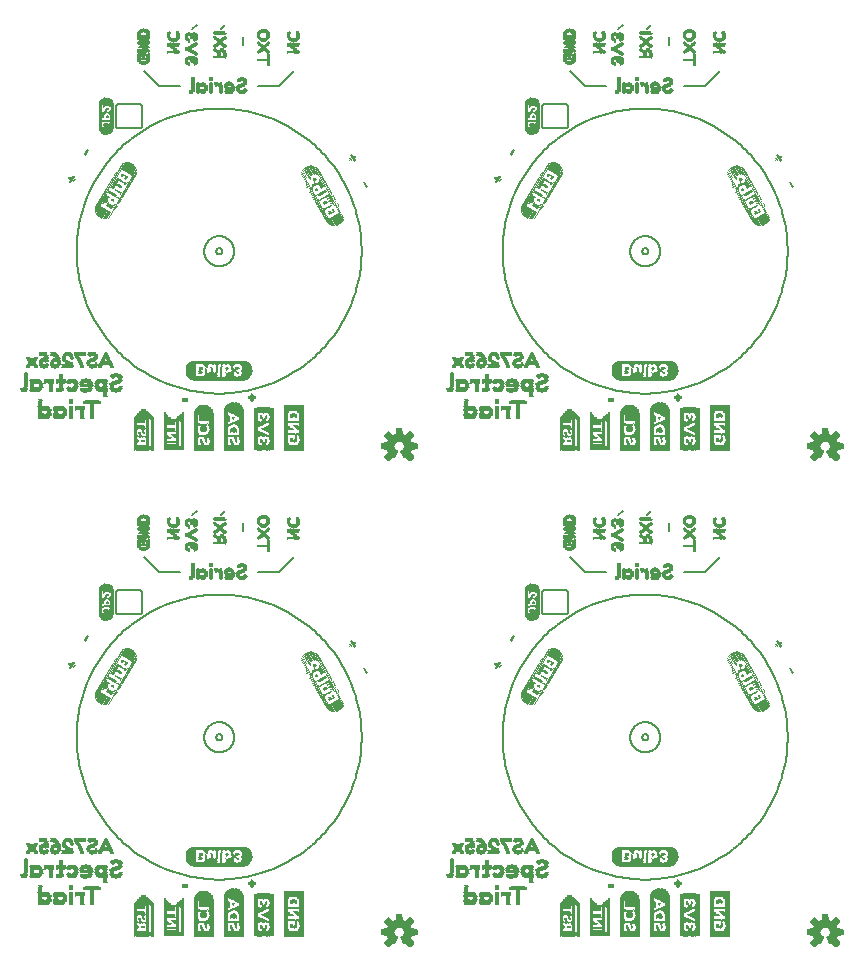
<source format=gbo>
G04 EAGLE Gerber RS-274X export*
G75*
%MOMM*%
%FSLAX34Y34*%
%LPD*%
%INSilkscreen Bottom*%
%IPPOS*%
%AMOC8*
5,1,8,0,0,1.08239X$1,22.5*%
G01*
%ADD10C,0.152400*%
%ADD11C,0.203200*%
%ADD12R,4.120000X0.040000*%
%ADD13R,4.360000X0.040000*%
%ADD14R,4.520000X0.040000*%
%ADD15R,4.680000X0.040000*%
%ADD16R,4.760000X0.040000*%
%ADD17R,4.840000X0.040000*%
%ADD18R,2.520000X0.040000*%
%ADD19R,0.320000X0.040000*%
%ADD20R,1.800000X0.040000*%
%ADD21R,0.240000X0.040000*%
%ADD22R,0.760000X0.040000*%
%ADD23R,1.200000X0.040000*%
%ADD24R,0.840000X0.040000*%
%ADD25R,1.120000X0.040000*%
%ADD26R,0.800000X0.040000*%
%ADD27R,1.080000X0.040000*%
%ADD28R,0.720000X0.040000*%
%ADD29R,1.040000X0.040000*%
%ADD30R,0.680000X0.040000*%
%ADD31R,0.640000X0.040000*%
%ADD32R,0.280000X0.040000*%
%ADD33R,0.600000X0.040000*%
%ADD34R,0.880000X0.040000*%
%ADD35R,0.160000X0.040000*%
%ADD36R,0.080000X0.040000*%
%ADD37R,0.120000X0.040000*%
%ADD38R,0.200000X0.040000*%
%ADD39R,0.360000X0.040000*%
%ADD40R,0.400000X0.040000*%
%ADD41R,0.440000X0.040000*%
%ADD42R,0.040000X0.040000*%
%ADD43R,0.480000X0.040000*%
%ADD44R,0.560000X0.040000*%
%ADD45R,4.920000X0.040000*%
%ADD46R,4.440000X0.040000*%
%ADD47R,5.000000X0.040000*%
%ADD48R,5.080000X0.040000*%
%ADD49R,5.160000X0.040000*%
%ADD50R,2.080000X0.040000*%
%ADD51R,1.160000X0.040000*%
%ADD52R,0.960000X0.040000*%
%ADD53R,0.920000X0.040000*%
%ADD54R,1.000000X0.040000*%
%ADD55R,0.520000X0.040000*%
%ADD56R,5.240000X0.040000*%
%ADD57R,0.040000X0.040000*%
%ADD58R,0.300000X0.060000*%
%ADD59R,1.260000X0.060000*%
%ADD60R,0.420000X0.060000*%
%ADD61R,0.360000X0.060000*%
%ADD62R,1.500000X0.060000*%
%ADD63R,1.380000X0.060000*%
%ADD64R,0.180000X0.060000*%
%ADD65R,0.840000X0.060000*%
%ADD66R,0.900000X0.060000*%
%ADD67R,0.960000X0.060000*%
%ADD68R,1.020000X0.060000*%
%ADD69R,1.080000X0.060000*%
%ADD70R,1.140000X0.060000*%
%ADD71R,0.060000X0.060000*%
%ADD72R,0.480000X0.060000*%
%ADD73R,0.240000X0.060000*%
%ADD74R,0.660000X0.060000*%
%ADD75R,0.120000X0.060000*%
%ADD76R,0.600000X0.060000*%
%ADD77R,0.780000X0.060000*%
%ADD78R,0.720000X0.060000*%
%ADD79R,0.540000X0.060000*%
%ADD80R,0.050000X0.050000*%
%ADD81R,0.350000X0.050000*%
%ADD82R,0.700000X0.050000*%
%ADD83R,0.300000X0.050000*%
%ADD84R,0.100000X0.050000*%
%ADD85R,0.550000X0.050000*%
%ADD86R,0.250000X0.050000*%
%ADD87R,0.600000X0.050000*%
%ADD88R,0.950000X0.050000*%
%ADD89R,0.500000X0.050000*%
%ADD90R,0.450000X0.050000*%
%ADD91R,0.650000X0.050000*%
%ADD92R,0.750000X0.050000*%
%ADD93R,0.800000X0.050000*%
%ADD94R,0.400000X0.050000*%
%ADD95R,0.850000X0.050000*%
%ADD96R,0.900000X0.050000*%
%ADD97R,0.150000X0.050000*%
%ADD98R,0.200000X0.050000*%
%ADD99R,0.400000X0.060000*%
%ADD100R,0.350000X0.060000*%
%ADD101R,0.650000X0.060000*%
%ADD102R,0.500000X0.060000*%
%ADD103R,0.800000X0.060000*%
%ADD104R,0.700000X0.060000*%
%ADD105R,1.000000X0.050000*%
%ADD106R,1.050000X0.050000*%
%ADD107R,1.100000X0.050000*%
%ADD108R,1.150000X0.050000*%
%ADD109R,1.200000X0.060000*%
%ADD110R,0.850000X0.060000*%
%ADD111R,0.250000X0.060000*%
%ADD112R,1.250000X0.050000*%
%ADD113R,1.350000X0.050000*%
%ADD114R,1.000000X0.060000*%
%ADD115R,0.040000X0.280000*%
%ADD116R,0.040000X0.080000*%
%ADD117R,0.040000X0.440000*%
%ADD118R,0.040000X0.200000*%
%ADD119R,0.040000X0.520000*%
%ADD120R,0.040000X0.240000*%
%ADD121R,0.040000X0.600000*%
%ADD122R,0.040000X0.680000*%
%ADD123R,0.040000X0.320000*%
%ADD124R,0.040000X0.760000*%
%ADD125R,0.040000X0.160000*%
%ADD126R,0.040000X0.480000*%
%ADD127R,0.040000X0.560000*%
%ADD128R,0.040000X0.400000*%
%ADD129R,0.040000X0.360000*%
%ADD130R,0.040000X0.640000*%
%ADD131R,0.040000X0.120000*%
%ADD132R,0.040000X0.720000*%
%ADD133R,0.040000X0.800000*%
%ADD134R,0.040000X0.840000*%
%ADD135R,0.040000X0.880000*%
%ADD136R,0.950000X0.060000*%
%ADD137R,0.040000X1.040000*%
%ADD138R,0.040000X1.400000*%
%ADD139R,0.040000X0.960000*%
%ADD140R,0.040000X0.920000*%
%ADD141R,0.030000X2.250000*%
%ADD142R,0.030000X2.430000*%
%ADD143R,0.020000X2.550000*%
%ADD144R,0.040000X2.670000*%
%ADD145R,0.030000X2.730000*%
%ADD146R,0.030000X2.790000*%
%ADD147R,0.020000X2.850000*%
%ADD148R,0.030000X2.010000*%
%ADD149R,0.030000X0.750000*%
%ADD150R,0.040000X0.900000*%
%ADD151R,0.040000X0.390000*%
%ADD152R,0.030000X0.900000*%
%ADD153R,0.030000X0.120000*%
%ADD154R,0.030000X0.270000*%
%ADD155R,0.030000X0.660000*%
%ADD156R,0.030000X0.090000*%
%ADD157R,0.030000X0.210000*%
%ADD158R,0.030000X0.150000*%
%ADD159R,0.040000X0.930000*%
%ADD160R,0.040000X0.090000*%
%ADD161R,0.040000X0.660000*%
%ADD162R,0.030000X0.930000*%
%ADD163R,0.030000X0.180000*%
%ADD164R,0.030000X0.630000*%
%ADD165R,0.030000X0.960000*%
%ADD166R,0.030000X0.060000*%
%ADD167R,0.040000X0.060000*%
%ADD168R,0.040000X0.210000*%
%ADD169R,0.030000X0.240000*%
%ADD170R,0.040000X0.420000*%
%ADD171R,0.040000X0.690000*%
%ADD172R,0.030000X0.360000*%
%ADD173R,0.030000X0.690000*%
%ADD174R,0.030000X0.720000*%
%ADD175R,0.030000X0.330000*%
%ADD176R,0.040000X0.300000*%
%ADD177R,0.040000X0.780000*%
%ADD178R,0.030000X0.300000*%
%ADD179R,0.030000X0.810000*%
%ADD180R,0.030000X0.510000*%
%ADD181R,0.030000X0.870000*%
%ADD182R,0.030000X0.570000*%
%ADD183R,0.030000X0.480000*%
%ADD184R,0.030000X0.540000*%
%ADD185R,0.040000X0.540000*%
%ADD186R,0.030000X2.850000*%
%ADD187R,0.030000X2.670000*%
%ADD188R,0.030000X2.550000*%
%ADD189R,0.040000X3.640000*%
%ADD190R,0.040000X1.800000*%
%ADD191R,0.040000X3.880000*%
%ADD192R,0.040000X2.800000*%
%ADD193R,0.040000X3.520000*%
%ADD194R,0.040000X3.720000*%
%ADD195R,0.040000X3.800000*%
%ADD196R,0.040000X3.840000*%
%ADD197R,0.040000X3.920000*%
%ADD198R,0.040000X3.040000*%
%ADD199R,0.040000X1.160000*%
%ADD200R,0.040000X1.120000*%
%ADD201R,0.040000X1.080000*%
%ADD202R,0.040000X1.000000*%
%ADD203R,0.040000X3.280000*%
%ADD204R,0.040000X3.400000*%
%ADD205R,0.040000X3.480000*%
%ADD206R,0.040000X3.560000*%
%ADD207R,0.040000X3.600000*%
%ADD208R,0.040000X3.680000*%
%ADD209R,0.040000X1.240000*%
%ADD210R,0.040000X1.280000*%
%ADD211R,0.040000X1.320000*%
%ADD212R,0.040000X3.240000*%
%ADD213R,0.040000X3.200000*%
%ADD214R,0.040000X3.160000*%
%ADD215R,0.040000X3.120000*%
%ADD216R,0.040000X2.840000*%
%ADD217R,0.040000X2.760000*%
%ADD218R,0.040000X2.720000*%
%ADD219R,0.040000X3.080000*%
%ADD220R,0.040000X2.920000*%
%ADD221R,0.040000X2.960000*%
%ADD222R,0.040000X3.320000*%
%ADD223R,0.040000X3.360000*%
%ADD224R,0.040000X3.000000*%

G36*
X700199Y12845D02*
X700199Y12845D01*
X700307Y12856D01*
X700320Y12862D01*
X700334Y12863D01*
X700431Y12912D01*
X700530Y12956D01*
X700544Y12968D01*
X700552Y12972D01*
X700568Y12987D01*
X700644Y13050D01*
X703229Y15635D01*
X703292Y15723D01*
X703359Y15809D01*
X703363Y15822D01*
X703371Y15833D01*
X703403Y15937D01*
X703438Y16040D01*
X703438Y16054D01*
X703442Y16067D01*
X703439Y16175D01*
X703439Y16284D01*
X703435Y16297D01*
X703434Y16311D01*
X703396Y16412D01*
X703362Y16515D01*
X703352Y16530D01*
X703348Y16539D01*
X703334Y16556D01*
X703280Y16638D01*
X700516Y20028D01*
X701073Y21110D01*
X701080Y21129D01*
X701121Y21225D01*
X701492Y22384D01*
X705843Y22826D01*
X705948Y22855D01*
X706053Y22879D01*
X706065Y22887D01*
X706079Y22890D01*
X706169Y22951D01*
X706261Y23008D01*
X706270Y23019D01*
X706281Y23026D01*
X706347Y23113D01*
X706416Y23197D01*
X706421Y23209D01*
X706429Y23220D01*
X706464Y23323D01*
X706502Y23425D01*
X706504Y23442D01*
X706507Y23452D01*
X706507Y23473D01*
X706517Y23572D01*
X706517Y27228D01*
X706499Y27335D01*
X706485Y27442D01*
X706479Y27455D01*
X706477Y27469D01*
X706426Y27564D01*
X706378Y27662D01*
X706368Y27672D01*
X706362Y27684D01*
X706283Y27758D01*
X706206Y27835D01*
X706194Y27841D01*
X706184Y27851D01*
X706085Y27895D01*
X705988Y27944D01*
X705970Y27947D01*
X705962Y27951D01*
X705940Y27954D01*
X705843Y27973D01*
X701492Y28416D01*
X701121Y29575D01*
X701112Y29592D01*
X701110Y29600D01*
X701106Y29606D01*
X701073Y29690D01*
X700516Y30772D01*
X703280Y34161D01*
X703334Y34255D01*
X703391Y34348D01*
X703394Y34361D01*
X703401Y34373D01*
X703422Y34479D01*
X703447Y34585D01*
X703446Y34599D01*
X703448Y34612D01*
X703434Y34720D01*
X703423Y34828D01*
X703417Y34841D01*
X703416Y34854D01*
X703367Y34951D01*
X703323Y35050D01*
X703311Y35064D01*
X703307Y35073D01*
X703292Y35088D01*
X703229Y35165D01*
X700644Y37750D01*
X700556Y37813D01*
X700470Y37879D01*
X700457Y37884D01*
X700446Y37892D01*
X700342Y37923D01*
X700239Y37959D01*
X700225Y37959D01*
X700212Y37963D01*
X700104Y37959D01*
X699995Y37960D01*
X699982Y37955D01*
X699968Y37955D01*
X699867Y37916D01*
X699764Y37882D01*
X699749Y37872D01*
X699740Y37869D01*
X699723Y37855D01*
X699641Y37800D01*
X696251Y35037D01*
X695169Y35594D01*
X695150Y35600D01*
X695054Y35641D01*
X693895Y36013D01*
X693453Y40364D01*
X693424Y40468D01*
X693400Y40574D01*
X693392Y40586D01*
X693389Y40599D01*
X693328Y40689D01*
X693271Y40781D01*
X693260Y40790D01*
X693253Y40802D01*
X693166Y40867D01*
X693083Y40936D01*
X693070Y40941D01*
X693059Y40950D01*
X692956Y40984D01*
X692854Y41022D01*
X692837Y41024D01*
X692827Y41027D01*
X692806Y41027D01*
X692707Y41037D01*
X689051Y41037D01*
X688944Y41019D01*
X688837Y41006D01*
X688824Y41000D01*
X688811Y40997D01*
X688715Y40946D01*
X688617Y40899D01*
X688607Y40889D01*
X688595Y40882D01*
X688521Y40803D01*
X688444Y40727D01*
X688438Y40714D01*
X688428Y40704D01*
X688384Y40606D01*
X688335Y40508D01*
X688332Y40491D01*
X688328Y40482D01*
X688325Y40460D01*
X688306Y40364D01*
X687863Y36013D01*
X686704Y35641D01*
X686686Y35632D01*
X686590Y35594D01*
X685507Y35037D01*
X682118Y37800D01*
X682024Y37854D01*
X681932Y37912D01*
X681918Y37915D01*
X681906Y37922D01*
X681800Y37943D01*
X681694Y37967D01*
X681680Y37966D01*
X681667Y37969D01*
X681559Y37954D01*
X681451Y37944D01*
X681438Y37938D01*
X681425Y37936D01*
X681328Y37888D01*
X681229Y37843D01*
X681215Y37832D01*
X681206Y37828D01*
X681191Y37812D01*
X681114Y37750D01*
X678529Y35165D01*
X678466Y35076D01*
X678400Y34991D01*
X678395Y34977D01*
X678387Y34966D01*
X678356Y34863D01*
X678321Y34760D01*
X678320Y34746D01*
X678316Y34733D01*
X678320Y34625D01*
X678320Y34516D01*
X678324Y34503D01*
X678324Y34489D01*
X678363Y34387D01*
X678397Y34284D01*
X678407Y34270D01*
X678410Y34260D01*
X678424Y34244D01*
X678479Y34161D01*
X681242Y30772D01*
X680685Y29690D01*
X680679Y29670D01*
X680638Y29575D01*
X680266Y28416D01*
X675915Y27973D01*
X675811Y27945D01*
X675705Y27920D01*
X675693Y27913D01*
X675680Y27909D01*
X675590Y27849D01*
X675498Y27792D01*
X675489Y27781D01*
X675477Y27773D01*
X675412Y27687D01*
X675343Y27603D01*
X675338Y27590D01*
X675330Y27579D01*
X675295Y27476D01*
X675257Y27375D01*
X675255Y27357D01*
X675252Y27348D01*
X675252Y27326D01*
X675242Y27228D01*
X675242Y23572D01*
X675260Y23464D01*
X675273Y23357D01*
X675279Y23345D01*
X675282Y23331D01*
X675333Y23235D01*
X675380Y23138D01*
X675390Y23128D01*
X675397Y23116D01*
X675476Y23042D01*
X675552Y22965D01*
X675565Y22958D01*
X675575Y22949D01*
X675673Y22904D01*
X675771Y22856D01*
X675788Y22852D01*
X675797Y22848D01*
X675819Y22846D01*
X675915Y22826D01*
X680266Y22384D01*
X680638Y21225D01*
X680647Y21207D01*
X680685Y21110D01*
X681242Y20028D01*
X678479Y16638D01*
X678425Y16544D01*
X678367Y16452D01*
X678364Y16439D01*
X678357Y16427D01*
X678336Y16320D01*
X678312Y16214D01*
X678313Y16201D01*
X678310Y16187D01*
X678325Y16080D01*
X678335Y15972D01*
X678341Y15959D01*
X678343Y15945D01*
X678391Y15848D01*
X678436Y15749D01*
X678447Y15736D01*
X678451Y15727D01*
X678467Y15711D01*
X678529Y15635D01*
X681114Y13050D01*
X681203Y12987D01*
X681288Y12920D01*
X681302Y12916D01*
X681313Y12908D01*
X681416Y12876D01*
X681519Y12841D01*
X681533Y12841D01*
X681546Y12837D01*
X681655Y12840D01*
X681763Y12840D01*
X681776Y12844D01*
X681790Y12845D01*
X681892Y12883D01*
X681995Y12917D01*
X682009Y12927D01*
X682019Y12931D01*
X682035Y12945D01*
X682118Y12999D01*
X685507Y15763D01*
X686589Y15206D01*
X686642Y15189D01*
X686691Y15162D01*
X686757Y15151D01*
X686821Y15131D01*
X686877Y15132D01*
X686932Y15123D01*
X686998Y15133D01*
X687065Y15134D01*
X687118Y15153D01*
X687172Y15162D01*
X687232Y15194D01*
X687295Y15216D01*
X687339Y15251D01*
X687388Y15277D01*
X687434Y15326D01*
X687487Y15368D01*
X687517Y15414D01*
X687555Y15455D01*
X687611Y15560D01*
X687619Y15573D01*
X687620Y15577D01*
X687624Y15585D01*
X689777Y20782D01*
X689797Y20865D01*
X689803Y20878D01*
X689804Y20894D01*
X689829Y20978D01*
X689828Y20999D01*
X689833Y21020D01*
X689825Y21101D01*
X689827Y21121D01*
X689822Y21141D01*
X689819Y21222D01*
X689811Y21242D01*
X689809Y21262D01*
X689778Y21332D01*
X689772Y21358D01*
X689756Y21383D01*
X689730Y21450D01*
X689717Y21466D01*
X689708Y21485D01*
X689663Y21533D01*
X689643Y21566D01*
X689612Y21591D01*
X689574Y21637D01*
X689551Y21653D01*
X689542Y21663D01*
X689520Y21674D01*
X689455Y21720D01*
X689454Y21721D01*
X689453Y21722D01*
X688554Y22228D01*
X687867Y22872D01*
X687353Y23660D01*
X687041Y24548D01*
X686948Y25485D01*
X687082Y26417D01*
X687432Y27290D01*
X687981Y28056D01*
X688695Y28669D01*
X689535Y29094D01*
X690452Y29308D01*
X691393Y29298D01*
X692305Y29064D01*
X693135Y28620D01*
X693836Y27992D01*
X694368Y27215D01*
X694700Y26334D01*
X694813Y25399D01*
X694704Y24481D01*
X694384Y23614D01*
X693870Y22845D01*
X693191Y22218D01*
X692307Y21723D01*
X692266Y21689D01*
X692223Y21667D01*
X692193Y21634D01*
X692144Y21599D01*
X692132Y21583D01*
X692117Y21570D01*
X692081Y21515D01*
X692057Y21489D01*
X692043Y21458D01*
X692002Y21401D01*
X691996Y21382D01*
X691985Y21365D01*
X691966Y21290D01*
X691956Y21267D01*
X691953Y21243D01*
X691931Y21167D01*
X691931Y21147D01*
X691926Y21128D01*
X691934Y21042D01*
X691932Y21024D01*
X691936Y21007D01*
X691938Y20923D01*
X691946Y20899D01*
X691947Y20885D01*
X691957Y20862D01*
X691981Y20782D01*
X692290Y20037D01*
X693221Y17789D01*
X693531Y17040D01*
X694134Y15585D01*
X694163Y15538D01*
X694184Y15486D01*
X694227Y15435D01*
X694263Y15378D01*
X694306Y15343D01*
X694342Y15300D01*
X694399Y15266D01*
X694452Y15223D01*
X694504Y15203D01*
X694551Y15175D01*
X694617Y15161D01*
X694680Y15137D01*
X694735Y15135D01*
X694790Y15123D01*
X694856Y15131D01*
X694924Y15129D01*
X694977Y15145D01*
X695032Y15151D01*
X695143Y15195D01*
X695157Y15200D01*
X695161Y15203D01*
X695169Y15206D01*
X696251Y15763D01*
X699641Y12999D01*
X699735Y12945D01*
X699827Y12888D01*
X699840Y12885D01*
X699852Y12878D01*
X699959Y12857D01*
X700065Y12832D01*
X700078Y12834D01*
X700092Y12831D01*
X700199Y12845D01*
G37*
G36*
X339520Y12845D02*
X339520Y12845D01*
X339628Y12856D01*
X339641Y12862D01*
X339654Y12863D01*
X339751Y12912D01*
X339850Y12956D01*
X339864Y12968D01*
X339873Y12972D01*
X339888Y12987D01*
X339965Y13050D01*
X342550Y15635D01*
X342613Y15723D01*
X342679Y15809D01*
X342684Y15822D01*
X342692Y15833D01*
X342723Y15937D01*
X342759Y16040D01*
X342759Y16054D01*
X342763Y16067D01*
X342759Y16175D01*
X342760Y16284D01*
X342755Y16297D01*
X342755Y16311D01*
X342716Y16412D01*
X342682Y16515D01*
X342672Y16530D01*
X342669Y16539D01*
X342655Y16556D01*
X342600Y16638D01*
X339837Y20028D01*
X340394Y21110D01*
X340400Y21129D01*
X340441Y21225D01*
X340813Y22384D01*
X345164Y22826D01*
X345268Y22855D01*
X345374Y22879D01*
X345386Y22887D01*
X345399Y22890D01*
X345489Y22951D01*
X345581Y23008D01*
X345590Y23019D01*
X345602Y23026D01*
X345667Y23113D01*
X345736Y23197D01*
X345741Y23209D01*
X345750Y23220D01*
X345784Y23323D01*
X345822Y23425D01*
X345824Y23442D01*
X345827Y23452D01*
X345827Y23473D01*
X345837Y23572D01*
X345837Y27228D01*
X345819Y27335D01*
X345806Y27442D01*
X345800Y27455D01*
X345797Y27469D01*
X345746Y27564D01*
X345699Y27662D01*
X345689Y27672D01*
X345682Y27684D01*
X345603Y27758D01*
X345527Y27835D01*
X345514Y27841D01*
X345504Y27851D01*
X345406Y27895D01*
X345308Y27944D01*
X345291Y27947D01*
X345282Y27951D01*
X345260Y27954D01*
X345164Y27973D01*
X340813Y28416D01*
X340441Y29575D01*
X340433Y29592D01*
X340431Y29600D01*
X340427Y29606D01*
X340394Y29690D01*
X339837Y30772D01*
X342600Y34161D01*
X342654Y34255D01*
X342712Y34348D01*
X342715Y34361D01*
X342722Y34373D01*
X342743Y34479D01*
X342767Y34585D01*
X342766Y34599D01*
X342769Y34612D01*
X342754Y34720D01*
X342744Y34828D01*
X342738Y34841D01*
X342736Y34854D01*
X342688Y34951D01*
X342643Y35050D01*
X342632Y35064D01*
X342628Y35073D01*
X342612Y35088D01*
X342550Y35165D01*
X339965Y37750D01*
X339876Y37813D01*
X339791Y37879D01*
X339777Y37884D01*
X339766Y37892D01*
X339663Y37923D01*
X339560Y37959D01*
X339546Y37959D01*
X339533Y37963D01*
X339425Y37959D01*
X339316Y37960D01*
X339303Y37955D01*
X339289Y37955D01*
X339187Y37916D01*
X339084Y37882D01*
X339070Y37872D01*
X339060Y37869D01*
X339044Y37855D01*
X338961Y37800D01*
X335572Y35037D01*
X334490Y35594D01*
X334470Y35600D01*
X334375Y35641D01*
X333216Y36013D01*
X332773Y40364D01*
X332745Y40468D01*
X332720Y40574D01*
X332713Y40586D01*
X332709Y40599D01*
X332649Y40689D01*
X332592Y40781D01*
X332581Y40790D01*
X332573Y40802D01*
X332487Y40867D01*
X332403Y40936D01*
X332390Y40941D01*
X332379Y40950D01*
X332276Y40984D01*
X332175Y41022D01*
X332157Y41024D01*
X332148Y41027D01*
X332126Y41027D01*
X332028Y41037D01*
X328372Y41037D01*
X328264Y41019D01*
X328157Y41006D01*
X328145Y41000D01*
X328131Y40997D01*
X328035Y40946D01*
X327938Y40899D01*
X327928Y40889D01*
X327916Y40882D01*
X327842Y40803D01*
X327765Y40727D01*
X327758Y40714D01*
X327749Y40704D01*
X327704Y40606D01*
X327656Y40508D01*
X327652Y40491D01*
X327648Y40482D01*
X327646Y40460D01*
X327626Y40364D01*
X327184Y36013D01*
X326025Y35641D01*
X326007Y35632D01*
X325910Y35594D01*
X324828Y35037D01*
X321438Y37800D01*
X321344Y37854D01*
X321252Y37912D01*
X321239Y37915D01*
X321227Y37922D01*
X321120Y37943D01*
X321014Y37967D01*
X321001Y37966D01*
X320987Y37969D01*
X320880Y37954D01*
X320772Y37944D01*
X320759Y37938D01*
X320745Y37936D01*
X320648Y37888D01*
X320549Y37843D01*
X320536Y37832D01*
X320527Y37828D01*
X320511Y37812D01*
X320435Y37750D01*
X317850Y35165D01*
X317787Y35076D01*
X317720Y34991D01*
X317716Y34977D01*
X317708Y34966D01*
X317676Y34863D01*
X317641Y34760D01*
X317641Y34746D01*
X317637Y34733D01*
X317640Y34625D01*
X317640Y34516D01*
X317644Y34503D01*
X317645Y34489D01*
X317683Y34387D01*
X317717Y34284D01*
X317727Y34270D01*
X317731Y34260D01*
X317745Y34244D01*
X317799Y34161D01*
X320563Y30772D01*
X320006Y29690D01*
X319999Y29670D01*
X319958Y29575D01*
X319587Y28416D01*
X315236Y27973D01*
X315131Y27945D01*
X315026Y27920D01*
X315014Y27913D01*
X315000Y27909D01*
X314910Y27849D01*
X314818Y27792D01*
X314809Y27781D01*
X314798Y27773D01*
X314732Y27687D01*
X314663Y27603D01*
X314658Y27590D01*
X314650Y27579D01*
X314615Y27476D01*
X314577Y27375D01*
X314575Y27357D01*
X314572Y27348D01*
X314572Y27326D01*
X314563Y27228D01*
X314563Y23572D01*
X314580Y23464D01*
X314594Y23357D01*
X314600Y23345D01*
X314602Y23331D01*
X314653Y23235D01*
X314701Y23138D01*
X314711Y23128D01*
X314717Y23116D01*
X314796Y23042D01*
X314873Y22965D01*
X314885Y22958D01*
X314895Y22949D01*
X314994Y22904D01*
X315091Y22856D01*
X315109Y22852D01*
X315117Y22848D01*
X315139Y22846D01*
X315236Y22826D01*
X319587Y22384D01*
X319958Y21225D01*
X319967Y21207D01*
X320006Y21110D01*
X320563Y20028D01*
X317799Y16638D01*
X317745Y16544D01*
X317688Y16452D01*
X317685Y16439D01*
X317678Y16427D01*
X317657Y16320D01*
X317632Y16214D01*
X317634Y16201D01*
X317631Y16187D01*
X317645Y16080D01*
X317656Y15972D01*
X317662Y15959D01*
X317663Y15945D01*
X317712Y15848D01*
X317756Y15749D01*
X317768Y15736D01*
X317772Y15727D01*
X317787Y15711D01*
X317850Y15635D01*
X320435Y13050D01*
X320523Y12987D01*
X320609Y12920D01*
X320622Y12916D01*
X320633Y12908D01*
X320737Y12876D01*
X320840Y12841D01*
X320854Y12841D01*
X320867Y12837D01*
X320975Y12840D01*
X321084Y12840D01*
X321097Y12844D01*
X321111Y12845D01*
X321212Y12883D01*
X321315Y12917D01*
X321330Y12927D01*
X321339Y12931D01*
X321356Y12945D01*
X321438Y12999D01*
X324828Y15763D01*
X325910Y15206D01*
X325963Y15189D01*
X326011Y15162D01*
X326078Y15151D01*
X326142Y15131D01*
X326197Y15132D01*
X326252Y15123D01*
X326319Y15133D01*
X326386Y15134D01*
X326438Y15153D01*
X326493Y15162D01*
X326552Y15194D01*
X326616Y15216D01*
X326659Y15251D01*
X326708Y15277D01*
X326754Y15326D01*
X326807Y15368D01*
X326837Y15414D01*
X326875Y15455D01*
X326932Y15560D01*
X326940Y15573D01*
X326941Y15577D01*
X326945Y15585D01*
X329098Y20782D01*
X329117Y20865D01*
X329123Y20878D01*
X329125Y20894D01*
X329150Y20978D01*
X329149Y20999D01*
X329153Y21020D01*
X329145Y21101D01*
X329147Y21121D01*
X329143Y21141D01*
X329139Y21222D01*
X329132Y21242D01*
X329130Y21262D01*
X329098Y21332D01*
X329092Y21358D01*
X329077Y21383D01*
X329051Y21450D01*
X329038Y21466D01*
X329029Y21485D01*
X328983Y21533D01*
X328963Y21566D01*
X328933Y21591D01*
X328894Y21637D01*
X328872Y21653D01*
X328862Y21663D01*
X328841Y21674D01*
X328776Y21720D01*
X328775Y21721D01*
X328773Y21722D01*
X327874Y22228D01*
X327188Y22872D01*
X326673Y23660D01*
X326361Y24548D01*
X326269Y25485D01*
X326402Y26417D01*
X326753Y27290D01*
X327301Y28056D01*
X328016Y28669D01*
X328855Y29094D01*
X329772Y29308D01*
X330714Y29298D01*
X331626Y29064D01*
X332456Y28620D01*
X333157Y27992D01*
X333688Y27215D01*
X334020Y26334D01*
X334133Y25399D01*
X334025Y24481D01*
X333705Y23614D01*
X333191Y22845D01*
X332512Y22218D01*
X331628Y21723D01*
X331586Y21689D01*
X331544Y21667D01*
X331513Y21634D01*
X331464Y21599D01*
X331453Y21583D01*
X331437Y21570D01*
X331402Y21515D01*
X331377Y21489D01*
X331363Y21458D01*
X331322Y21401D01*
X331316Y21382D01*
X331305Y21365D01*
X331287Y21290D01*
X331276Y21267D01*
X331274Y21243D01*
X331251Y21167D01*
X331252Y21147D01*
X331247Y21128D01*
X331254Y21042D01*
X331252Y21024D01*
X331256Y21007D01*
X331259Y20923D01*
X331266Y20899D01*
X331267Y20885D01*
X331277Y20862D01*
X331302Y20782D01*
X331610Y20037D01*
X332541Y17789D01*
X332542Y17789D01*
X332852Y17040D01*
X333455Y15585D01*
X333484Y15538D01*
X333504Y15486D01*
X333548Y15435D01*
X333583Y15378D01*
X333626Y15343D01*
X333662Y15300D01*
X333720Y15266D01*
X333772Y15223D01*
X333824Y15203D01*
X333872Y15175D01*
X333937Y15161D01*
X334000Y15137D01*
X334056Y15135D01*
X334110Y15123D01*
X334177Y15131D01*
X334244Y15129D01*
X334297Y15145D01*
X334353Y15151D01*
X334464Y15195D01*
X334478Y15200D01*
X334482Y15203D01*
X334490Y15206D01*
X335572Y15763D01*
X338961Y12999D01*
X339055Y12945D01*
X339148Y12888D01*
X339161Y12885D01*
X339173Y12878D01*
X339279Y12857D01*
X339385Y12832D01*
X339399Y12834D01*
X339412Y12831D01*
X339520Y12845D01*
G37*
G36*
X700199Y424325D02*
X700199Y424325D01*
X700307Y424335D01*
X700320Y424341D01*
X700334Y424343D01*
X700431Y424391D01*
X700530Y424436D01*
X700544Y424447D01*
X700552Y424451D01*
X700568Y424467D01*
X700644Y424529D01*
X703229Y427114D01*
X703292Y427203D01*
X703359Y427288D01*
X703363Y427302D01*
X703371Y427313D01*
X703403Y427416D01*
X703438Y427519D01*
X703438Y427533D01*
X703442Y427546D01*
X703439Y427655D01*
X703439Y427763D01*
X703435Y427776D01*
X703434Y427790D01*
X703396Y427892D01*
X703362Y427995D01*
X703352Y428009D01*
X703348Y428019D01*
X703334Y428035D01*
X703280Y428118D01*
X700516Y431507D01*
X701073Y432590D01*
X701080Y432609D01*
X701121Y432704D01*
X701492Y433863D01*
X705843Y434306D01*
X705948Y434334D01*
X706053Y434359D01*
X706065Y434366D01*
X706079Y434370D01*
X706169Y434430D01*
X706261Y434488D01*
X706270Y434498D01*
X706281Y434506D01*
X706347Y434592D01*
X706416Y434676D01*
X706421Y434689D01*
X706429Y434700D01*
X706464Y434803D01*
X706502Y434904D01*
X706504Y434922D01*
X706507Y434931D01*
X706507Y434953D01*
X706517Y435051D01*
X706517Y438707D01*
X706499Y438815D01*
X706485Y438922D01*
X706479Y438934D01*
X706477Y438948D01*
X706426Y439044D01*
X706378Y439141D01*
X706368Y439151D01*
X706362Y439163D01*
X706283Y439237D01*
X706206Y439314D01*
X706194Y439321D01*
X706184Y439330D01*
X706085Y439375D01*
X705988Y439423D01*
X705970Y439427D01*
X705962Y439431D01*
X705940Y439433D01*
X705843Y439453D01*
X701492Y439895D01*
X701121Y441054D01*
X701112Y441072D01*
X701110Y441080D01*
X701106Y441086D01*
X701073Y441169D01*
X700516Y442251D01*
X703280Y445641D01*
X703334Y445735D01*
X703391Y445827D01*
X703394Y445840D01*
X703401Y445852D01*
X703422Y445959D01*
X703447Y446065D01*
X703446Y446078D01*
X703448Y446092D01*
X703434Y446199D01*
X703423Y446307D01*
X703417Y446320D01*
X703416Y446334D01*
X703367Y446431D01*
X703323Y446530D01*
X703311Y446544D01*
X703307Y446552D01*
X703292Y446568D01*
X703229Y446644D01*
X700644Y449229D01*
X700556Y449292D01*
X700470Y449359D01*
X700457Y449363D01*
X700446Y449371D01*
X700342Y449403D01*
X700239Y449438D01*
X700225Y449438D01*
X700212Y449442D01*
X700104Y449439D01*
X699995Y449439D01*
X699982Y449435D01*
X699968Y449434D01*
X699867Y449396D01*
X699764Y449362D01*
X699749Y449352D01*
X699740Y449348D01*
X699723Y449334D01*
X699641Y449280D01*
X696251Y446516D01*
X695169Y447073D01*
X695150Y447080D01*
X695054Y447121D01*
X693895Y447492D01*
X693453Y451843D01*
X693424Y451948D01*
X693400Y452053D01*
X693392Y452065D01*
X693389Y452079D01*
X693328Y452169D01*
X693271Y452261D01*
X693260Y452270D01*
X693253Y452281D01*
X693166Y452347D01*
X693083Y452416D01*
X693070Y452421D01*
X693059Y452429D01*
X692956Y452464D01*
X692854Y452502D01*
X692837Y452504D01*
X692827Y452507D01*
X692806Y452507D01*
X692707Y452517D01*
X689051Y452517D01*
X688944Y452499D01*
X688837Y452485D01*
X688824Y452479D01*
X688811Y452477D01*
X688715Y452426D01*
X688617Y452378D01*
X688607Y452368D01*
X688595Y452362D01*
X688521Y452283D01*
X688444Y452206D01*
X688438Y452194D01*
X688428Y452184D01*
X688384Y452085D01*
X688335Y451988D01*
X688332Y451970D01*
X688328Y451962D01*
X688325Y451940D01*
X688306Y451843D01*
X687863Y447492D01*
X686704Y447121D01*
X686686Y447112D01*
X686590Y447073D01*
X685507Y446516D01*
X682118Y449280D01*
X682024Y449334D01*
X681932Y449391D01*
X681918Y449394D01*
X681906Y449401D01*
X681800Y449422D01*
X681694Y449447D01*
X681680Y449446D01*
X681667Y449448D01*
X681559Y449434D01*
X681451Y449423D01*
X681438Y449417D01*
X681425Y449416D01*
X681328Y449367D01*
X681229Y449323D01*
X681215Y449311D01*
X681206Y449307D01*
X681191Y449292D01*
X681114Y449229D01*
X678529Y446644D01*
X678466Y446556D01*
X678400Y446470D01*
X678395Y446457D01*
X678387Y446446D01*
X678356Y446342D01*
X678321Y446239D01*
X678320Y446225D01*
X678316Y446212D01*
X678320Y446104D01*
X678320Y445995D01*
X678324Y445982D01*
X678324Y445968D01*
X678363Y445867D01*
X678397Y445764D01*
X678407Y445749D01*
X678410Y445740D01*
X678424Y445723D01*
X678479Y445641D01*
X681242Y442251D01*
X680685Y441169D01*
X680679Y441150D01*
X680638Y441054D01*
X680266Y439895D01*
X675915Y439453D01*
X675811Y439424D01*
X675705Y439400D01*
X675693Y439392D01*
X675680Y439389D01*
X675590Y439328D01*
X675498Y439271D01*
X675489Y439260D01*
X675477Y439253D01*
X675412Y439166D01*
X675343Y439083D01*
X675338Y439070D01*
X675330Y439059D01*
X675295Y438956D01*
X675257Y438854D01*
X675255Y438837D01*
X675252Y438827D01*
X675252Y438806D01*
X675242Y438707D01*
X675242Y435051D01*
X675260Y434944D01*
X675273Y434837D01*
X675279Y434824D01*
X675282Y434811D01*
X675333Y434715D01*
X675380Y434617D01*
X675390Y434607D01*
X675397Y434595D01*
X675476Y434521D01*
X675552Y434444D01*
X675565Y434438D01*
X675575Y434428D01*
X675673Y434384D01*
X675771Y434335D01*
X675788Y434332D01*
X675797Y434328D01*
X675819Y434325D01*
X675915Y434306D01*
X680266Y433863D01*
X680638Y432704D01*
X680647Y432686D01*
X680685Y432590D01*
X681242Y431507D01*
X678479Y428118D01*
X678425Y428024D01*
X678367Y427932D01*
X678364Y427918D01*
X678357Y427906D01*
X678336Y427800D01*
X678312Y427694D01*
X678313Y427680D01*
X678310Y427667D01*
X678325Y427559D01*
X678335Y427451D01*
X678341Y427438D01*
X678343Y427425D01*
X678391Y427328D01*
X678436Y427229D01*
X678447Y427215D01*
X678451Y427206D01*
X678467Y427191D01*
X678529Y427114D01*
X681114Y424529D01*
X681203Y424466D01*
X681288Y424400D01*
X681302Y424395D01*
X681313Y424387D01*
X681416Y424356D01*
X681519Y424321D01*
X681533Y424320D01*
X681546Y424316D01*
X681655Y424320D01*
X681763Y424320D01*
X681776Y424324D01*
X681790Y424324D01*
X681892Y424363D01*
X681995Y424397D01*
X682009Y424407D01*
X682019Y424410D01*
X682035Y424424D01*
X682118Y424479D01*
X685507Y427242D01*
X686589Y426685D01*
X686642Y426668D01*
X686691Y426642D01*
X686757Y426631D01*
X686821Y426610D01*
X686877Y426611D01*
X686932Y426602D01*
X686998Y426613D01*
X687065Y426614D01*
X687118Y426633D01*
X687172Y426642D01*
X687232Y426673D01*
X687295Y426696D01*
X687339Y426730D01*
X687388Y426756D01*
X687434Y426805D01*
X687487Y426847D01*
X687517Y426894D01*
X687555Y426934D01*
X687611Y427039D01*
X687619Y427052D01*
X687620Y427057D01*
X687624Y427065D01*
X689777Y432262D01*
X689797Y432345D01*
X689803Y432357D01*
X689804Y432373D01*
X689829Y432458D01*
X689828Y432479D01*
X689833Y432499D01*
X689825Y432581D01*
X689827Y432600D01*
X689822Y432620D01*
X689819Y432702D01*
X689811Y432721D01*
X689809Y432742D01*
X689778Y432811D01*
X689771Y432838D01*
X689756Y432862D01*
X689730Y432929D01*
X689717Y432945D01*
X689708Y432964D01*
X689663Y433013D01*
X689643Y433045D01*
X689612Y433070D01*
X689574Y433116D01*
X689551Y433132D01*
X689542Y433142D01*
X689520Y433154D01*
X689455Y433200D01*
X689454Y433200D01*
X689453Y433201D01*
X688554Y433707D01*
X687867Y434351D01*
X687353Y435140D01*
X687041Y436028D01*
X686948Y436965D01*
X687082Y437896D01*
X687432Y438770D01*
X687981Y439535D01*
X688695Y440148D01*
X689535Y440574D01*
X690452Y440787D01*
X691393Y440777D01*
X692305Y440544D01*
X693135Y440100D01*
X693836Y439472D01*
X694368Y438695D01*
X694700Y437814D01*
X694813Y436878D01*
X694704Y435961D01*
X694384Y435093D01*
X693870Y434325D01*
X693191Y433697D01*
X692307Y433202D01*
X692266Y433169D01*
X692224Y433146D01*
X692193Y433113D01*
X692144Y433078D01*
X692132Y433062D01*
X692117Y433050D01*
X692081Y432994D01*
X692057Y432968D01*
X692043Y432938D01*
X692002Y432880D01*
X691996Y432861D01*
X691985Y432844D01*
X691966Y432769D01*
X691956Y432746D01*
X691954Y432722D01*
X691931Y432647D01*
X691931Y432627D01*
X691926Y432607D01*
X691934Y432521D01*
X691932Y432503D01*
X691936Y432487D01*
X691938Y432403D01*
X691946Y432378D01*
X691947Y432364D01*
X691957Y432342D01*
X691981Y432262D01*
X692911Y430018D01*
X693842Y427770D01*
X694134Y427065D01*
X694163Y427017D01*
X694184Y426966D01*
X694227Y426914D01*
X694263Y426857D01*
X694306Y426822D01*
X694342Y426780D01*
X694399Y426745D01*
X694452Y426702D01*
X694504Y426683D01*
X694551Y426654D01*
X694617Y426640D01*
X694680Y426616D01*
X694735Y426615D01*
X694790Y426603D01*
X694856Y426611D01*
X694924Y426608D01*
X694977Y426624D01*
X695032Y426631D01*
X695143Y426675D01*
X695157Y426679D01*
X695161Y426682D01*
X695169Y426685D01*
X696251Y427242D01*
X699641Y424479D01*
X699735Y424425D01*
X699827Y424367D01*
X699840Y424364D01*
X699852Y424357D01*
X699959Y424336D01*
X700065Y424312D01*
X700078Y424313D01*
X700092Y424310D01*
X700199Y424325D01*
G37*
G36*
X339520Y424325D02*
X339520Y424325D01*
X339628Y424335D01*
X339641Y424341D01*
X339654Y424343D01*
X339751Y424391D01*
X339850Y424436D01*
X339864Y424447D01*
X339873Y424451D01*
X339888Y424467D01*
X339965Y424529D01*
X342550Y427114D01*
X342613Y427203D01*
X342679Y427288D01*
X342684Y427302D01*
X342692Y427313D01*
X342723Y427416D01*
X342759Y427519D01*
X342759Y427533D01*
X342763Y427546D01*
X342759Y427655D01*
X342760Y427763D01*
X342755Y427776D01*
X342755Y427790D01*
X342716Y427892D01*
X342682Y427995D01*
X342672Y428009D01*
X342669Y428019D01*
X342655Y428035D01*
X342600Y428118D01*
X339837Y431507D01*
X340394Y432590D01*
X340400Y432609D01*
X340441Y432704D01*
X340813Y433863D01*
X345164Y434306D01*
X345268Y434334D01*
X345374Y434359D01*
X345386Y434366D01*
X345399Y434370D01*
X345489Y434430D01*
X345581Y434488D01*
X345590Y434498D01*
X345602Y434506D01*
X345667Y434592D01*
X345736Y434676D01*
X345741Y434689D01*
X345750Y434700D01*
X345784Y434803D01*
X345822Y434904D01*
X345824Y434922D01*
X345827Y434931D01*
X345827Y434953D01*
X345837Y435051D01*
X345837Y438707D01*
X345819Y438815D01*
X345806Y438922D01*
X345800Y438934D01*
X345797Y438948D01*
X345746Y439044D01*
X345699Y439141D01*
X345689Y439151D01*
X345682Y439163D01*
X345603Y439237D01*
X345527Y439314D01*
X345514Y439321D01*
X345504Y439330D01*
X345406Y439375D01*
X345308Y439423D01*
X345291Y439427D01*
X345282Y439431D01*
X345260Y439433D01*
X345164Y439453D01*
X340813Y439895D01*
X340441Y441054D01*
X340433Y441072D01*
X340431Y441080D01*
X340427Y441086D01*
X340394Y441169D01*
X339837Y442251D01*
X342600Y445641D01*
X342654Y445735D01*
X342712Y445827D01*
X342715Y445840D01*
X342722Y445852D01*
X342743Y445959D01*
X342767Y446065D01*
X342766Y446078D01*
X342769Y446092D01*
X342754Y446199D01*
X342744Y446307D01*
X342738Y446320D01*
X342736Y446334D01*
X342688Y446431D01*
X342643Y446530D01*
X342632Y446544D01*
X342628Y446552D01*
X342612Y446568D01*
X342550Y446644D01*
X339965Y449229D01*
X339876Y449292D01*
X339791Y449359D01*
X339777Y449363D01*
X339766Y449371D01*
X339663Y449403D01*
X339560Y449438D01*
X339546Y449438D01*
X339533Y449442D01*
X339425Y449439D01*
X339316Y449439D01*
X339303Y449435D01*
X339289Y449434D01*
X339187Y449396D01*
X339084Y449362D01*
X339070Y449352D01*
X339060Y449348D01*
X339044Y449334D01*
X338961Y449280D01*
X335572Y446516D01*
X334490Y447073D01*
X334470Y447080D01*
X334375Y447121D01*
X333216Y447492D01*
X332773Y451843D01*
X332745Y451948D01*
X332720Y452053D01*
X332713Y452065D01*
X332709Y452079D01*
X332649Y452169D01*
X332592Y452261D01*
X332581Y452270D01*
X332573Y452281D01*
X332487Y452347D01*
X332403Y452416D01*
X332390Y452421D01*
X332379Y452429D01*
X332276Y452464D01*
X332175Y452502D01*
X332157Y452504D01*
X332148Y452507D01*
X332126Y452507D01*
X332028Y452517D01*
X328372Y452517D01*
X328264Y452499D01*
X328157Y452485D01*
X328145Y452479D01*
X328131Y452477D01*
X328035Y452426D01*
X327938Y452378D01*
X327928Y452368D01*
X327916Y452362D01*
X327842Y452283D01*
X327765Y452206D01*
X327758Y452194D01*
X327749Y452184D01*
X327704Y452085D01*
X327656Y451988D01*
X327652Y451970D01*
X327648Y451962D01*
X327646Y451940D01*
X327626Y451843D01*
X327184Y447492D01*
X326025Y447121D01*
X326007Y447112D01*
X325910Y447073D01*
X324828Y446516D01*
X321438Y449280D01*
X321344Y449334D01*
X321252Y449391D01*
X321239Y449394D01*
X321227Y449401D01*
X321120Y449422D01*
X321014Y449447D01*
X321001Y449446D01*
X320987Y449448D01*
X320880Y449434D01*
X320772Y449423D01*
X320759Y449417D01*
X320745Y449416D01*
X320648Y449367D01*
X320549Y449323D01*
X320536Y449311D01*
X320527Y449307D01*
X320511Y449292D01*
X320435Y449229D01*
X317850Y446644D01*
X317787Y446556D01*
X317720Y446470D01*
X317716Y446457D01*
X317708Y446446D01*
X317676Y446342D01*
X317641Y446239D01*
X317641Y446225D01*
X317637Y446212D01*
X317640Y446104D01*
X317640Y445995D01*
X317644Y445982D01*
X317645Y445968D01*
X317683Y445867D01*
X317717Y445764D01*
X317727Y445749D01*
X317731Y445740D01*
X317745Y445723D01*
X317799Y445641D01*
X320563Y442251D01*
X320006Y441169D01*
X319999Y441150D01*
X319958Y441054D01*
X319587Y439895D01*
X315236Y439453D01*
X315131Y439424D01*
X315026Y439400D01*
X315014Y439392D01*
X315000Y439389D01*
X314910Y439328D01*
X314818Y439271D01*
X314809Y439260D01*
X314798Y439253D01*
X314732Y439166D01*
X314663Y439083D01*
X314658Y439070D01*
X314650Y439059D01*
X314615Y438956D01*
X314577Y438854D01*
X314575Y438837D01*
X314572Y438827D01*
X314572Y438806D01*
X314563Y438707D01*
X314563Y435051D01*
X314580Y434944D01*
X314594Y434837D01*
X314600Y434824D01*
X314602Y434811D01*
X314653Y434715D01*
X314701Y434617D01*
X314711Y434607D01*
X314717Y434595D01*
X314796Y434521D01*
X314873Y434444D01*
X314885Y434438D01*
X314895Y434428D01*
X314994Y434384D01*
X315091Y434335D01*
X315109Y434332D01*
X315117Y434328D01*
X315139Y434325D01*
X315236Y434306D01*
X319587Y433863D01*
X319958Y432704D01*
X319967Y432686D01*
X320006Y432590D01*
X320563Y431507D01*
X317799Y428118D01*
X317745Y428024D01*
X317688Y427932D01*
X317685Y427918D01*
X317678Y427906D01*
X317657Y427800D01*
X317632Y427694D01*
X317634Y427680D01*
X317631Y427667D01*
X317645Y427559D01*
X317656Y427451D01*
X317662Y427438D01*
X317663Y427425D01*
X317712Y427328D01*
X317756Y427229D01*
X317768Y427215D01*
X317772Y427206D01*
X317787Y427191D01*
X317850Y427114D01*
X320435Y424529D01*
X320523Y424466D01*
X320609Y424400D01*
X320622Y424395D01*
X320633Y424387D01*
X320737Y424356D01*
X320840Y424321D01*
X320854Y424320D01*
X320867Y424316D01*
X320975Y424320D01*
X321084Y424320D01*
X321097Y424324D01*
X321111Y424324D01*
X321212Y424363D01*
X321315Y424397D01*
X321330Y424407D01*
X321339Y424410D01*
X321356Y424424D01*
X321438Y424479D01*
X324828Y427242D01*
X325910Y426685D01*
X325963Y426668D01*
X326011Y426642D01*
X326078Y426631D01*
X326142Y426610D01*
X326197Y426611D01*
X326252Y426602D01*
X326319Y426613D01*
X326386Y426614D01*
X326438Y426633D01*
X326493Y426642D01*
X326552Y426673D01*
X326616Y426696D01*
X326659Y426730D01*
X326708Y426756D01*
X326754Y426805D01*
X326807Y426847D01*
X326837Y426894D01*
X326875Y426934D01*
X326932Y427039D01*
X326940Y427052D01*
X326941Y427057D01*
X326945Y427065D01*
X329098Y432262D01*
X329117Y432345D01*
X329123Y432357D01*
X329125Y432373D01*
X329150Y432458D01*
X329149Y432479D01*
X329153Y432499D01*
X329145Y432581D01*
X329147Y432600D01*
X329143Y432620D01*
X329139Y432702D01*
X329132Y432721D01*
X329130Y432742D01*
X329098Y432811D01*
X329092Y432838D01*
X329077Y432862D01*
X329051Y432929D01*
X329038Y432945D01*
X329029Y432964D01*
X328983Y433013D01*
X328963Y433045D01*
X328933Y433070D01*
X328894Y433116D01*
X328872Y433132D01*
X328862Y433142D01*
X328841Y433154D01*
X328776Y433200D01*
X328775Y433200D01*
X328774Y433200D01*
X328773Y433201D01*
X327874Y433707D01*
X327188Y434351D01*
X326673Y435140D01*
X326361Y436028D01*
X326269Y436965D01*
X326402Y437896D01*
X326753Y438770D01*
X327301Y439535D01*
X328016Y440148D01*
X328855Y440574D01*
X329772Y440787D01*
X330714Y440777D01*
X331626Y440544D01*
X332456Y440100D01*
X333157Y439472D01*
X333688Y438695D01*
X334020Y437814D01*
X334133Y436878D01*
X334025Y435961D01*
X333705Y435093D01*
X333191Y434325D01*
X332512Y433697D01*
X331628Y433202D01*
X331586Y433169D01*
X331544Y433146D01*
X331513Y433113D01*
X331464Y433078D01*
X331453Y433062D01*
X331437Y433050D01*
X331401Y432994D01*
X331377Y432968D01*
X331363Y432938D01*
X331322Y432880D01*
X331316Y432861D01*
X331305Y432844D01*
X331287Y432769D01*
X331276Y432746D01*
X331274Y432722D01*
X331251Y432647D01*
X331252Y432627D01*
X331247Y432607D01*
X331254Y432521D01*
X331252Y432503D01*
X331256Y432487D01*
X331259Y432403D01*
X331266Y432378D01*
X331267Y432364D01*
X331277Y432342D01*
X331302Y432262D01*
X332231Y430018D01*
X333162Y427770D01*
X333455Y427065D01*
X333484Y427017D01*
X333504Y426966D01*
X333548Y426914D01*
X333583Y426857D01*
X333626Y426822D01*
X333662Y426780D01*
X333720Y426745D01*
X333772Y426702D01*
X333824Y426683D01*
X333872Y426654D01*
X333937Y426640D01*
X334000Y426616D01*
X334056Y426615D01*
X334110Y426603D01*
X334177Y426611D01*
X334244Y426608D01*
X334297Y426624D01*
X334353Y426631D01*
X334464Y426675D01*
X334478Y426679D01*
X334482Y426682D01*
X334490Y426685D01*
X335572Y427242D01*
X338961Y424479D01*
X339055Y424425D01*
X339148Y424367D01*
X339161Y424364D01*
X339173Y424357D01*
X339279Y424336D01*
X339385Y424312D01*
X339399Y424313D01*
X339412Y424310D01*
X339520Y424325D01*
G37*
D10*
X114780Y356751D02*
X114780Y358191D01*
X109982Y358191D01*
X109982Y355312D01*
X109984Y355226D01*
X109990Y355140D01*
X109999Y355054D01*
X110013Y354969D01*
X110030Y354885D01*
X110051Y354801D01*
X110076Y354719D01*
X110104Y354638D01*
X110136Y354558D01*
X110172Y354479D01*
X110211Y354403D01*
X110254Y354328D01*
X110299Y354255D01*
X110348Y354184D01*
X110401Y354116D01*
X110456Y354049D01*
X110514Y353986D01*
X110575Y353925D01*
X110638Y353867D01*
X110705Y353812D01*
X110773Y353759D01*
X110844Y353710D01*
X110917Y353665D01*
X110992Y353622D01*
X111068Y353583D01*
X111147Y353547D01*
X111227Y353515D01*
X111308Y353487D01*
X111390Y353462D01*
X111474Y353441D01*
X111558Y353424D01*
X111643Y353410D01*
X111729Y353401D01*
X111815Y353395D01*
X111901Y353393D01*
X116699Y353393D01*
X116785Y353395D01*
X116871Y353401D01*
X116957Y353410D01*
X117042Y353424D01*
X117126Y353441D01*
X117210Y353462D01*
X117292Y353487D01*
X117373Y353515D01*
X117453Y353547D01*
X117532Y353583D01*
X117608Y353622D01*
X117683Y353665D01*
X117756Y353710D01*
X117827Y353759D01*
X117895Y353812D01*
X117962Y353867D01*
X118025Y353925D01*
X118086Y353986D01*
X118144Y354049D01*
X118199Y354116D01*
X118251Y354184D01*
X118301Y354255D01*
X118346Y354328D01*
X118389Y354403D01*
X118428Y354479D01*
X118464Y354558D01*
X118496Y354638D01*
X118524Y354719D01*
X118549Y354801D01*
X118570Y354885D01*
X118587Y354969D01*
X118601Y355054D01*
X118610Y355140D01*
X118616Y355226D01*
X118618Y355312D01*
X118618Y358191D01*
X118618Y363146D02*
X109982Y363146D01*
X109982Y367944D02*
X118618Y363146D01*
X118618Y367944D02*
X109982Y367944D01*
X109982Y372900D02*
X118618Y372900D01*
X118618Y375299D01*
X118616Y375396D01*
X118610Y375492D01*
X118601Y375588D01*
X118587Y375684D01*
X118570Y375779D01*
X118548Y375873D01*
X118523Y375966D01*
X118495Y376059D01*
X118462Y376150D01*
X118426Y376239D01*
X118386Y376327D01*
X118343Y376414D01*
X118297Y376499D01*
X118247Y376581D01*
X118193Y376662D01*
X118137Y376740D01*
X118077Y376816D01*
X118015Y376890D01*
X117949Y376961D01*
X117881Y377029D01*
X117810Y377095D01*
X117736Y377157D01*
X117660Y377217D01*
X117582Y377273D01*
X117501Y377327D01*
X117419Y377377D01*
X117334Y377423D01*
X117247Y377466D01*
X117159Y377506D01*
X117070Y377542D01*
X116979Y377575D01*
X116886Y377603D01*
X116793Y377628D01*
X116699Y377650D01*
X116604Y377667D01*
X116508Y377681D01*
X116412Y377690D01*
X116316Y377696D01*
X116219Y377698D01*
X112381Y377698D01*
X112284Y377696D01*
X112188Y377690D01*
X112092Y377681D01*
X111996Y377667D01*
X111901Y377650D01*
X111807Y377628D01*
X111714Y377603D01*
X111621Y377575D01*
X111530Y377542D01*
X111441Y377506D01*
X111353Y377466D01*
X111266Y377423D01*
X111182Y377377D01*
X111099Y377327D01*
X111018Y377273D01*
X110940Y377217D01*
X110864Y377157D01*
X110790Y377095D01*
X110719Y377029D01*
X110651Y376961D01*
X110585Y376890D01*
X110523Y376816D01*
X110463Y376740D01*
X110407Y376662D01*
X110353Y376581D01*
X110303Y376499D01*
X110257Y376414D01*
X110214Y376327D01*
X110174Y376239D01*
X110138Y376150D01*
X110105Y376059D01*
X110077Y375966D01*
X110052Y375873D01*
X110030Y375779D01*
X110013Y375684D01*
X109999Y375588D01*
X109990Y375492D01*
X109984Y375396D01*
X109982Y375299D01*
X109982Y372900D01*
D11*
X210820Y330200D02*
X228600Y330200D01*
X241300Y342900D01*
X144780Y330200D02*
X127000Y330200D01*
X114300Y342900D01*
X179070Y378460D02*
X182880Y382270D01*
X158750Y382270D02*
X154940Y378460D01*
X165100Y190500D02*
X165104Y190812D01*
X165115Y191123D01*
X165134Y191434D01*
X165161Y191745D01*
X165196Y192055D01*
X165237Y192363D01*
X165287Y192671D01*
X165344Y192978D01*
X165409Y193283D01*
X165481Y193586D01*
X165560Y193887D01*
X165647Y194187D01*
X165741Y194484D01*
X165842Y194779D01*
X165951Y195071D01*
X166067Y195360D01*
X166190Y195647D01*
X166319Y195930D01*
X166456Y196210D01*
X166600Y196487D01*
X166750Y196760D01*
X166907Y197029D01*
X167070Y197294D01*
X167240Y197556D01*
X167417Y197813D01*
X167599Y198065D01*
X167788Y198313D01*
X167983Y198557D01*
X168183Y198795D01*
X168390Y199029D01*
X168602Y199257D01*
X168820Y199480D01*
X169043Y199698D01*
X169271Y199910D01*
X169505Y200117D01*
X169743Y200317D01*
X169987Y200512D01*
X170235Y200701D01*
X170487Y200883D01*
X170744Y201060D01*
X171006Y201230D01*
X171271Y201393D01*
X171540Y201550D01*
X171813Y201700D01*
X172090Y201844D01*
X172370Y201981D01*
X172653Y202110D01*
X172940Y202233D01*
X173229Y202349D01*
X173521Y202458D01*
X173816Y202559D01*
X174113Y202653D01*
X174413Y202740D01*
X174714Y202819D01*
X175017Y202891D01*
X175322Y202956D01*
X175629Y203013D01*
X175937Y203063D01*
X176245Y203104D01*
X176555Y203139D01*
X176866Y203166D01*
X177177Y203185D01*
X177488Y203196D01*
X177800Y203200D01*
X178112Y203196D01*
X178423Y203185D01*
X178734Y203166D01*
X179045Y203139D01*
X179355Y203104D01*
X179663Y203063D01*
X179971Y203013D01*
X180278Y202956D01*
X180583Y202891D01*
X180886Y202819D01*
X181187Y202740D01*
X181487Y202653D01*
X181784Y202559D01*
X182079Y202458D01*
X182371Y202349D01*
X182660Y202233D01*
X182947Y202110D01*
X183230Y201981D01*
X183510Y201844D01*
X183787Y201700D01*
X184060Y201550D01*
X184329Y201393D01*
X184594Y201230D01*
X184856Y201060D01*
X185113Y200883D01*
X185365Y200701D01*
X185613Y200512D01*
X185857Y200317D01*
X186095Y200117D01*
X186329Y199910D01*
X186557Y199698D01*
X186780Y199480D01*
X186998Y199257D01*
X187210Y199029D01*
X187417Y198795D01*
X187617Y198557D01*
X187812Y198313D01*
X188001Y198065D01*
X188183Y197813D01*
X188360Y197556D01*
X188530Y197294D01*
X188693Y197029D01*
X188850Y196760D01*
X189000Y196487D01*
X189144Y196210D01*
X189281Y195930D01*
X189410Y195647D01*
X189533Y195360D01*
X189649Y195071D01*
X189758Y194779D01*
X189859Y194484D01*
X189953Y194187D01*
X190040Y193887D01*
X190119Y193586D01*
X190191Y193283D01*
X190256Y192978D01*
X190313Y192671D01*
X190363Y192363D01*
X190404Y192055D01*
X190439Y191745D01*
X190466Y191434D01*
X190485Y191123D01*
X190496Y190812D01*
X190500Y190500D01*
X190496Y190188D01*
X190485Y189877D01*
X190466Y189566D01*
X190439Y189255D01*
X190404Y188945D01*
X190363Y188637D01*
X190313Y188329D01*
X190256Y188022D01*
X190191Y187717D01*
X190119Y187414D01*
X190040Y187113D01*
X189953Y186813D01*
X189859Y186516D01*
X189758Y186221D01*
X189649Y185929D01*
X189533Y185640D01*
X189410Y185353D01*
X189281Y185070D01*
X189144Y184790D01*
X189000Y184513D01*
X188850Y184240D01*
X188693Y183971D01*
X188530Y183706D01*
X188360Y183444D01*
X188183Y183187D01*
X188001Y182935D01*
X187812Y182687D01*
X187617Y182443D01*
X187417Y182205D01*
X187210Y181971D01*
X186998Y181743D01*
X186780Y181520D01*
X186557Y181302D01*
X186329Y181090D01*
X186095Y180883D01*
X185857Y180683D01*
X185613Y180488D01*
X185365Y180299D01*
X185113Y180117D01*
X184856Y179940D01*
X184594Y179770D01*
X184329Y179607D01*
X184060Y179450D01*
X183787Y179300D01*
X183510Y179156D01*
X183230Y179019D01*
X182947Y178890D01*
X182660Y178767D01*
X182371Y178651D01*
X182079Y178542D01*
X181784Y178441D01*
X181487Y178347D01*
X181187Y178260D01*
X180886Y178181D01*
X180583Y178109D01*
X180278Y178044D01*
X179971Y177987D01*
X179663Y177937D01*
X179355Y177896D01*
X179045Y177861D01*
X178734Y177834D01*
X178423Y177815D01*
X178112Y177804D01*
X177800Y177800D01*
X177488Y177804D01*
X177177Y177815D01*
X176866Y177834D01*
X176555Y177861D01*
X176245Y177896D01*
X175937Y177937D01*
X175629Y177987D01*
X175322Y178044D01*
X175017Y178109D01*
X174714Y178181D01*
X174413Y178260D01*
X174113Y178347D01*
X173816Y178441D01*
X173521Y178542D01*
X173229Y178651D01*
X172940Y178767D01*
X172653Y178890D01*
X172370Y179019D01*
X172090Y179156D01*
X171813Y179300D01*
X171540Y179450D01*
X171271Y179607D01*
X171006Y179770D01*
X170744Y179940D01*
X170487Y180117D01*
X170235Y180299D01*
X169987Y180488D01*
X169743Y180683D01*
X169505Y180883D01*
X169271Y181090D01*
X169043Y181302D01*
X168820Y181520D01*
X168602Y181743D01*
X168390Y181971D01*
X168183Y182205D01*
X167983Y182443D01*
X167788Y182687D01*
X167599Y182935D01*
X167417Y183187D01*
X167240Y183444D01*
X167070Y183706D01*
X166907Y183971D01*
X166750Y184240D01*
X166600Y184513D01*
X166456Y184790D01*
X166319Y185070D01*
X166190Y185353D01*
X166067Y185640D01*
X165951Y185929D01*
X165842Y186221D01*
X165741Y186516D01*
X165647Y186813D01*
X165560Y187113D01*
X165481Y187414D01*
X165409Y187717D01*
X165344Y188022D01*
X165287Y188329D01*
X165237Y188637D01*
X165196Y188945D01*
X165161Y189255D01*
X165134Y189566D01*
X165115Y189877D01*
X165104Y190188D01*
X165100Y190500D01*
X175260Y190500D02*
X175262Y190600D01*
X175268Y190701D01*
X175278Y190800D01*
X175292Y190900D01*
X175309Y190999D01*
X175331Y191097D01*
X175357Y191194D01*
X175386Y191290D01*
X175419Y191384D01*
X175456Y191478D01*
X175496Y191570D01*
X175540Y191660D01*
X175588Y191748D01*
X175639Y191835D01*
X175693Y191919D01*
X175751Y192001D01*
X175812Y192081D01*
X175876Y192158D01*
X175943Y192233D01*
X176013Y192305D01*
X176086Y192374D01*
X176161Y192440D01*
X176239Y192504D01*
X176319Y192564D01*
X176402Y192621D01*
X176487Y192674D01*
X176574Y192724D01*
X176663Y192771D01*
X176753Y192814D01*
X176845Y192854D01*
X176939Y192890D01*
X177034Y192922D01*
X177130Y192950D01*
X177228Y192975D01*
X177326Y192995D01*
X177425Y193012D01*
X177525Y193025D01*
X177624Y193034D01*
X177725Y193039D01*
X177825Y193040D01*
X177925Y193037D01*
X178026Y193030D01*
X178125Y193019D01*
X178225Y193004D01*
X178323Y192986D01*
X178421Y192963D01*
X178518Y192936D01*
X178613Y192906D01*
X178708Y192872D01*
X178801Y192834D01*
X178892Y192793D01*
X178982Y192748D01*
X179070Y192700D01*
X179156Y192648D01*
X179240Y192593D01*
X179321Y192534D01*
X179400Y192472D01*
X179477Y192408D01*
X179551Y192340D01*
X179622Y192269D01*
X179691Y192196D01*
X179756Y192120D01*
X179819Y192041D01*
X179878Y191960D01*
X179934Y191877D01*
X179987Y191792D01*
X180036Y191704D01*
X180082Y191615D01*
X180124Y191524D01*
X180163Y191431D01*
X180198Y191337D01*
X180229Y191242D01*
X180257Y191145D01*
X180280Y191048D01*
X180300Y190949D01*
X180316Y190850D01*
X180328Y190751D01*
X180336Y190650D01*
X180340Y190550D01*
X180340Y190450D01*
X180336Y190350D01*
X180328Y190249D01*
X180316Y190150D01*
X180300Y190051D01*
X180280Y189952D01*
X180257Y189855D01*
X180229Y189758D01*
X180198Y189663D01*
X180163Y189569D01*
X180124Y189476D01*
X180082Y189385D01*
X180036Y189296D01*
X179987Y189208D01*
X179934Y189123D01*
X179878Y189040D01*
X179819Y188959D01*
X179756Y188880D01*
X179691Y188804D01*
X179622Y188731D01*
X179551Y188660D01*
X179477Y188592D01*
X179400Y188528D01*
X179321Y188466D01*
X179240Y188407D01*
X179156Y188352D01*
X179070Y188300D01*
X178982Y188252D01*
X178892Y188207D01*
X178801Y188166D01*
X178708Y188128D01*
X178613Y188094D01*
X178518Y188064D01*
X178421Y188037D01*
X178323Y188014D01*
X178225Y187996D01*
X178125Y187981D01*
X178026Y187970D01*
X177925Y187963D01*
X177825Y187960D01*
X177725Y187961D01*
X177624Y187966D01*
X177525Y187975D01*
X177425Y187988D01*
X177326Y188005D01*
X177228Y188025D01*
X177130Y188050D01*
X177034Y188078D01*
X176939Y188110D01*
X176845Y188146D01*
X176753Y188186D01*
X176663Y188229D01*
X176574Y188276D01*
X176487Y188326D01*
X176402Y188379D01*
X176319Y188436D01*
X176239Y188496D01*
X176161Y188560D01*
X176086Y188626D01*
X176013Y188695D01*
X175943Y188767D01*
X175876Y188842D01*
X175812Y188919D01*
X175751Y188999D01*
X175693Y189081D01*
X175639Y189165D01*
X175588Y189252D01*
X175540Y189340D01*
X175496Y189430D01*
X175456Y189522D01*
X175419Y189616D01*
X175386Y189710D01*
X175357Y189806D01*
X175331Y189903D01*
X175309Y190001D01*
X175292Y190100D01*
X175278Y190200D01*
X175268Y190299D01*
X175262Y190400D01*
X175260Y190500D01*
X57143Y190500D02*
X57179Y193461D01*
X57288Y196420D01*
X57470Y199376D01*
X57724Y202326D01*
X58050Y205270D01*
X58449Y208204D01*
X58919Y211128D01*
X59461Y214039D01*
X60075Y216936D01*
X60759Y219817D01*
X61514Y222681D01*
X62338Y225525D01*
X63233Y228348D01*
X64196Y231148D01*
X65228Y233924D01*
X66327Y236673D01*
X67494Y239395D01*
X68727Y242088D01*
X70026Y244749D01*
X71390Y247377D01*
X72818Y249972D01*
X74309Y252530D01*
X75863Y255051D01*
X77477Y257533D01*
X79153Y259975D01*
X80887Y262375D01*
X82680Y264732D01*
X84531Y267044D01*
X86437Y269310D01*
X88399Y271528D01*
X90415Y273698D01*
X92483Y275817D01*
X94602Y277885D01*
X96772Y279901D01*
X98990Y281863D01*
X101256Y283769D01*
X103568Y285620D01*
X105925Y287413D01*
X108325Y289147D01*
X110767Y290823D01*
X113249Y292437D01*
X115770Y293991D01*
X118328Y295482D01*
X120923Y296910D01*
X123551Y298274D01*
X126212Y299573D01*
X128905Y300806D01*
X131627Y301973D01*
X134376Y303072D01*
X137152Y304104D01*
X139952Y305067D01*
X142775Y305962D01*
X145619Y306786D01*
X148483Y307541D01*
X151364Y308225D01*
X154261Y308839D01*
X157172Y309381D01*
X160096Y309851D01*
X163030Y310250D01*
X165974Y310576D01*
X168924Y310830D01*
X171880Y311012D01*
X174839Y311121D01*
X177800Y311157D01*
X180761Y311121D01*
X183720Y311012D01*
X186676Y310830D01*
X189626Y310576D01*
X192570Y310250D01*
X195504Y309851D01*
X198428Y309381D01*
X201339Y308839D01*
X204236Y308225D01*
X207117Y307541D01*
X209981Y306786D01*
X212825Y305962D01*
X215648Y305067D01*
X218448Y304104D01*
X221224Y303072D01*
X223973Y301973D01*
X226695Y300806D01*
X229388Y299573D01*
X232049Y298274D01*
X234677Y296910D01*
X237272Y295482D01*
X239830Y293991D01*
X242351Y292437D01*
X244833Y290823D01*
X247275Y289147D01*
X249675Y287413D01*
X252032Y285620D01*
X254344Y283769D01*
X256610Y281863D01*
X258828Y279901D01*
X260998Y277885D01*
X263117Y275817D01*
X265185Y273698D01*
X267201Y271528D01*
X269163Y269310D01*
X271069Y267044D01*
X272920Y264732D01*
X274713Y262375D01*
X276447Y259975D01*
X278123Y257533D01*
X279737Y255051D01*
X281291Y252530D01*
X282782Y249972D01*
X284210Y247377D01*
X285574Y244749D01*
X286873Y242088D01*
X288106Y239395D01*
X289273Y236673D01*
X290372Y233924D01*
X291404Y231148D01*
X292367Y228348D01*
X293262Y225525D01*
X294086Y222681D01*
X294841Y219817D01*
X295525Y216936D01*
X296139Y214039D01*
X296681Y211128D01*
X297151Y208204D01*
X297550Y205270D01*
X297876Y202326D01*
X298130Y199376D01*
X298312Y196420D01*
X298421Y193461D01*
X298457Y190500D01*
X298421Y187539D01*
X298312Y184580D01*
X298130Y181624D01*
X297876Y178674D01*
X297550Y175730D01*
X297151Y172796D01*
X296681Y169872D01*
X296139Y166961D01*
X295525Y164064D01*
X294841Y161183D01*
X294086Y158319D01*
X293262Y155475D01*
X292367Y152652D01*
X291404Y149852D01*
X290372Y147076D01*
X289273Y144327D01*
X288106Y141605D01*
X286873Y138912D01*
X285574Y136251D01*
X284210Y133623D01*
X282782Y131028D01*
X281291Y128470D01*
X279737Y125949D01*
X278123Y123467D01*
X276447Y121025D01*
X274713Y118625D01*
X272920Y116268D01*
X271069Y113956D01*
X269163Y111690D01*
X267201Y109472D01*
X265185Y107302D01*
X263117Y105183D01*
X260998Y103115D01*
X258828Y101099D01*
X256610Y99137D01*
X254344Y97231D01*
X252032Y95380D01*
X249675Y93587D01*
X247275Y91853D01*
X244833Y90177D01*
X242351Y88563D01*
X239830Y87009D01*
X237272Y85518D01*
X234677Y84090D01*
X232049Y82726D01*
X229388Y81427D01*
X226695Y80194D01*
X223973Y79027D01*
X221224Y77928D01*
X218448Y76896D01*
X215648Y75933D01*
X212825Y75038D01*
X209981Y74214D01*
X207117Y73459D01*
X204236Y72775D01*
X201339Y72161D01*
X198428Y71619D01*
X195504Y71149D01*
X192570Y70750D01*
X189626Y70424D01*
X186676Y70170D01*
X183720Y69988D01*
X180761Y69879D01*
X177800Y69843D01*
X174839Y69879D01*
X171880Y69988D01*
X168924Y70170D01*
X165974Y70424D01*
X163030Y70750D01*
X160096Y71149D01*
X157172Y71619D01*
X154261Y72161D01*
X151364Y72775D01*
X148483Y73459D01*
X145619Y74214D01*
X142775Y75038D01*
X139952Y75933D01*
X137152Y76896D01*
X134376Y77928D01*
X131627Y79027D01*
X128905Y80194D01*
X126212Y81427D01*
X123551Y82726D01*
X120923Y84090D01*
X118328Y85518D01*
X115770Y87009D01*
X113249Y88563D01*
X110767Y90177D01*
X108325Y91853D01*
X105925Y93587D01*
X103568Y95380D01*
X101256Y97231D01*
X98990Y99137D01*
X96772Y101099D01*
X94602Y103115D01*
X92483Y105183D01*
X90415Y107302D01*
X88399Y109472D01*
X86437Y111690D01*
X84531Y113956D01*
X82680Y116268D01*
X80887Y118625D01*
X79153Y121025D01*
X77477Y123467D01*
X75863Y125949D01*
X74309Y128470D01*
X72818Y131028D01*
X71390Y133623D01*
X70026Y136251D01*
X68727Y138912D01*
X67494Y141605D01*
X66327Y144327D01*
X65228Y147076D01*
X64196Y149852D01*
X63233Y152652D01*
X62338Y155475D01*
X61514Y158319D01*
X60759Y161183D01*
X60075Y164064D01*
X59461Y166961D01*
X58919Y169872D01*
X58449Y172796D01*
X58050Y175730D01*
X57724Y178674D01*
X57470Y181624D01*
X57288Y184580D01*
X57179Y187539D01*
X57143Y190500D01*
D10*
X475459Y356751D02*
X475459Y358191D01*
X470661Y358191D01*
X470661Y355312D01*
X470663Y355226D01*
X470669Y355140D01*
X470678Y355054D01*
X470692Y354969D01*
X470709Y354885D01*
X470730Y354801D01*
X470755Y354719D01*
X470783Y354638D01*
X470815Y354558D01*
X470851Y354479D01*
X470890Y354403D01*
X470933Y354328D01*
X470978Y354255D01*
X471027Y354184D01*
X471080Y354116D01*
X471135Y354049D01*
X471193Y353986D01*
X471254Y353925D01*
X471317Y353867D01*
X471384Y353812D01*
X471452Y353759D01*
X471523Y353710D01*
X471596Y353665D01*
X471671Y353622D01*
X471747Y353583D01*
X471826Y353547D01*
X471906Y353515D01*
X471987Y353487D01*
X472069Y353462D01*
X472153Y353441D01*
X472237Y353424D01*
X472322Y353410D01*
X472408Y353401D01*
X472494Y353395D01*
X472580Y353393D01*
X477378Y353393D01*
X477464Y353395D01*
X477550Y353401D01*
X477636Y353410D01*
X477721Y353424D01*
X477805Y353441D01*
X477889Y353462D01*
X477971Y353487D01*
X478052Y353515D01*
X478132Y353547D01*
X478211Y353583D01*
X478287Y353622D01*
X478362Y353665D01*
X478435Y353710D01*
X478506Y353759D01*
X478574Y353812D01*
X478641Y353867D01*
X478704Y353925D01*
X478765Y353986D01*
X478823Y354049D01*
X478878Y354116D01*
X478930Y354184D01*
X478980Y354255D01*
X479025Y354328D01*
X479068Y354403D01*
X479107Y354479D01*
X479143Y354558D01*
X479175Y354638D01*
X479203Y354719D01*
X479228Y354801D01*
X479249Y354885D01*
X479266Y354969D01*
X479280Y355054D01*
X479289Y355140D01*
X479295Y355226D01*
X479297Y355312D01*
X479297Y358191D01*
X479297Y363146D02*
X470661Y363146D01*
X470661Y367944D02*
X479297Y363146D01*
X479297Y367944D02*
X470661Y367944D01*
X470661Y372900D02*
X479297Y372900D01*
X479297Y375299D01*
X479295Y375396D01*
X479289Y375492D01*
X479280Y375588D01*
X479266Y375684D01*
X479249Y375779D01*
X479227Y375873D01*
X479202Y375966D01*
X479174Y376059D01*
X479141Y376150D01*
X479105Y376239D01*
X479065Y376327D01*
X479022Y376414D01*
X478976Y376499D01*
X478926Y376581D01*
X478872Y376662D01*
X478816Y376740D01*
X478756Y376816D01*
X478694Y376890D01*
X478628Y376961D01*
X478560Y377029D01*
X478489Y377095D01*
X478415Y377157D01*
X478339Y377217D01*
X478261Y377273D01*
X478180Y377327D01*
X478098Y377377D01*
X478013Y377423D01*
X477926Y377466D01*
X477838Y377506D01*
X477749Y377542D01*
X477658Y377575D01*
X477565Y377603D01*
X477472Y377628D01*
X477378Y377650D01*
X477283Y377667D01*
X477187Y377681D01*
X477091Y377690D01*
X476995Y377696D01*
X476898Y377698D01*
X473060Y377698D01*
X472963Y377696D01*
X472867Y377690D01*
X472771Y377681D01*
X472675Y377667D01*
X472580Y377650D01*
X472486Y377628D01*
X472393Y377603D01*
X472300Y377575D01*
X472209Y377542D01*
X472120Y377506D01*
X472032Y377466D01*
X471945Y377423D01*
X471861Y377377D01*
X471778Y377327D01*
X471697Y377273D01*
X471619Y377217D01*
X471543Y377157D01*
X471469Y377095D01*
X471398Y377029D01*
X471330Y376961D01*
X471264Y376890D01*
X471202Y376816D01*
X471142Y376740D01*
X471086Y376662D01*
X471032Y376581D01*
X470982Y376499D01*
X470936Y376414D01*
X470893Y376327D01*
X470853Y376239D01*
X470817Y376150D01*
X470784Y376059D01*
X470756Y375966D01*
X470731Y375873D01*
X470709Y375779D01*
X470692Y375684D01*
X470678Y375588D01*
X470669Y375492D01*
X470663Y375396D01*
X470661Y375299D01*
X470661Y372900D01*
D11*
X571499Y330200D02*
X589279Y330200D01*
X601979Y342900D01*
X505459Y330200D02*
X487679Y330200D01*
X474979Y342900D01*
X539749Y378460D02*
X543559Y382270D01*
X519429Y382270D02*
X515619Y378460D01*
X525779Y190500D02*
X525783Y190812D01*
X525794Y191123D01*
X525813Y191434D01*
X525840Y191745D01*
X525875Y192055D01*
X525916Y192363D01*
X525966Y192671D01*
X526023Y192978D01*
X526088Y193283D01*
X526160Y193586D01*
X526239Y193887D01*
X526326Y194187D01*
X526420Y194484D01*
X526521Y194779D01*
X526630Y195071D01*
X526746Y195360D01*
X526869Y195647D01*
X526998Y195930D01*
X527135Y196210D01*
X527279Y196487D01*
X527429Y196760D01*
X527586Y197029D01*
X527749Y197294D01*
X527919Y197556D01*
X528096Y197813D01*
X528278Y198065D01*
X528467Y198313D01*
X528662Y198557D01*
X528862Y198795D01*
X529069Y199029D01*
X529281Y199257D01*
X529499Y199480D01*
X529722Y199698D01*
X529950Y199910D01*
X530184Y200117D01*
X530422Y200317D01*
X530666Y200512D01*
X530914Y200701D01*
X531166Y200883D01*
X531423Y201060D01*
X531685Y201230D01*
X531950Y201393D01*
X532219Y201550D01*
X532492Y201700D01*
X532769Y201844D01*
X533049Y201981D01*
X533332Y202110D01*
X533619Y202233D01*
X533908Y202349D01*
X534200Y202458D01*
X534495Y202559D01*
X534792Y202653D01*
X535092Y202740D01*
X535393Y202819D01*
X535696Y202891D01*
X536001Y202956D01*
X536308Y203013D01*
X536616Y203063D01*
X536924Y203104D01*
X537234Y203139D01*
X537545Y203166D01*
X537856Y203185D01*
X538167Y203196D01*
X538479Y203200D01*
X538791Y203196D01*
X539102Y203185D01*
X539413Y203166D01*
X539724Y203139D01*
X540034Y203104D01*
X540342Y203063D01*
X540650Y203013D01*
X540957Y202956D01*
X541262Y202891D01*
X541565Y202819D01*
X541866Y202740D01*
X542166Y202653D01*
X542463Y202559D01*
X542758Y202458D01*
X543050Y202349D01*
X543339Y202233D01*
X543626Y202110D01*
X543909Y201981D01*
X544189Y201844D01*
X544466Y201700D01*
X544739Y201550D01*
X545008Y201393D01*
X545273Y201230D01*
X545535Y201060D01*
X545792Y200883D01*
X546044Y200701D01*
X546292Y200512D01*
X546536Y200317D01*
X546774Y200117D01*
X547008Y199910D01*
X547236Y199698D01*
X547459Y199480D01*
X547677Y199257D01*
X547889Y199029D01*
X548096Y198795D01*
X548296Y198557D01*
X548491Y198313D01*
X548680Y198065D01*
X548862Y197813D01*
X549039Y197556D01*
X549209Y197294D01*
X549372Y197029D01*
X549529Y196760D01*
X549679Y196487D01*
X549823Y196210D01*
X549960Y195930D01*
X550089Y195647D01*
X550212Y195360D01*
X550328Y195071D01*
X550437Y194779D01*
X550538Y194484D01*
X550632Y194187D01*
X550719Y193887D01*
X550798Y193586D01*
X550870Y193283D01*
X550935Y192978D01*
X550992Y192671D01*
X551042Y192363D01*
X551083Y192055D01*
X551118Y191745D01*
X551145Y191434D01*
X551164Y191123D01*
X551175Y190812D01*
X551179Y190500D01*
X551175Y190188D01*
X551164Y189877D01*
X551145Y189566D01*
X551118Y189255D01*
X551083Y188945D01*
X551042Y188637D01*
X550992Y188329D01*
X550935Y188022D01*
X550870Y187717D01*
X550798Y187414D01*
X550719Y187113D01*
X550632Y186813D01*
X550538Y186516D01*
X550437Y186221D01*
X550328Y185929D01*
X550212Y185640D01*
X550089Y185353D01*
X549960Y185070D01*
X549823Y184790D01*
X549679Y184513D01*
X549529Y184240D01*
X549372Y183971D01*
X549209Y183706D01*
X549039Y183444D01*
X548862Y183187D01*
X548680Y182935D01*
X548491Y182687D01*
X548296Y182443D01*
X548096Y182205D01*
X547889Y181971D01*
X547677Y181743D01*
X547459Y181520D01*
X547236Y181302D01*
X547008Y181090D01*
X546774Y180883D01*
X546536Y180683D01*
X546292Y180488D01*
X546044Y180299D01*
X545792Y180117D01*
X545535Y179940D01*
X545273Y179770D01*
X545008Y179607D01*
X544739Y179450D01*
X544466Y179300D01*
X544189Y179156D01*
X543909Y179019D01*
X543626Y178890D01*
X543339Y178767D01*
X543050Y178651D01*
X542758Y178542D01*
X542463Y178441D01*
X542166Y178347D01*
X541866Y178260D01*
X541565Y178181D01*
X541262Y178109D01*
X540957Y178044D01*
X540650Y177987D01*
X540342Y177937D01*
X540034Y177896D01*
X539724Y177861D01*
X539413Y177834D01*
X539102Y177815D01*
X538791Y177804D01*
X538479Y177800D01*
X538167Y177804D01*
X537856Y177815D01*
X537545Y177834D01*
X537234Y177861D01*
X536924Y177896D01*
X536616Y177937D01*
X536308Y177987D01*
X536001Y178044D01*
X535696Y178109D01*
X535393Y178181D01*
X535092Y178260D01*
X534792Y178347D01*
X534495Y178441D01*
X534200Y178542D01*
X533908Y178651D01*
X533619Y178767D01*
X533332Y178890D01*
X533049Y179019D01*
X532769Y179156D01*
X532492Y179300D01*
X532219Y179450D01*
X531950Y179607D01*
X531685Y179770D01*
X531423Y179940D01*
X531166Y180117D01*
X530914Y180299D01*
X530666Y180488D01*
X530422Y180683D01*
X530184Y180883D01*
X529950Y181090D01*
X529722Y181302D01*
X529499Y181520D01*
X529281Y181743D01*
X529069Y181971D01*
X528862Y182205D01*
X528662Y182443D01*
X528467Y182687D01*
X528278Y182935D01*
X528096Y183187D01*
X527919Y183444D01*
X527749Y183706D01*
X527586Y183971D01*
X527429Y184240D01*
X527279Y184513D01*
X527135Y184790D01*
X526998Y185070D01*
X526869Y185353D01*
X526746Y185640D01*
X526630Y185929D01*
X526521Y186221D01*
X526420Y186516D01*
X526326Y186813D01*
X526239Y187113D01*
X526160Y187414D01*
X526088Y187717D01*
X526023Y188022D01*
X525966Y188329D01*
X525916Y188637D01*
X525875Y188945D01*
X525840Y189255D01*
X525813Y189566D01*
X525794Y189877D01*
X525783Y190188D01*
X525779Y190500D01*
X535939Y190500D02*
X535941Y190600D01*
X535947Y190701D01*
X535957Y190800D01*
X535971Y190900D01*
X535988Y190999D01*
X536010Y191097D01*
X536036Y191194D01*
X536065Y191290D01*
X536098Y191384D01*
X536135Y191478D01*
X536175Y191570D01*
X536219Y191660D01*
X536267Y191748D01*
X536318Y191835D01*
X536372Y191919D01*
X536430Y192001D01*
X536491Y192081D01*
X536555Y192158D01*
X536622Y192233D01*
X536692Y192305D01*
X536765Y192374D01*
X536840Y192440D01*
X536918Y192504D01*
X536998Y192564D01*
X537081Y192621D01*
X537166Y192674D01*
X537253Y192724D01*
X537342Y192771D01*
X537432Y192814D01*
X537524Y192854D01*
X537618Y192890D01*
X537713Y192922D01*
X537809Y192950D01*
X537907Y192975D01*
X538005Y192995D01*
X538104Y193012D01*
X538204Y193025D01*
X538303Y193034D01*
X538404Y193039D01*
X538504Y193040D01*
X538604Y193037D01*
X538705Y193030D01*
X538804Y193019D01*
X538904Y193004D01*
X539002Y192986D01*
X539100Y192963D01*
X539197Y192936D01*
X539292Y192906D01*
X539387Y192872D01*
X539480Y192834D01*
X539571Y192793D01*
X539661Y192748D01*
X539749Y192700D01*
X539835Y192648D01*
X539919Y192593D01*
X540000Y192534D01*
X540079Y192472D01*
X540156Y192408D01*
X540230Y192340D01*
X540301Y192269D01*
X540370Y192196D01*
X540435Y192120D01*
X540498Y192041D01*
X540557Y191960D01*
X540613Y191877D01*
X540666Y191792D01*
X540715Y191704D01*
X540761Y191615D01*
X540803Y191524D01*
X540842Y191431D01*
X540877Y191337D01*
X540908Y191242D01*
X540936Y191145D01*
X540959Y191048D01*
X540979Y190949D01*
X540995Y190850D01*
X541007Y190751D01*
X541015Y190650D01*
X541019Y190550D01*
X541019Y190450D01*
X541015Y190350D01*
X541007Y190249D01*
X540995Y190150D01*
X540979Y190051D01*
X540959Y189952D01*
X540936Y189855D01*
X540908Y189758D01*
X540877Y189663D01*
X540842Y189569D01*
X540803Y189476D01*
X540761Y189385D01*
X540715Y189296D01*
X540666Y189208D01*
X540613Y189123D01*
X540557Y189040D01*
X540498Y188959D01*
X540435Y188880D01*
X540370Y188804D01*
X540301Y188731D01*
X540230Y188660D01*
X540156Y188592D01*
X540079Y188528D01*
X540000Y188466D01*
X539919Y188407D01*
X539835Y188352D01*
X539749Y188300D01*
X539661Y188252D01*
X539571Y188207D01*
X539480Y188166D01*
X539387Y188128D01*
X539292Y188094D01*
X539197Y188064D01*
X539100Y188037D01*
X539002Y188014D01*
X538904Y187996D01*
X538804Y187981D01*
X538705Y187970D01*
X538604Y187963D01*
X538504Y187960D01*
X538404Y187961D01*
X538303Y187966D01*
X538204Y187975D01*
X538104Y187988D01*
X538005Y188005D01*
X537907Y188025D01*
X537809Y188050D01*
X537713Y188078D01*
X537618Y188110D01*
X537524Y188146D01*
X537432Y188186D01*
X537342Y188229D01*
X537253Y188276D01*
X537166Y188326D01*
X537081Y188379D01*
X536998Y188436D01*
X536918Y188496D01*
X536840Y188560D01*
X536765Y188626D01*
X536692Y188695D01*
X536622Y188767D01*
X536555Y188842D01*
X536491Y188919D01*
X536430Y188999D01*
X536372Y189081D01*
X536318Y189165D01*
X536267Y189252D01*
X536219Y189340D01*
X536175Y189430D01*
X536135Y189522D01*
X536098Y189616D01*
X536065Y189710D01*
X536036Y189806D01*
X536010Y189903D01*
X535988Y190001D01*
X535971Y190100D01*
X535957Y190200D01*
X535947Y190299D01*
X535941Y190400D01*
X535939Y190500D01*
X417822Y190500D02*
X417858Y193461D01*
X417967Y196420D01*
X418149Y199376D01*
X418403Y202326D01*
X418729Y205270D01*
X419128Y208204D01*
X419598Y211128D01*
X420140Y214039D01*
X420754Y216936D01*
X421438Y219817D01*
X422193Y222681D01*
X423017Y225525D01*
X423912Y228348D01*
X424875Y231148D01*
X425907Y233924D01*
X427006Y236673D01*
X428173Y239395D01*
X429406Y242088D01*
X430705Y244749D01*
X432069Y247377D01*
X433497Y249972D01*
X434988Y252530D01*
X436542Y255051D01*
X438156Y257533D01*
X439832Y259975D01*
X441566Y262375D01*
X443359Y264732D01*
X445210Y267044D01*
X447116Y269310D01*
X449078Y271528D01*
X451094Y273698D01*
X453162Y275817D01*
X455281Y277885D01*
X457451Y279901D01*
X459669Y281863D01*
X461935Y283769D01*
X464247Y285620D01*
X466604Y287413D01*
X469004Y289147D01*
X471446Y290823D01*
X473928Y292437D01*
X476449Y293991D01*
X479007Y295482D01*
X481602Y296910D01*
X484230Y298274D01*
X486891Y299573D01*
X489584Y300806D01*
X492306Y301973D01*
X495055Y303072D01*
X497831Y304104D01*
X500631Y305067D01*
X503454Y305962D01*
X506298Y306786D01*
X509162Y307541D01*
X512043Y308225D01*
X514940Y308839D01*
X517851Y309381D01*
X520775Y309851D01*
X523709Y310250D01*
X526653Y310576D01*
X529603Y310830D01*
X532559Y311012D01*
X535518Y311121D01*
X538479Y311157D01*
X541440Y311121D01*
X544399Y311012D01*
X547355Y310830D01*
X550305Y310576D01*
X553249Y310250D01*
X556183Y309851D01*
X559107Y309381D01*
X562018Y308839D01*
X564915Y308225D01*
X567796Y307541D01*
X570660Y306786D01*
X573504Y305962D01*
X576327Y305067D01*
X579127Y304104D01*
X581903Y303072D01*
X584652Y301973D01*
X587374Y300806D01*
X590067Y299573D01*
X592728Y298274D01*
X595356Y296910D01*
X597951Y295482D01*
X600509Y293991D01*
X603030Y292437D01*
X605512Y290823D01*
X607954Y289147D01*
X610354Y287413D01*
X612711Y285620D01*
X615023Y283769D01*
X617289Y281863D01*
X619507Y279901D01*
X621677Y277885D01*
X623796Y275817D01*
X625864Y273698D01*
X627880Y271528D01*
X629842Y269310D01*
X631748Y267044D01*
X633599Y264732D01*
X635392Y262375D01*
X637126Y259975D01*
X638802Y257533D01*
X640416Y255051D01*
X641970Y252530D01*
X643461Y249972D01*
X644889Y247377D01*
X646253Y244749D01*
X647552Y242088D01*
X648785Y239395D01*
X649952Y236673D01*
X651051Y233924D01*
X652083Y231148D01*
X653046Y228348D01*
X653941Y225525D01*
X654765Y222681D01*
X655520Y219817D01*
X656204Y216936D01*
X656818Y214039D01*
X657360Y211128D01*
X657830Y208204D01*
X658229Y205270D01*
X658555Y202326D01*
X658809Y199376D01*
X658991Y196420D01*
X659100Y193461D01*
X659136Y190500D01*
X659100Y187539D01*
X658991Y184580D01*
X658809Y181624D01*
X658555Y178674D01*
X658229Y175730D01*
X657830Y172796D01*
X657360Y169872D01*
X656818Y166961D01*
X656204Y164064D01*
X655520Y161183D01*
X654765Y158319D01*
X653941Y155475D01*
X653046Y152652D01*
X652083Y149852D01*
X651051Y147076D01*
X649952Y144327D01*
X648785Y141605D01*
X647552Y138912D01*
X646253Y136251D01*
X644889Y133623D01*
X643461Y131028D01*
X641970Y128470D01*
X640416Y125949D01*
X638802Y123467D01*
X637126Y121025D01*
X635392Y118625D01*
X633599Y116268D01*
X631748Y113956D01*
X629842Y111690D01*
X627880Y109472D01*
X625864Y107302D01*
X623796Y105183D01*
X621677Y103115D01*
X619507Y101099D01*
X617289Y99137D01*
X615023Y97231D01*
X612711Y95380D01*
X610354Y93587D01*
X607954Y91853D01*
X605512Y90177D01*
X603030Y88563D01*
X600509Y87009D01*
X597951Y85518D01*
X595356Y84090D01*
X592728Y82726D01*
X590067Y81427D01*
X587374Y80194D01*
X584652Y79027D01*
X581903Y77928D01*
X579127Y76896D01*
X576327Y75933D01*
X573504Y75038D01*
X570660Y74214D01*
X567796Y73459D01*
X564915Y72775D01*
X562018Y72161D01*
X559107Y71619D01*
X556183Y71149D01*
X553249Y70750D01*
X550305Y70424D01*
X547355Y70170D01*
X544399Y69988D01*
X541440Y69879D01*
X538479Y69843D01*
X535518Y69879D01*
X532559Y69988D01*
X529603Y70170D01*
X526653Y70424D01*
X523709Y70750D01*
X520775Y71149D01*
X517851Y71619D01*
X514940Y72161D01*
X512043Y72775D01*
X509162Y73459D01*
X506298Y74214D01*
X503454Y75038D01*
X500631Y75933D01*
X497831Y76896D01*
X495055Y77928D01*
X492306Y79027D01*
X489584Y80194D01*
X486891Y81427D01*
X484230Y82726D01*
X481602Y84090D01*
X479007Y85518D01*
X476449Y87009D01*
X473928Y88563D01*
X471446Y90177D01*
X469004Y91853D01*
X466604Y93587D01*
X464247Y95380D01*
X461935Y97231D01*
X459669Y99137D01*
X457451Y101099D01*
X455281Y103115D01*
X453162Y105183D01*
X451094Y107302D01*
X449078Y109472D01*
X447116Y111690D01*
X445210Y113956D01*
X443359Y116268D01*
X441566Y118625D01*
X439832Y121025D01*
X438156Y123467D01*
X436542Y125949D01*
X434988Y128470D01*
X433497Y131028D01*
X432069Y133623D01*
X430705Y136251D01*
X429406Y138912D01*
X428173Y141605D01*
X427006Y144327D01*
X425907Y147076D01*
X424875Y149852D01*
X423912Y152652D01*
X423017Y155475D01*
X422193Y158319D01*
X421438Y161183D01*
X420754Y164064D01*
X420140Y166961D01*
X419598Y169872D01*
X419128Y172796D01*
X418729Y175730D01*
X418403Y178674D01*
X418149Y181624D01*
X417967Y184580D01*
X417858Y187539D01*
X417822Y190500D01*
D10*
X114780Y768231D02*
X114780Y769670D01*
X109982Y769670D01*
X109982Y766791D01*
X109984Y766705D01*
X109990Y766619D01*
X109999Y766533D01*
X110013Y766448D01*
X110030Y766364D01*
X110051Y766280D01*
X110076Y766198D01*
X110104Y766117D01*
X110136Y766037D01*
X110172Y765958D01*
X110211Y765882D01*
X110254Y765807D01*
X110299Y765734D01*
X110348Y765663D01*
X110401Y765595D01*
X110456Y765528D01*
X110514Y765465D01*
X110575Y765404D01*
X110638Y765346D01*
X110705Y765291D01*
X110773Y765238D01*
X110844Y765189D01*
X110917Y765144D01*
X110992Y765101D01*
X111068Y765062D01*
X111147Y765026D01*
X111227Y764994D01*
X111308Y764966D01*
X111390Y764941D01*
X111474Y764920D01*
X111558Y764903D01*
X111643Y764889D01*
X111729Y764880D01*
X111815Y764874D01*
X111901Y764872D01*
X116699Y764872D01*
X116699Y764873D02*
X116785Y764875D01*
X116871Y764881D01*
X116957Y764890D01*
X117042Y764904D01*
X117126Y764921D01*
X117210Y764942D01*
X117292Y764967D01*
X117373Y764995D01*
X117453Y765027D01*
X117532Y765063D01*
X117608Y765102D01*
X117683Y765145D01*
X117756Y765190D01*
X117827Y765239D01*
X117895Y765292D01*
X117962Y765347D01*
X118025Y765405D01*
X118086Y765466D01*
X118144Y765529D01*
X118199Y765596D01*
X118251Y765664D01*
X118301Y765735D01*
X118346Y765808D01*
X118389Y765883D01*
X118428Y765959D01*
X118464Y766038D01*
X118496Y766118D01*
X118524Y766199D01*
X118549Y766281D01*
X118570Y766365D01*
X118587Y766449D01*
X118601Y766534D01*
X118610Y766620D01*
X118616Y766706D01*
X118618Y766792D01*
X118618Y766791D02*
X118618Y769670D01*
X118618Y774626D02*
X109982Y774626D01*
X109982Y779424D02*
X118618Y774626D01*
X118618Y779424D02*
X109982Y779424D01*
X109982Y784380D02*
X118618Y784380D01*
X118618Y786778D01*
X118616Y786875D01*
X118610Y786971D01*
X118601Y787067D01*
X118587Y787163D01*
X118570Y787258D01*
X118548Y787352D01*
X118523Y787445D01*
X118495Y787538D01*
X118462Y787629D01*
X118426Y787718D01*
X118386Y787806D01*
X118343Y787893D01*
X118297Y787978D01*
X118247Y788060D01*
X118193Y788141D01*
X118137Y788219D01*
X118077Y788295D01*
X118015Y788369D01*
X117949Y788440D01*
X117881Y788508D01*
X117810Y788574D01*
X117736Y788636D01*
X117660Y788696D01*
X117582Y788752D01*
X117501Y788806D01*
X117419Y788856D01*
X117334Y788902D01*
X117247Y788945D01*
X117159Y788985D01*
X117070Y789021D01*
X116979Y789054D01*
X116886Y789082D01*
X116793Y789107D01*
X116699Y789129D01*
X116604Y789146D01*
X116508Y789160D01*
X116412Y789169D01*
X116316Y789175D01*
X116219Y789177D01*
X112381Y789177D01*
X112284Y789175D01*
X112188Y789169D01*
X112092Y789160D01*
X111996Y789146D01*
X111901Y789129D01*
X111807Y789107D01*
X111714Y789082D01*
X111621Y789054D01*
X111530Y789021D01*
X111441Y788985D01*
X111353Y788945D01*
X111266Y788902D01*
X111182Y788856D01*
X111099Y788806D01*
X111018Y788752D01*
X110940Y788696D01*
X110864Y788636D01*
X110790Y788574D01*
X110719Y788508D01*
X110651Y788440D01*
X110585Y788369D01*
X110523Y788295D01*
X110463Y788219D01*
X110407Y788141D01*
X110353Y788060D01*
X110303Y787978D01*
X110257Y787893D01*
X110214Y787806D01*
X110174Y787718D01*
X110138Y787629D01*
X110105Y787538D01*
X110077Y787445D01*
X110052Y787352D01*
X110030Y787258D01*
X110013Y787163D01*
X109999Y787067D01*
X109990Y786971D01*
X109984Y786875D01*
X109982Y786778D01*
X109982Y784380D01*
D11*
X210820Y741679D02*
X228600Y741679D01*
X241300Y754379D01*
X144780Y741679D02*
X127000Y741679D01*
X114300Y754379D01*
X179070Y789939D02*
X182880Y793749D01*
X158750Y793749D02*
X154940Y789939D01*
X165100Y601979D02*
X165104Y602291D01*
X165115Y602602D01*
X165134Y602913D01*
X165161Y603224D01*
X165196Y603534D01*
X165237Y603842D01*
X165287Y604150D01*
X165344Y604457D01*
X165409Y604762D01*
X165481Y605065D01*
X165560Y605366D01*
X165647Y605666D01*
X165741Y605963D01*
X165842Y606258D01*
X165951Y606550D01*
X166067Y606839D01*
X166190Y607126D01*
X166319Y607409D01*
X166456Y607689D01*
X166600Y607966D01*
X166750Y608239D01*
X166907Y608508D01*
X167070Y608773D01*
X167240Y609035D01*
X167417Y609292D01*
X167599Y609544D01*
X167788Y609792D01*
X167983Y610036D01*
X168183Y610274D01*
X168390Y610508D01*
X168602Y610736D01*
X168820Y610959D01*
X169043Y611177D01*
X169271Y611389D01*
X169505Y611596D01*
X169743Y611796D01*
X169987Y611991D01*
X170235Y612180D01*
X170487Y612362D01*
X170744Y612539D01*
X171006Y612709D01*
X171271Y612872D01*
X171540Y613029D01*
X171813Y613179D01*
X172090Y613323D01*
X172370Y613460D01*
X172653Y613589D01*
X172940Y613712D01*
X173229Y613828D01*
X173521Y613937D01*
X173816Y614038D01*
X174113Y614132D01*
X174413Y614219D01*
X174714Y614298D01*
X175017Y614370D01*
X175322Y614435D01*
X175629Y614492D01*
X175937Y614542D01*
X176245Y614583D01*
X176555Y614618D01*
X176866Y614645D01*
X177177Y614664D01*
X177488Y614675D01*
X177800Y614679D01*
X178112Y614675D01*
X178423Y614664D01*
X178734Y614645D01*
X179045Y614618D01*
X179355Y614583D01*
X179663Y614542D01*
X179971Y614492D01*
X180278Y614435D01*
X180583Y614370D01*
X180886Y614298D01*
X181187Y614219D01*
X181487Y614132D01*
X181784Y614038D01*
X182079Y613937D01*
X182371Y613828D01*
X182660Y613712D01*
X182947Y613589D01*
X183230Y613460D01*
X183510Y613323D01*
X183787Y613179D01*
X184060Y613029D01*
X184329Y612872D01*
X184594Y612709D01*
X184856Y612539D01*
X185113Y612362D01*
X185365Y612180D01*
X185613Y611991D01*
X185857Y611796D01*
X186095Y611596D01*
X186329Y611389D01*
X186557Y611177D01*
X186780Y610959D01*
X186998Y610736D01*
X187210Y610508D01*
X187417Y610274D01*
X187617Y610036D01*
X187812Y609792D01*
X188001Y609544D01*
X188183Y609292D01*
X188360Y609035D01*
X188530Y608773D01*
X188693Y608508D01*
X188850Y608239D01*
X189000Y607966D01*
X189144Y607689D01*
X189281Y607409D01*
X189410Y607126D01*
X189533Y606839D01*
X189649Y606550D01*
X189758Y606258D01*
X189859Y605963D01*
X189953Y605666D01*
X190040Y605366D01*
X190119Y605065D01*
X190191Y604762D01*
X190256Y604457D01*
X190313Y604150D01*
X190363Y603842D01*
X190404Y603534D01*
X190439Y603224D01*
X190466Y602913D01*
X190485Y602602D01*
X190496Y602291D01*
X190500Y601979D01*
X190496Y601667D01*
X190485Y601356D01*
X190466Y601045D01*
X190439Y600734D01*
X190404Y600424D01*
X190363Y600116D01*
X190313Y599808D01*
X190256Y599501D01*
X190191Y599196D01*
X190119Y598893D01*
X190040Y598592D01*
X189953Y598292D01*
X189859Y597995D01*
X189758Y597700D01*
X189649Y597408D01*
X189533Y597119D01*
X189410Y596832D01*
X189281Y596549D01*
X189144Y596269D01*
X189000Y595992D01*
X188850Y595719D01*
X188693Y595450D01*
X188530Y595185D01*
X188360Y594923D01*
X188183Y594666D01*
X188001Y594414D01*
X187812Y594166D01*
X187617Y593922D01*
X187417Y593684D01*
X187210Y593450D01*
X186998Y593222D01*
X186780Y592999D01*
X186557Y592781D01*
X186329Y592569D01*
X186095Y592362D01*
X185857Y592162D01*
X185613Y591967D01*
X185365Y591778D01*
X185113Y591596D01*
X184856Y591419D01*
X184594Y591249D01*
X184329Y591086D01*
X184060Y590929D01*
X183787Y590779D01*
X183510Y590635D01*
X183230Y590498D01*
X182947Y590369D01*
X182660Y590246D01*
X182371Y590130D01*
X182079Y590021D01*
X181784Y589920D01*
X181487Y589826D01*
X181187Y589739D01*
X180886Y589660D01*
X180583Y589588D01*
X180278Y589523D01*
X179971Y589466D01*
X179663Y589416D01*
X179355Y589375D01*
X179045Y589340D01*
X178734Y589313D01*
X178423Y589294D01*
X178112Y589283D01*
X177800Y589279D01*
X177488Y589283D01*
X177177Y589294D01*
X176866Y589313D01*
X176555Y589340D01*
X176245Y589375D01*
X175937Y589416D01*
X175629Y589466D01*
X175322Y589523D01*
X175017Y589588D01*
X174714Y589660D01*
X174413Y589739D01*
X174113Y589826D01*
X173816Y589920D01*
X173521Y590021D01*
X173229Y590130D01*
X172940Y590246D01*
X172653Y590369D01*
X172370Y590498D01*
X172090Y590635D01*
X171813Y590779D01*
X171540Y590929D01*
X171271Y591086D01*
X171006Y591249D01*
X170744Y591419D01*
X170487Y591596D01*
X170235Y591778D01*
X169987Y591967D01*
X169743Y592162D01*
X169505Y592362D01*
X169271Y592569D01*
X169043Y592781D01*
X168820Y592999D01*
X168602Y593222D01*
X168390Y593450D01*
X168183Y593684D01*
X167983Y593922D01*
X167788Y594166D01*
X167599Y594414D01*
X167417Y594666D01*
X167240Y594923D01*
X167070Y595185D01*
X166907Y595450D01*
X166750Y595719D01*
X166600Y595992D01*
X166456Y596269D01*
X166319Y596549D01*
X166190Y596832D01*
X166067Y597119D01*
X165951Y597408D01*
X165842Y597700D01*
X165741Y597995D01*
X165647Y598292D01*
X165560Y598592D01*
X165481Y598893D01*
X165409Y599196D01*
X165344Y599501D01*
X165287Y599808D01*
X165237Y600116D01*
X165196Y600424D01*
X165161Y600734D01*
X165134Y601045D01*
X165115Y601356D01*
X165104Y601667D01*
X165100Y601979D01*
X175260Y601979D02*
X175262Y602079D01*
X175268Y602180D01*
X175278Y602279D01*
X175292Y602379D01*
X175309Y602478D01*
X175331Y602576D01*
X175357Y602673D01*
X175386Y602769D01*
X175419Y602863D01*
X175456Y602957D01*
X175496Y603049D01*
X175540Y603139D01*
X175588Y603227D01*
X175639Y603314D01*
X175693Y603398D01*
X175751Y603480D01*
X175812Y603560D01*
X175876Y603637D01*
X175943Y603712D01*
X176013Y603784D01*
X176086Y603853D01*
X176161Y603919D01*
X176239Y603983D01*
X176319Y604043D01*
X176402Y604100D01*
X176487Y604153D01*
X176574Y604203D01*
X176663Y604250D01*
X176753Y604293D01*
X176845Y604333D01*
X176939Y604369D01*
X177034Y604401D01*
X177130Y604429D01*
X177228Y604454D01*
X177326Y604474D01*
X177425Y604491D01*
X177525Y604504D01*
X177624Y604513D01*
X177725Y604518D01*
X177825Y604519D01*
X177925Y604516D01*
X178026Y604509D01*
X178125Y604498D01*
X178225Y604483D01*
X178323Y604465D01*
X178421Y604442D01*
X178518Y604415D01*
X178613Y604385D01*
X178708Y604351D01*
X178801Y604313D01*
X178892Y604272D01*
X178982Y604227D01*
X179070Y604179D01*
X179156Y604127D01*
X179240Y604072D01*
X179321Y604013D01*
X179400Y603951D01*
X179477Y603887D01*
X179551Y603819D01*
X179622Y603748D01*
X179691Y603675D01*
X179756Y603599D01*
X179819Y603520D01*
X179878Y603439D01*
X179934Y603356D01*
X179987Y603271D01*
X180036Y603183D01*
X180082Y603094D01*
X180124Y603003D01*
X180163Y602910D01*
X180198Y602816D01*
X180229Y602721D01*
X180257Y602624D01*
X180280Y602527D01*
X180300Y602428D01*
X180316Y602329D01*
X180328Y602230D01*
X180336Y602129D01*
X180340Y602029D01*
X180340Y601929D01*
X180336Y601829D01*
X180328Y601728D01*
X180316Y601629D01*
X180300Y601530D01*
X180280Y601431D01*
X180257Y601334D01*
X180229Y601237D01*
X180198Y601142D01*
X180163Y601048D01*
X180124Y600955D01*
X180082Y600864D01*
X180036Y600775D01*
X179987Y600687D01*
X179934Y600602D01*
X179878Y600519D01*
X179819Y600438D01*
X179756Y600359D01*
X179691Y600283D01*
X179622Y600210D01*
X179551Y600139D01*
X179477Y600071D01*
X179400Y600007D01*
X179321Y599945D01*
X179240Y599886D01*
X179156Y599831D01*
X179070Y599779D01*
X178982Y599731D01*
X178892Y599686D01*
X178801Y599645D01*
X178708Y599607D01*
X178613Y599573D01*
X178518Y599543D01*
X178421Y599516D01*
X178323Y599493D01*
X178225Y599475D01*
X178125Y599460D01*
X178026Y599449D01*
X177925Y599442D01*
X177825Y599439D01*
X177725Y599440D01*
X177624Y599445D01*
X177525Y599454D01*
X177425Y599467D01*
X177326Y599484D01*
X177228Y599504D01*
X177130Y599529D01*
X177034Y599557D01*
X176939Y599589D01*
X176845Y599625D01*
X176753Y599665D01*
X176663Y599708D01*
X176574Y599755D01*
X176487Y599805D01*
X176402Y599858D01*
X176319Y599915D01*
X176239Y599975D01*
X176161Y600039D01*
X176086Y600105D01*
X176013Y600174D01*
X175943Y600246D01*
X175876Y600321D01*
X175812Y600398D01*
X175751Y600478D01*
X175693Y600560D01*
X175639Y600644D01*
X175588Y600731D01*
X175540Y600819D01*
X175496Y600909D01*
X175456Y601001D01*
X175419Y601095D01*
X175386Y601189D01*
X175357Y601285D01*
X175331Y601382D01*
X175309Y601480D01*
X175292Y601579D01*
X175278Y601679D01*
X175268Y601778D01*
X175262Y601879D01*
X175260Y601979D01*
X57143Y601979D02*
X57179Y604940D01*
X57288Y607899D01*
X57470Y610855D01*
X57724Y613805D01*
X58050Y616749D01*
X58449Y619683D01*
X58919Y622607D01*
X59461Y625518D01*
X60075Y628415D01*
X60759Y631296D01*
X61514Y634160D01*
X62338Y637004D01*
X63233Y639827D01*
X64196Y642627D01*
X65228Y645403D01*
X66327Y648152D01*
X67494Y650874D01*
X68727Y653567D01*
X70026Y656228D01*
X71390Y658856D01*
X72818Y661451D01*
X74309Y664009D01*
X75863Y666530D01*
X77477Y669012D01*
X79153Y671454D01*
X80887Y673854D01*
X82680Y676211D01*
X84531Y678523D01*
X86437Y680789D01*
X88399Y683007D01*
X90415Y685177D01*
X92483Y687296D01*
X94602Y689364D01*
X96772Y691380D01*
X98990Y693342D01*
X101256Y695248D01*
X103568Y697099D01*
X105925Y698892D01*
X108325Y700626D01*
X110767Y702302D01*
X113249Y703916D01*
X115770Y705470D01*
X118328Y706961D01*
X120923Y708389D01*
X123551Y709753D01*
X126212Y711052D01*
X128905Y712285D01*
X131627Y713452D01*
X134376Y714551D01*
X137152Y715583D01*
X139952Y716546D01*
X142775Y717441D01*
X145619Y718265D01*
X148483Y719020D01*
X151364Y719704D01*
X154261Y720318D01*
X157172Y720860D01*
X160096Y721330D01*
X163030Y721729D01*
X165974Y722055D01*
X168924Y722309D01*
X171880Y722491D01*
X174839Y722600D01*
X177800Y722636D01*
X180761Y722600D01*
X183720Y722491D01*
X186676Y722309D01*
X189626Y722055D01*
X192570Y721729D01*
X195504Y721330D01*
X198428Y720860D01*
X201339Y720318D01*
X204236Y719704D01*
X207117Y719020D01*
X209981Y718265D01*
X212825Y717441D01*
X215648Y716546D01*
X218448Y715583D01*
X221224Y714551D01*
X223973Y713452D01*
X226695Y712285D01*
X229388Y711052D01*
X232049Y709753D01*
X234677Y708389D01*
X237272Y706961D01*
X239830Y705470D01*
X242351Y703916D01*
X244833Y702302D01*
X247275Y700626D01*
X249675Y698892D01*
X252032Y697099D01*
X254344Y695248D01*
X256610Y693342D01*
X258828Y691380D01*
X260998Y689364D01*
X263117Y687296D01*
X265185Y685177D01*
X267201Y683007D01*
X269163Y680789D01*
X271069Y678523D01*
X272920Y676211D01*
X274713Y673854D01*
X276447Y671454D01*
X278123Y669012D01*
X279737Y666530D01*
X281291Y664009D01*
X282782Y661451D01*
X284210Y658856D01*
X285574Y656228D01*
X286873Y653567D01*
X288106Y650874D01*
X289273Y648152D01*
X290372Y645403D01*
X291404Y642627D01*
X292367Y639827D01*
X293262Y637004D01*
X294086Y634160D01*
X294841Y631296D01*
X295525Y628415D01*
X296139Y625518D01*
X296681Y622607D01*
X297151Y619683D01*
X297550Y616749D01*
X297876Y613805D01*
X298130Y610855D01*
X298312Y607899D01*
X298421Y604940D01*
X298457Y601979D01*
X298421Y599018D01*
X298312Y596059D01*
X298130Y593103D01*
X297876Y590153D01*
X297550Y587209D01*
X297151Y584275D01*
X296681Y581351D01*
X296139Y578440D01*
X295525Y575543D01*
X294841Y572662D01*
X294086Y569798D01*
X293262Y566954D01*
X292367Y564131D01*
X291404Y561331D01*
X290372Y558555D01*
X289273Y555806D01*
X288106Y553084D01*
X286873Y550391D01*
X285574Y547730D01*
X284210Y545102D01*
X282782Y542507D01*
X281291Y539949D01*
X279737Y537428D01*
X278123Y534946D01*
X276447Y532504D01*
X274713Y530104D01*
X272920Y527747D01*
X271069Y525435D01*
X269163Y523169D01*
X267201Y520951D01*
X265185Y518781D01*
X263117Y516662D01*
X260998Y514594D01*
X258828Y512578D01*
X256610Y510616D01*
X254344Y508710D01*
X252032Y506859D01*
X249675Y505066D01*
X247275Y503332D01*
X244833Y501656D01*
X242351Y500042D01*
X239830Y498488D01*
X237272Y496997D01*
X234677Y495569D01*
X232049Y494205D01*
X229388Y492906D01*
X226695Y491673D01*
X223973Y490506D01*
X221224Y489407D01*
X218448Y488375D01*
X215648Y487412D01*
X212825Y486517D01*
X209981Y485693D01*
X207117Y484938D01*
X204236Y484254D01*
X201339Y483640D01*
X198428Y483098D01*
X195504Y482628D01*
X192570Y482229D01*
X189626Y481903D01*
X186676Y481649D01*
X183720Y481467D01*
X180761Y481358D01*
X177800Y481322D01*
X174839Y481358D01*
X171880Y481467D01*
X168924Y481649D01*
X165974Y481903D01*
X163030Y482229D01*
X160096Y482628D01*
X157172Y483098D01*
X154261Y483640D01*
X151364Y484254D01*
X148483Y484938D01*
X145619Y485693D01*
X142775Y486517D01*
X139952Y487412D01*
X137152Y488375D01*
X134376Y489407D01*
X131627Y490506D01*
X128905Y491673D01*
X126212Y492906D01*
X123551Y494205D01*
X120923Y495569D01*
X118328Y496997D01*
X115770Y498488D01*
X113249Y500042D01*
X110767Y501656D01*
X108325Y503332D01*
X105925Y505066D01*
X103568Y506859D01*
X101256Y508710D01*
X98990Y510616D01*
X96772Y512578D01*
X94602Y514594D01*
X92483Y516662D01*
X90415Y518781D01*
X88399Y520951D01*
X86437Y523169D01*
X84531Y525435D01*
X82680Y527747D01*
X80887Y530104D01*
X79153Y532504D01*
X77477Y534946D01*
X75863Y537428D01*
X74309Y539949D01*
X72818Y542507D01*
X71390Y545102D01*
X70026Y547730D01*
X68727Y550391D01*
X67494Y553084D01*
X66327Y555806D01*
X65228Y558555D01*
X64196Y561331D01*
X63233Y564131D01*
X62338Y566954D01*
X61514Y569798D01*
X60759Y572662D01*
X60075Y575543D01*
X59461Y578440D01*
X58919Y581351D01*
X58449Y584275D01*
X58050Y587209D01*
X57724Y590153D01*
X57470Y593103D01*
X57288Y596059D01*
X57179Y599018D01*
X57143Y601979D01*
D10*
X475459Y768231D02*
X475459Y769670D01*
X470661Y769670D01*
X470661Y766791D01*
X470663Y766705D01*
X470669Y766619D01*
X470678Y766533D01*
X470692Y766448D01*
X470709Y766364D01*
X470730Y766280D01*
X470755Y766198D01*
X470783Y766117D01*
X470815Y766037D01*
X470851Y765958D01*
X470890Y765882D01*
X470933Y765807D01*
X470978Y765734D01*
X471027Y765663D01*
X471080Y765595D01*
X471135Y765528D01*
X471193Y765465D01*
X471254Y765404D01*
X471317Y765346D01*
X471384Y765291D01*
X471452Y765238D01*
X471523Y765189D01*
X471596Y765144D01*
X471671Y765101D01*
X471747Y765062D01*
X471826Y765026D01*
X471906Y764994D01*
X471987Y764966D01*
X472069Y764941D01*
X472153Y764920D01*
X472237Y764903D01*
X472322Y764889D01*
X472408Y764880D01*
X472494Y764874D01*
X472580Y764872D01*
X477378Y764872D01*
X477378Y764873D02*
X477464Y764875D01*
X477550Y764881D01*
X477636Y764890D01*
X477721Y764904D01*
X477805Y764921D01*
X477889Y764942D01*
X477971Y764967D01*
X478052Y764995D01*
X478132Y765027D01*
X478211Y765063D01*
X478287Y765102D01*
X478362Y765145D01*
X478435Y765190D01*
X478506Y765239D01*
X478574Y765292D01*
X478641Y765347D01*
X478704Y765405D01*
X478765Y765466D01*
X478823Y765529D01*
X478878Y765596D01*
X478930Y765664D01*
X478980Y765735D01*
X479025Y765808D01*
X479068Y765883D01*
X479107Y765959D01*
X479143Y766038D01*
X479175Y766118D01*
X479203Y766199D01*
X479228Y766281D01*
X479249Y766365D01*
X479266Y766449D01*
X479280Y766534D01*
X479289Y766620D01*
X479295Y766706D01*
X479297Y766792D01*
X479297Y766791D02*
X479297Y769670D01*
X479297Y774626D02*
X470661Y774626D01*
X470661Y779424D02*
X479297Y774626D01*
X479297Y779424D02*
X470661Y779424D01*
X470661Y784380D02*
X479297Y784380D01*
X479297Y786778D01*
X479295Y786875D01*
X479289Y786971D01*
X479280Y787067D01*
X479266Y787163D01*
X479249Y787258D01*
X479227Y787352D01*
X479202Y787445D01*
X479174Y787538D01*
X479141Y787629D01*
X479105Y787718D01*
X479065Y787806D01*
X479022Y787893D01*
X478976Y787978D01*
X478926Y788060D01*
X478872Y788141D01*
X478816Y788219D01*
X478756Y788295D01*
X478694Y788369D01*
X478628Y788440D01*
X478560Y788508D01*
X478489Y788574D01*
X478415Y788636D01*
X478339Y788696D01*
X478261Y788752D01*
X478180Y788806D01*
X478098Y788856D01*
X478013Y788902D01*
X477926Y788945D01*
X477838Y788985D01*
X477749Y789021D01*
X477658Y789054D01*
X477565Y789082D01*
X477472Y789107D01*
X477378Y789129D01*
X477283Y789146D01*
X477187Y789160D01*
X477091Y789169D01*
X476995Y789175D01*
X476898Y789177D01*
X473060Y789177D01*
X472963Y789175D01*
X472867Y789169D01*
X472771Y789160D01*
X472675Y789146D01*
X472580Y789129D01*
X472486Y789107D01*
X472393Y789082D01*
X472300Y789054D01*
X472209Y789021D01*
X472120Y788985D01*
X472032Y788945D01*
X471945Y788902D01*
X471861Y788856D01*
X471778Y788806D01*
X471697Y788752D01*
X471619Y788696D01*
X471543Y788636D01*
X471469Y788574D01*
X471398Y788508D01*
X471330Y788440D01*
X471264Y788369D01*
X471202Y788295D01*
X471142Y788219D01*
X471086Y788141D01*
X471032Y788060D01*
X470982Y787978D01*
X470936Y787893D01*
X470893Y787806D01*
X470853Y787718D01*
X470817Y787629D01*
X470784Y787538D01*
X470756Y787445D01*
X470731Y787352D01*
X470709Y787258D01*
X470692Y787163D01*
X470678Y787067D01*
X470669Y786971D01*
X470663Y786875D01*
X470661Y786778D01*
X470661Y784380D01*
D11*
X571499Y741679D02*
X589279Y741679D01*
X601979Y754379D01*
X505459Y741679D02*
X487679Y741679D01*
X474979Y754379D01*
X539749Y789939D02*
X543559Y793749D01*
X519429Y793749D02*
X515619Y789939D01*
X525779Y601979D02*
X525783Y602291D01*
X525794Y602602D01*
X525813Y602913D01*
X525840Y603224D01*
X525875Y603534D01*
X525916Y603842D01*
X525966Y604150D01*
X526023Y604457D01*
X526088Y604762D01*
X526160Y605065D01*
X526239Y605366D01*
X526326Y605666D01*
X526420Y605963D01*
X526521Y606258D01*
X526630Y606550D01*
X526746Y606839D01*
X526869Y607126D01*
X526998Y607409D01*
X527135Y607689D01*
X527279Y607966D01*
X527429Y608239D01*
X527586Y608508D01*
X527749Y608773D01*
X527919Y609035D01*
X528096Y609292D01*
X528278Y609544D01*
X528467Y609792D01*
X528662Y610036D01*
X528862Y610274D01*
X529069Y610508D01*
X529281Y610736D01*
X529499Y610959D01*
X529722Y611177D01*
X529950Y611389D01*
X530184Y611596D01*
X530422Y611796D01*
X530666Y611991D01*
X530914Y612180D01*
X531166Y612362D01*
X531423Y612539D01*
X531685Y612709D01*
X531950Y612872D01*
X532219Y613029D01*
X532492Y613179D01*
X532769Y613323D01*
X533049Y613460D01*
X533332Y613589D01*
X533619Y613712D01*
X533908Y613828D01*
X534200Y613937D01*
X534495Y614038D01*
X534792Y614132D01*
X535092Y614219D01*
X535393Y614298D01*
X535696Y614370D01*
X536001Y614435D01*
X536308Y614492D01*
X536616Y614542D01*
X536924Y614583D01*
X537234Y614618D01*
X537545Y614645D01*
X537856Y614664D01*
X538167Y614675D01*
X538479Y614679D01*
X538791Y614675D01*
X539102Y614664D01*
X539413Y614645D01*
X539724Y614618D01*
X540034Y614583D01*
X540342Y614542D01*
X540650Y614492D01*
X540957Y614435D01*
X541262Y614370D01*
X541565Y614298D01*
X541866Y614219D01*
X542166Y614132D01*
X542463Y614038D01*
X542758Y613937D01*
X543050Y613828D01*
X543339Y613712D01*
X543626Y613589D01*
X543909Y613460D01*
X544189Y613323D01*
X544466Y613179D01*
X544739Y613029D01*
X545008Y612872D01*
X545273Y612709D01*
X545535Y612539D01*
X545792Y612362D01*
X546044Y612180D01*
X546292Y611991D01*
X546536Y611796D01*
X546774Y611596D01*
X547008Y611389D01*
X547236Y611177D01*
X547459Y610959D01*
X547677Y610736D01*
X547889Y610508D01*
X548096Y610274D01*
X548296Y610036D01*
X548491Y609792D01*
X548680Y609544D01*
X548862Y609292D01*
X549039Y609035D01*
X549209Y608773D01*
X549372Y608508D01*
X549529Y608239D01*
X549679Y607966D01*
X549823Y607689D01*
X549960Y607409D01*
X550089Y607126D01*
X550212Y606839D01*
X550328Y606550D01*
X550437Y606258D01*
X550538Y605963D01*
X550632Y605666D01*
X550719Y605366D01*
X550798Y605065D01*
X550870Y604762D01*
X550935Y604457D01*
X550992Y604150D01*
X551042Y603842D01*
X551083Y603534D01*
X551118Y603224D01*
X551145Y602913D01*
X551164Y602602D01*
X551175Y602291D01*
X551179Y601979D01*
X551175Y601667D01*
X551164Y601356D01*
X551145Y601045D01*
X551118Y600734D01*
X551083Y600424D01*
X551042Y600116D01*
X550992Y599808D01*
X550935Y599501D01*
X550870Y599196D01*
X550798Y598893D01*
X550719Y598592D01*
X550632Y598292D01*
X550538Y597995D01*
X550437Y597700D01*
X550328Y597408D01*
X550212Y597119D01*
X550089Y596832D01*
X549960Y596549D01*
X549823Y596269D01*
X549679Y595992D01*
X549529Y595719D01*
X549372Y595450D01*
X549209Y595185D01*
X549039Y594923D01*
X548862Y594666D01*
X548680Y594414D01*
X548491Y594166D01*
X548296Y593922D01*
X548096Y593684D01*
X547889Y593450D01*
X547677Y593222D01*
X547459Y592999D01*
X547236Y592781D01*
X547008Y592569D01*
X546774Y592362D01*
X546536Y592162D01*
X546292Y591967D01*
X546044Y591778D01*
X545792Y591596D01*
X545535Y591419D01*
X545273Y591249D01*
X545008Y591086D01*
X544739Y590929D01*
X544466Y590779D01*
X544189Y590635D01*
X543909Y590498D01*
X543626Y590369D01*
X543339Y590246D01*
X543050Y590130D01*
X542758Y590021D01*
X542463Y589920D01*
X542166Y589826D01*
X541866Y589739D01*
X541565Y589660D01*
X541262Y589588D01*
X540957Y589523D01*
X540650Y589466D01*
X540342Y589416D01*
X540034Y589375D01*
X539724Y589340D01*
X539413Y589313D01*
X539102Y589294D01*
X538791Y589283D01*
X538479Y589279D01*
X538167Y589283D01*
X537856Y589294D01*
X537545Y589313D01*
X537234Y589340D01*
X536924Y589375D01*
X536616Y589416D01*
X536308Y589466D01*
X536001Y589523D01*
X535696Y589588D01*
X535393Y589660D01*
X535092Y589739D01*
X534792Y589826D01*
X534495Y589920D01*
X534200Y590021D01*
X533908Y590130D01*
X533619Y590246D01*
X533332Y590369D01*
X533049Y590498D01*
X532769Y590635D01*
X532492Y590779D01*
X532219Y590929D01*
X531950Y591086D01*
X531685Y591249D01*
X531423Y591419D01*
X531166Y591596D01*
X530914Y591778D01*
X530666Y591967D01*
X530422Y592162D01*
X530184Y592362D01*
X529950Y592569D01*
X529722Y592781D01*
X529499Y592999D01*
X529281Y593222D01*
X529069Y593450D01*
X528862Y593684D01*
X528662Y593922D01*
X528467Y594166D01*
X528278Y594414D01*
X528096Y594666D01*
X527919Y594923D01*
X527749Y595185D01*
X527586Y595450D01*
X527429Y595719D01*
X527279Y595992D01*
X527135Y596269D01*
X526998Y596549D01*
X526869Y596832D01*
X526746Y597119D01*
X526630Y597408D01*
X526521Y597700D01*
X526420Y597995D01*
X526326Y598292D01*
X526239Y598592D01*
X526160Y598893D01*
X526088Y599196D01*
X526023Y599501D01*
X525966Y599808D01*
X525916Y600116D01*
X525875Y600424D01*
X525840Y600734D01*
X525813Y601045D01*
X525794Y601356D01*
X525783Y601667D01*
X525779Y601979D01*
X535939Y601979D02*
X535941Y602079D01*
X535947Y602180D01*
X535957Y602279D01*
X535971Y602379D01*
X535988Y602478D01*
X536010Y602576D01*
X536036Y602673D01*
X536065Y602769D01*
X536098Y602863D01*
X536135Y602957D01*
X536175Y603049D01*
X536219Y603139D01*
X536267Y603227D01*
X536318Y603314D01*
X536372Y603398D01*
X536430Y603480D01*
X536491Y603560D01*
X536555Y603637D01*
X536622Y603712D01*
X536692Y603784D01*
X536765Y603853D01*
X536840Y603919D01*
X536918Y603983D01*
X536998Y604043D01*
X537081Y604100D01*
X537166Y604153D01*
X537253Y604203D01*
X537342Y604250D01*
X537432Y604293D01*
X537524Y604333D01*
X537618Y604369D01*
X537713Y604401D01*
X537809Y604429D01*
X537907Y604454D01*
X538005Y604474D01*
X538104Y604491D01*
X538204Y604504D01*
X538303Y604513D01*
X538404Y604518D01*
X538504Y604519D01*
X538604Y604516D01*
X538705Y604509D01*
X538804Y604498D01*
X538904Y604483D01*
X539002Y604465D01*
X539100Y604442D01*
X539197Y604415D01*
X539292Y604385D01*
X539387Y604351D01*
X539480Y604313D01*
X539571Y604272D01*
X539661Y604227D01*
X539749Y604179D01*
X539835Y604127D01*
X539919Y604072D01*
X540000Y604013D01*
X540079Y603951D01*
X540156Y603887D01*
X540230Y603819D01*
X540301Y603748D01*
X540370Y603675D01*
X540435Y603599D01*
X540498Y603520D01*
X540557Y603439D01*
X540613Y603356D01*
X540666Y603271D01*
X540715Y603183D01*
X540761Y603094D01*
X540803Y603003D01*
X540842Y602910D01*
X540877Y602816D01*
X540908Y602721D01*
X540936Y602624D01*
X540959Y602527D01*
X540979Y602428D01*
X540995Y602329D01*
X541007Y602230D01*
X541015Y602129D01*
X541019Y602029D01*
X541019Y601929D01*
X541015Y601829D01*
X541007Y601728D01*
X540995Y601629D01*
X540979Y601530D01*
X540959Y601431D01*
X540936Y601334D01*
X540908Y601237D01*
X540877Y601142D01*
X540842Y601048D01*
X540803Y600955D01*
X540761Y600864D01*
X540715Y600775D01*
X540666Y600687D01*
X540613Y600602D01*
X540557Y600519D01*
X540498Y600438D01*
X540435Y600359D01*
X540370Y600283D01*
X540301Y600210D01*
X540230Y600139D01*
X540156Y600071D01*
X540079Y600007D01*
X540000Y599945D01*
X539919Y599886D01*
X539835Y599831D01*
X539749Y599779D01*
X539661Y599731D01*
X539571Y599686D01*
X539480Y599645D01*
X539387Y599607D01*
X539292Y599573D01*
X539197Y599543D01*
X539100Y599516D01*
X539002Y599493D01*
X538904Y599475D01*
X538804Y599460D01*
X538705Y599449D01*
X538604Y599442D01*
X538504Y599439D01*
X538404Y599440D01*
X538303Y599445D01*
X538204Y599454D01*
X538104Y599467D01*
X538005Y599484D01*
X537907Y599504D01*
X537809Y599529D01*
X537713Y599557D01*
X537618Y599589D01*
X537524Y599625D01*
X537432Y599665D01*
X537342Y599708D01*
X537253Y599755D01*
X537166Y599805D01*
X537081Y599858D01*
X536998Y599915D01*
X536918Y599975D01*
X536840Y600039D01*
X536765Y600105D01*
X536692Y600174D01*
X536622Y600246D01*
X536555Y600321D01*
X536491Y600398D01*
X536430Y600478D01*
X536372Y600560D01*
X536318Y600644D01*
X536267Y600731D01*
X536219Y600819D01*
X536175Y600909D01*
X536135Y601001D01*
X536098Y601095D01*
X536065Y601189D01*
X536036Y601285D01*
X536010Y601382D01*
X535988Y601480D01*
X535971Y601579D01*
X535957Y601679D01*
X535947Y601778D01*
X535941Y601879D01*
X535939Y601979D01*
X417822Y601979D02*
X417858Y604940D01*
X417967Y607899D01*
X418149Y610855D01*
X418403Y613805D01*
X418729Y616749D01*
X419128Y619683D01*
X419598Y622607D01*
X420140Y625518D01*
X420754Y628415D01*
X421438Y631296D01*
X422193Y634160D01*
X423017Y637004D01*
X423912Y639827D01*
X424875Y642627D01*
X425907Y645403D01*
X427006Y648152D01*
X428173Y650874D01*
X429406Y653567D01*
X430705Y656228D01*
X432069Y658856D01*
X433497Y661451D01*
X434988Y664009D01*
X436542Y666530D01*
X438156Y669012D01*
X439832Y671454D01*
X441566Y673854D01*
X443359Y676211D01*
X445210Y678523D01*
X447116Y680789D01*
X449078Y683007D01*
X451094Y685177D01*
X453162Y687296D01*
X455281Y689364D01*
X457451Y691380D01*
X459669Y693342D01*
X461935Y695248D01*
X464247Y697099D01*
X466604Y698892D01*
X469004Y700626D01*
X471446Y702302D01*
X473928Y703916D01*
X476449Y705470D01*
X479007Y706961D01*
X481602Y708389D01*
X484230Y709753D01*
X486891Y711052D01*
X489584Y712285D01*
X492306Y713452D01*
X495055Y714551D01*
X497831Y715583D01*
X500631Y716546D01*
X503454Y717441D01*
X506298Y718265D01*
X509162Y719020D01*
X512043Y719704D01*
X514940Y720318D01*
X517851Y720860D01*
X520775Y721330D01*
X523709Y721729D01*
X526653Y722055D01*
X529603Y722309D01*
X532559Y722491D01*
X535518Y722600D01*
X538479Y722636D01*
X541440Y722600D01*
X544399Y722491D01*
X547355Y722309D01*
X550305Y722055D01*
X553249Y721729D01*
X556183Y721330D01*
X559107Y720860D01*
X562018Y720318D01*
X564915Y719704D01*
X567796Y719020D01*
X570660Y718265D01*
X573504Y717441D01*
X576327Y716546D01*
X579127Y715583D01*
X581903Y714551D01*
X584652Y713452D01*
X587374Y712285D01*
X590067Y711052D01*
X592728Y709753D01*
X595356Y708389D01*
X597951Y706961D01*
X600509Y705470D01*
X603030Y703916D01*
X605512Y702302D01*
X607954Y700626D01*
X610354Y698892D01*
X612711Y697099D01*
X615023Y695248D01*
X617289Y693342D01*
X619507Y691380D01*
X621677Y689364D01*
X623796Y687296D01*
X625864Y685177D01*
X627880Y683007D01*
X629842Y680789D01*
X631748Y678523D01*
X633599Y676211D01*
X635392Y673854D01*
X637126Y671454D01*
X638802Y669012D01*
X640416Y666530D01*
X641970Y664009D01*
X643461Y661451D01*
X644889Y658856D01*
X646253Y656228D01*
X647552Y653567D01*
X648785Y650874D01*
X649952Y648152D01*
X651051Y645403D01*
X652083Y642627D01*
X653046Y639827D01*
X653941Y637004D01*
X654765Y634160D01*
X655520Y631296D01*
X656204Y628415D01*
X656818Y625518D01*
X657360Y622607D01*
X657830Y619683D01*
X658229Y616749D01*
X658555Y613805D01*
X658809Y610855D01*
X658991Y607899D01*
X659100Y604940D01*
X659136Y601979D01*
X659100Y599018D01*
X658991Y596059D01*
X658809Y593103D01*
X658555Y590153D01*
X658229Y587209D01*
X657830Y584275D01*
X657360Y581351D01*
X656818Y578440D01*
X656204Y575543D01*
X655520Y572662D01*
X654765Y569798D01*
X653941Y566954D01*
X653046Y564131D01*
X652083Y561331D01*
X651051Y558555D01*
X649952Y555806D01*
X648785Y553084D01*
X647552Y550391D01*
X646253Y547730D01*
X644889Y545102D01*
X643461Y542507D01*
X641970Y539949D01*
X640416Y537428D01*
X638802Y534946D01*
X637126Y532504D01*
X635392Y530104D01*
X633599Y527747D01*
X631748Y525435D01*
X629842Y523169D01*
X627880Y520951D01*
X625864Y518781D01*
X623796Y516662D01*
X621677Y514594D01*
X619507Y512578D01*
X617289Y510616D01*
X615023Y508710D01*
X612711Y506859D01*
X610354Y505066D01*
X607954Y503332D01*
X605512Y501656D01*
X603030Y500042D01*
X600509Y498488D01*
X597951Y496997D01*
X595356Y495569D01*
X592728Y494205D01*
X590067Y492906D01*
X587374Y491673D01*
X584652Y490506D01*
X581903Y489407D01*
X579127Y488375D01*
X576327Y487412D01*
X573504Y486517D01*
X570660Y485693D01*
X567796Y484938D01*
X564915Y484254D01*
X562018Y483640D01*
X559107Y483098D01*
X556183Y482628D01*
X553249Y482229D01*
X550305Y481903D01*
X547355Y481649D01*
X544399Y481467D01*
X541440Y481358D01*
X538479Y481322D01*
X535518Y481358D01*
X532559Y481467D01*
X529603Y481649D01*
X526653Y481903D01*
X523709Y482229D01*
X520775Y482628D01*
X517851Y483098D01*
X514940Y483640D01*
X512043Y484254D01*
X509162Y484938D01*
X506298Y485693D01*
X503454Y486517D01*
X500631Y487412D01*
X497831Y488375D01*
X495055Y489407D01*
X492306Y490506D01*
X489584Y491673D01*
X486891Y492906D01*
X484230Y494205D01*
X481602Y495569D01*
X479007Y496997D01*
X476449Y498488D01*
X473928Y500042D01*
X471446Y501656D01*
X469004Y503332D01*
X466604Y505066D01*
X464247Y506859D01*
X461935Y508710D01*
X459669Y510616D01*
X457451Y512578D01*
X455281Y514594D01*
X453162Y516662D01*
X451094Y518781D01*
X449078Y520951D01*
X447116Y523169D01*
X445210Y525435D01*
X443359Y527747D01*
X441566Y530104D01*
X439832Y532504D01*
X438156Y534946D01*
X436542Y537428D01*
X434988Y539949D01*
X433497Y542507D01*
X432069Y545102D01*
X430705Y547730D01*
X429406Y550391D01*
X428173Y553084D01*
X427006Y555806D01*
X425907Y558555D01*
X424875Y561331D01*
X423912Y564131D01*
X423017Y566954D01*
X422193Y569798D01*
X421438Y572662D01*
X420754Y575543D01*
X420140Y578440D01*
X419598Y581351D01*
X419128Y584275D01*
X418729Y587209D01*
X418403Y590153D01*
X418149Y593103D01*
X417967Y596059D01*
X417858Y599018D01*
X417822Y601979D01*
D10*
X110236Y314960D02*
X92964Y314960D01*
X112776Y297180D02*
X112774Y297080D01*
X112768Y296981D01*
X112758Y296881D01*
X112745Y296783D01*
X112727Y296684D01*
X112706Y296587D01*
X112681Y296491D01*
X112652Y296395D01*
X112619Y296301D01*
X112583Y296208D01*
X112543Y296117D01*
X112499Y296027D01*
X112452Y295939D01*
X112402Y295853D01*
X112348Y295769D01*
X112291Y295687D01*
X112231Y295608D01*
X112167Y295530D01*
X112101Y295456D01*
X112032Y295384D01*
X111960Y295315D01*
X111886Y295249D01*
X111808Y295185D01*
X111729Y295125D01*
X111647Y295068D01*
X111563Y295014D01*
X111477Y294964D01*
X111389Y294917D01*
X111299Y294873D01*
X111208Y294833D01*
X111115Y294797D01*
X111021Y294764D01*
X110925Y294735D01*
X110829Y294710D01*
X110732Y294689D01*
X110633Y294671D01*
X110535Y294658D01*
X110435Y294648D01*
X110336Y294642D01*
X110236Y294640D01*
X92964Y294640D02*
X92864Y294642D01*
X92765Y294648D01*
X92665Y294658D01*
X92567Y294671D01*
X92468Y294689D01*
X92371Y294710D01*
X92275Y294735D01*
X92179Y294764D01*
X92085Y294797D01*
X91992Y294833D01*
X91901Y294873D01*
X91811Y294917D01*
X91723Y294964D01*
X91637Y295014D01*
X91553Y295068D01*
X91471Y295125D01*
X91392Y295185D01*
X91314Y295249D01*
X91240Y295315D01*
X91168Y295384D01*
X91099Y295456D01*
X91033Y295530D01*
X90969Y295608D01*
X90909Y295687D01*
X90852Y295769D01*
X90798Y295853D01*
X90748Y295939D01*
X90701Y296027D01*
X90657Y296117D01*
X90617Y296208D01*
X90581Y296301D01*
X90548Y296395D01*
X90519Y296491D01*
X90494Y296587D01*
X90473Y296684D01*
X90455Y296783D01*
X90442Y296881D01*
X90432Y296981D01*
X90426Y297080D01*
X90424Y297180D01*
X90424Y312420D02*
X90426Y312520D01*
X90432Y312619D01*
X90442Y312719D01*
X90455Y312817D01*
X90473Y312916D01*
X90494Y313013D01*
X90519Y313109D01*
X90548Y313205D01*
X90581Y313299D01*
X90617Y313392D01*
X90657Y313483D01*
X90701Y313573D01*
X90748Y313661D01*
X90798Y313747D01*
X90852Y313831D01*
X90909Y313913D01*
X90969Y313992D01*
X91033Y314070D01*
X91099Y314144D01*
X91168Y314216D01*
X91240Y314285D01*
X91314Y314351D01*
X91392Y314415D01*
X91471Y314475D01*
X91553Y314532D01*
X91637Y314586D01*
X91723Y314636D01*
X91811Y314683D01*
X91901Y314727D01*
X91992Y314767D01*
X92085Y314803D01*
X92179Y314836D01*
X92275Y314865D01*
X92371Y314890D01*
X92468Y314911D01*
X92567Y314929D01*
X92665Y314942D01*
X92765Y314952D01*
X92864Y314958D01*
X92964Y314960D01*
X110236Y314960D02*
X110336Y314958D01*
X110435Y314952D01*
X110535Y314942D01*
X110633Y314929D01*
X110732Y314911D01*
X110829Y314890D01*
X110925Y314865D01*
X111021Y314836D01*
X111115Y314803D01*
X111208Y314767D01*
X111299Y314727D01*
X111389Y314683D01*
X111477Y314636D01*
X111563Y314586D01*
X111647Y314532D01*
X111729Y314475D01*
X111808Y314415D01*
X111886Y314351D01*
X111960Y314285D01*
X112032Y314216D01*
X112101Y314144D01*
X112167Y314070D01*
X112231Y313992D01*
X112291Y313913D01*
X112348Y313831D01*
X112402Y313747D01*
X112452Y313661D01*
X112499Y313573D01*
X112543Y313483D01*
X112583Y313392D01*
X112619Y313299D01*
X112652Y313205D01*
X112681Y313109D01*
X112706Y313013D01*
X112727Y312916D01*
X112745Y312817D01*
X112758Y312719D01*
X112768Y312619D01*
X112774Y312520D01*
X112776Y312420D01*
X112776Y297180D01*
X90424Y297180D02*
X90424Y312420D01*
X92964Y294640D02*
X110236Y294640D01*
D11*
X198374Y364997D02*
X198374Y371855D01*
D12*
G36*
X73039Y227961D02*
X93638Y263641D01*
X93985Y263441D01*
X73386Y227761D01*
X73039Y227961D01*
G37*
D13*
G36*
X72785Y226722D02*
X94584Y264480D01*
X94931Y264280D01*
X73132Y226522D01*
X72785Y226722D01*
G37*
D14*
G36*
X72731Y225829D02*
X95330Y264973D01*
X95677Y264773D01*
X73078Y225629D01*
X72731Y225829D01*
G37*
D15*
G36*
X72678Y224937D02*
X96077Y265465D01*
X96424Y265265D01*
X73025Y224737D01*
X72678Y224937D01*
G37*
D16*
G36*
X72824Y224390D02*
X96623Y265612D01*
X96970Y265412D01*
X73171Y224190D01*
X72824Y224390D01*
G37*
D17*
G36*
X72971Y223844D02*
X97170Y265758D01*
X97517Y265558D01*
X73318Y223644D01*
X72971Y223844D01*
G37*
D18*
G36*
X85117Y244082D02*
X97716Y265904D01*
X98063Y265704D01*
X85464Y243882D01*
X85117Y244082D01*
G37*
D19*
G36*
X82717Y239925D02*
X84316Y242695D01*
X84663Y242495D01*
X83064Y239725D01*
X82717Y239925D01*
G37*
D20*
G36*
X73117Y223297D02*
X82116Y238885D01*
X82463Y238685D01*
X73464Y223097D01*
X73117Y223297D01*
G37*
D18*
G36*
X85663Y244228D02*
X98262Y266050D01*
X98609Y265850D01*
X86010Y244028D01*
X85663Y244228D01*
G37*
D21*
G36*
X83263Y240071D02*
X84462Y242149D01*
X84809Y241949D01*
X83610Y239871D01*
X83263Y240071D01*
G37*
D20*
G36*
X73263Y222750D02*
X82262Y238338D01*
X82609Y238138D01*
X73610Y222550D01*
X73263Y222750D01*
G37*
D22*
G36*
X95010Y259617D02*
X98809Y266197D01*
X99156Y265997D01*
X95357Y259417D01*
X95010Y259617D01*
G37*
D23*
G36*
X86010Y244028D02*
X92009Y254420D01*
X92356Y254220D01*
X86357Y243828D01*
X86010Y244028D01*
G37*
D21*
G36*
X83610Y239871D02*
X84809Y241949D01*
X85156Y241749D01*
X83957Y239671D01*
X83610Y239871D01*
G37*
D24*
G36*
X78210Y230518D02*
X82409Y237792D01*
X82756Y237592D01*
X78557Y230318D01*
X78210Y230518D01*
G37*
D22*
G36*
X73410Y222205D02*
X77209Y228785D01*
X77556Y228585D01*
X73757Y222005D01*
X73410Y222205D01*
G37*
G36*
X95356Y259417D02*
X99155Y265997D01*
X99502Y265797D01*
X95703Y259217D01*
X95356Y259417D01*
G37*
D25*
G36*
X86356Y243828D02*
X91955Y253526D01*
X92302Y253326D01*
X86703Y243628D01*
X86356Y243828D01*
G37*
D21*
G36*
X83956Y239671D02*
X85155Y241749D01*
X85502Y241549D01*
X84303Y239471D01*
X83956Y239671D01*
G37*
D26*
G36*
X78756Y230664D02*
X82755Y237592D01*
X83102Y237392D01*
X79103Y230464D01*
X78756Y230664D01*
G37*
D22*
G36*
X73756Y222005D02*
X77555Y228585D01*
X77902Y228385D01*
X74103Y221805D01*
X73756Y222005D01*
G37*
D26*
G36*
X95703Y259216D02*
X99702Y266144D01*
X100049Y265944D01*
X96050Y259016D01*
X95703Y259216D01*
G37*
D27*
G36*
X86703Y243628D02*
X92102Y252980D01*
X92449Y252780D01*
X87050Y243428D01*
X86703Y243628D01*
G37*
D21*
G36*
X84303Y239471D02*
X85502Y241549D01*
X85849Y241349D01*
X84650Y239271D01*
X84303Y239471D01*
G37*
D22*
G36*
X79303Y230811D02*
X83102Y237391D01*
X83449Y237191D01*
X79650Y230611D01*
X79303Y230811D01*
G37*
D26*
G36*
X73903Y221457D02*
X77902Y228385D01*
X78249Y228185D01*
X74250Y221257D01*
X73903Y221457D01*
G37*
G36*
X96049Y259016D02*
X100048Y265944D01*
X100395Y265744D01*
X96396Y258816D01*
X96049Y259016D01*
G37*
D27*
G36*
X87049Y243428D02*
X92448Y252780D01*
X92795Y252580D01*
X87396Y243228D01*
X87049Y243428D01*
G37*
D21*
G36*
X84649Y239271D02*
X85848Y241349D01*
X86195Y241149D01*
X84996Y239071D01*
X84649Y239271D01*
G37*
D28*
G36*
X79849Y230957D02*
X83448Y237191D01*
X83795Y236991D01*
X80196Y230757D01*
X79849Y230957D01*
G37*
D26*
G36*
X74249Y221257D02*
X78248Y228185D01*
X78595Y227985D01*
X74596Y221057D01*
X74249Y221257D01*
G37*
D24*
G36*
X96395Y258816D02*
X100594Y266090D01*
X100941Y265890D01*
X96742Y258616D01*
X96395Y258816D01*
G37*
D29*
G36*
X87395Y243228D02*
X92594Y252234D01*
X92941Y252034D01*
X87742Y243028D01*
X87395Y243228D01*
G37*
D21*
G36*
X84995Y239071D02*
X86194Y241149D01*
X86541Y240949D01*
X85342Y238871D01*
X84995Y239071D01*
G37*
D30*
G36*
X80395Y231104D02*
X83794Y236992D01*
X84141Y236792D01*
X80742Y230904D01*
X80395Y231104D01*
G37*
D24*
G36*
X74395Y220711D02*
X78594Y227985D01*
X78941Y227785D01*
X74742Y220511D01*
X74395Y220711D01*
G37*
G36*
X96742Y258616D02*
X100941Y265890D01*
X101288Y265690D01*
X97089Y258416D01*
X96742Y258616D01*
G37*
D29*
G36*
X87742Y243028D02*
X92941Y252034D01*
X93288Y251834D01*
X88089Y242828D01*
X87742Y243028D01*
G37*
D21*
G36*
X85342Y238871D02*
X86541Y240949D01*
X86888Y240749D01*
X85689Y238671D01*
X85342Y238871D01*
G37*
D31*
G36*
X80942Y231250D02*
X84141Y236792D01*
X84488Y236592D01*
X81289Y231050D01*
X80942Y231250D01*
G37*
D24*
G36*
X74742Y220511D02*
X78941Y227785D01*
X79288Y227585D01*
X75089Y220311D01*
X74742Y220511D01*
G37*
G36*
X97088Y258416D02*
X101287Y265690D01*
X101634Y265490D01*
X97435Y258216D01*
X97088Y258416D01*
G37*
D32*
G36*
X94488Y253913D02*
X95887Y256337D01*
X96234Y256137D01*
X94835Y253713D01*
X94488Y253913D01*
G37*
D29*
G36*
X88088Y242828D02*
X93287Y251834D01*
X93634Y251634D01*
X88435Y242628D01*
X88088Y242828D01*
G37*
D21*
G36*
X85688Y238671D02*
X86887Y240749D01*
X87234Y240549D01*
X86035Y238471D01*
X85688Y238671D01*
G37*
D33*
G36*
X81488Y231396D02*
X84487Y236592D01*
X84834Y236392D01*
X81835Y231196D01*
X81488Y231396D01*
G37*
D24*
G36*
X75088Y220311D02*
X79287Y227585D01*
X79634Y227385D01*
X75435Y220111D01*
X75088Y220311D01*
G37*
D34*
G36*
X97435Y258216D02*
X101834Y265836D01*
X102181Y265636D01*
X97782Y258016D01*
X97435Y258216D01*
G37*
D32*
G36*
X94835Y253713D02*
X96234Y256137D01*
X96581Y255937D01*
X95182Y253513D01*
X94835Y253713D01*
G37*
D35*
G36*
X92635Y249903D02*
X93434Y251287D01*
X93781Y251087D01*
X92982Y249703D01*
X92635Y249903D01*
G37*
D19*
G36*
X90235Y245746D02*
X91834Y248516D01*
X92181Y248316D01*
X90582Y245546D01*
X90235Y245746D01*
G37*
D35*
G36*
X88435Y242628D02*
X89234Y244012D01*
X89581Y243812D01*
X88782Y242428D01*
X88435Y242628D01*
G37*
D21*
G36*
X86035Y238471D02*
X87234Y240549D01*
X87581Y240349D01*
X86382Y238271D01*
X86035Y238471D01*
G37*
D36*
G36*
X84435Y235700D02*
X84834Y236392D01*
X85181Y236192D01*
X84782Y235500D01*
X84435Y235700D01*
G37*
D19*
G36*
X82035Y231543D02*
X83634Y234313D01*
X83981Y234113D01*
X82382Y231343D01*
X82035Y231543D01*
G37*
D34*
G36*
X75235Y219765D02*
X79634Y227385D01*
X79981Y227185D01*
X75582Y219565D01*
X75235Y219765D01*
G37*
G36*
X97781Y258016D02*
X102180Y265636D01*
X102527Y265436D01*
X98128Y257816D01*
X97781Y258016D01*
G37*
D32*
G36*
X95181Y253513D02*
X96580Y255937D01*
X96927Y255737D01*
X95528Y253313D01*
X95181Y253513D01*
G37*
D35*
G36*
X93181Y250049D02*
X93980Y251433D01*
X94327Y251233D01*
X93528Y249849D01*
X93181Y250049D01*
G37*
D32*
G36*
X90581Y245546D02*
X91980Y247970D01*
X92327Y247770D01*
X90928Y245346D01*
X90581Y245546D01*
G37*
D35*
G36*
X88781Y242428D02*
X89580Y243812D01*
X89927Y243612D01*
X89128Y242228D01*
X88781Y242428D01*
G37*
D21*
G36*
X86381Y238271D02*
X87580Y240349D01*
X87927Y240149D01*
X86728Y238071D01*
X86381Y238271D01*
G37*
G36*
X82381Y231343D02*
X83580Y233421D01*
X83927Y233221D01*
X82728Y231143D01*
X82381Y231343D01*
G37*
D34*
G36*
X75581Y219565D02*
X79980Y227185D01*
X80327Y226985D01*
X75928Y219365D01*
X75581Y219565D01*
G37*
G36*
X98128Y257816D02*
X102527Y265436D01*
X102874Y265236D01*
X98475Y257616D01*
X98128Y257816D01*
G37*
D21*
G36*
X95728Y253659D02*
X96927Y255737D01*
X97274Y255537D01*
X96075Y253459D01*
X95728Y253659D01*
G37*
D35*
G36*
X93528Y249849D02*
X94327Y251233D01*
X94674Y251033D01*
X93875Y249649D01*
X93528Y249849D01*
G37*
D32*
G36*
X90928Y245346D02*
X92327Y247770D01*
X92674Y247570D01*
X91275Y245146D01*
X90928Y245346D01*
G37*
D37*
G36*
X89128Y242228D02*
X89727Y243266D01*
X90074Y243066D01*
X89475Y242028D01*
X89128Y242228D01*
G37*
D21*
G36*
X86728Y238071D02*
X87927Y240149D01*
X88274Y239949D01*
X87075Y237871D01*
X86728Y238071D01*
G37*
D38*
G36*
X82728Y231142D02*
X83727Y232874D01*
X84074Y232674D01*
X83075Y230942D01*
X82728Y231142D01*
G37*
D34*
G36*
X75928Y219365D02*
X80327Y226985D01*
X80674Y226785D01*
X76275Y219165D01*
X75928Y219365D01*
G37*
G36*
X98474Y257616D02*
X102873Y265236D01*
X103220Y265036D01*
X98821Y257416D01*
X98474Y257616D01*
G37*
D37*
G36*
X96674Y254499D02*
X97273Y255537D01*
X97620Y255337D01*
X97021Y254299D01*
X96674Y254499D01*
G37*
D35*
G36*
X93874Y249649D02*
X94673Y251033D01*
X95020Y250833D01*
X94221Y249449D01*
X93874Y249649D01*
G37*
D21*
G36*
X91474Y245492D02*
X92673Y247570D01*
X93020Y247370D01*
X91821Y245292D01*
X91474Y245492D01*
G37*
D37*
G36*
X89474Y242028D02*
X90073Y243066D01*
X90420Y242866D01*
X89821Y241828D01*
X89474Y242028D01*
G37*
D21*
G36*
X87074Y237871D02*
X88273Y239949D01*
X88620Y239749D01*
X87421Y237671D01*
X87074Y237871D01*
G37*
D38*
G36*
X82874Y230596D02*
X83873Y232328D01*
X84220Y232128D01*
X83221Y230396D01*
X82874Y230596D01*
G37*
D34*
G36*
X76274Y219165D02*
X80673Y226785D01*
X81020Y226585D01*
X76621Y218965D01*
X76274Y219165D01*
G37*
G36*
X98820Y257416D02*
X103219Y265036D01*
X103566Y264836D01*
X99167Y257216D01*
X98820Y257416D01*
G37*
D37*
G36*
X97020Y254299D02*
X97619Y255337D01*
X97966Y255137D01*
X97367Y254099D01*
X97020Y254299D01*
G37*
D38*
G36*
X94220Y249448D02*
X95219Y251180D01*
X95566Y250980D01*
X94567Y249248D01*
X94220Y249448D01*
G37*
D21*
G36*
X91820Y245292D02*
X93019Y247370D01*
X93366Y247170D01*
X92167Y245092D01*
X91820Y245292D01*
G37*
D37*
G36*
X89820Y241828D02*
X90419Y242866D01*
X90766Y242666D01*
X90167Y241628D01*
X89820Y241828D01*
G37*
D21*
G36*
X87420Y237671D02*
X88619Y239749D01*
X88966Y239549D01*
X87767Y237471D01*
X87420Y237671D01*
G37*
D39*
G36*
X82220Y228665D02*
X84019Y231781D01*
X84366Y231581D01*
X82567Y228465D01*
X82220Y228665D01*
G37*
D34*
G36*
X76620Y218965D02*
X81019Y226585D01*
X81366Y226385D01*
X76967Y218765D01*
X76620Y218965D01*
G37*
G36*
X99167Y257216D02*
X103566Y264836D01*
X103913Y264636D01*
X99514Y257016D01*
X99167Y257216D01*
G37*
D37*
G36*
X97367Y254099D02*
X97966Y255137D01*
X98313Y254937D01*
X97714Y253899D01*
X97367Y254099D01*
G37*
D35*
G36*
X94567Y249249D02*
X95366Y250633D01*
X95713Y250433D01*
X94914Y249049D01*
X94567Y249249D01*
G37*
D21*
G36*
X92167Y245092D02*
X93366Y247170D01*
X93713Y246970D01*
X92514Y244892D01*
X92167Y245092D01*
G37*
D37*
G36*
X90167Y241628D02*
X90766Y242666D01*
X91113Y242466D01*
X90514Y241428D01*
X90167Y241628D01*
G37*
D21*
G36*
X87767Y237471D02*
X88966Y239549D01*
X89313Y239349D01*
X88114Y237271D01*
X87767Y237471D01*
G37*
D39*
G36*
X82567Y228465D02*
X84366Y231581D01*
X84713Y231381D01*
X82914Y228265D01*
X82567Y228465D01*
G37*
D34*
G36*
X76967Y218765D02*
X81366Y226385D01*
X81713Y226185D01*
X77314Y218565D01*
X76967Y218765D01*
G37*
G36*
X99513Y257016D02*
X103912Y264636D01*
X104259Y264436D01*
X99860Y256816D01*
X99513Y257016D01*
G37*
D37*
G36*
X97713Y253899D02*
X98312Y254937D01*
X98659Y254737D01*
X98060Y253699D01*
X97713Y253899D01*
G37*
D35*
G36*
X94913Y249049D02*
X95712Y250433D01*
X96059Y250233D01*
X95260Y248849D01*
X94913Y249049D01*
G37*
D21*
G36*
X92513Y244892D02*
X93712Y246970D01*
X94059Y246770D01*
X92860Y244692D01*
X92513Y244892D01*
G37*
D37*
G36*
X90513Y241428D02*
X91112Y242466D01*
X91459Y242266D01*
X90860Y241228D01*
X90513Y241428D01*
G37*
D21*
G36*
X88113Y237271D02*
X89312Y239349D01*
X89659Y239149D01*
X88460Y237071D01*
X88113Y237271D01*
G37*
D36*
G36*
X86113Y233807D02*
X86512Y234499D01*
X86859Y234299D01*
X86460Y233607D01*
X86113Y233807D01*
G37*
D19*
G36*
X82913Y228265D02*
X84512Y231035D01*
X84859Y230835D01*
X83260Y228065D01*
X82913Y228265D01*
G37*
D34*
G36*
X77313Y218565D02*
X81712Y226185D01*
X82059Y225985D01*
X77660Y218365D01*
X77313Y218565D01*
G37*
G36*
X99860Y256816D02*
X104259Y264436D01*
X104606Y264236D01*
X100207Y256616D01*
X99860Y256816D01*
G37*
D35*
G36*
X97860Y253353D02*
X98659Y254737D01*
X99006Y254537D01*
X98207Y253153D01*
X97860Y253353D01*
G37*
D37*
G36*
X95260Y248849D02*
X95859Y249887D01*
X96206Y249687D01*
X95607Y248649D01*
X95260Y248849D01*
G37*
D21*
G36*
X92860Y244692D02*
X94059Y246770D01*
X94406Y246570D01*
X93207Y244492D01*
X92860Y244692D01*
G37*
D37*
G36*
X90860Y241228D02*
X91459Y242266D01*
X91806Y242066D01*
X91207Y241028D01*
X90860Y241228D01*
G37*
D21*
G36*
X88460Y237071D02*
X89659Y239149D01*
X90006Y238949D01*
X88807Y236871D01*
X88460Y237071D01*
G37*
D38*
G36*
X86260Y233260D02*
X87259Y234992D01*
X87606Y234792D01*
X86607Y233060D01*
X86260Y233260D01*
G37*
D19*
G36*
X83260Y228065D02*
X84859Y230835D01*
X85206Y230635D01*
X83607Y227865D01*
X83260Y228065D01*
G37*
D34*
G36*
X77660Y218365D02*
X82059Y225985D01*
X82406Y225785D01*
X78007Y218165D01*
X77660Y218365D01*
G37*
G36*
X100206Y256616D02*
X104605Y264236D01*
X104952Y264036D01*
X100553Y256416D01*
X100206Y256616D01*
G37*
D19*
G36*
X97406Y251767D02*
X99005Y254537D01*
X99352Y254337D01*
X97753Y251567D01*
X97406Y251767D01*
G37*
D37*
G36*
X95606Y248649D02*
X96205Y249687D01*
X96552Y249487D01*
X95953Y248449D01*
X95606Y248649D01*
G37*
D21*
G36*
X93206Y244492D02*
X94405Y246570D01*
X94752Y246370D01*
X93553Y244292D01*
X93206Y244492D01*
G37*
D37*
G36*
X91206Y241028D02*
X91805Y242066D01*
X92152Y241866D01*
X91553Y240828D01*
X91206Y241028D01*
G37*
D21*
G36*
X88806Y236871D02*
X90005Y238949D01*
X90352Y238749D01*
X89153Y236671D01*
X88806Y236871D01*
G37*
G36*
X86406Y232714D02*
X87605Y234792D01*
X87952Y234592D01*
X86753Y232514D01*
X86406Y232714D01*
G37*
D19*
G36*
X83606Y227865D02*
X85205Y230635D01*
X85552Y230435D01*
X83953Y227665D01*
X83606Y227865D01*
G37*
D34*
G36*
X78006Y218165D02*
X82405Y225785D01*
X82752Y225585D01*
X78353Y217965D01*
X78006Y218165D01*
G37*
G36*
X100552Y256416D02*
X104951Y264036D01*
X105298Y263836D01*
X100899Y256216D01*
X100552Y256416D01*
G37*
D19*
G36*
X97752Y251567D02*
X99351Y254337D01*
X99698Y254137D01*
X98099Y251367D01*
X97752Y251567D01*
G37*
D37*
G36*
X95952Y248449D02*
X96551Y249487D01*
X96898Y249287D01*
X96299Y248249D01*
X95952Y248449D01*
G37*
D21*
G36*
X93552Y244292D02*
X94751Y246370D01*
X95098Y246170D01*
X93899Y244092D01*
X93552Y244292D01*
G37*
D37*
G36*
X91552Y240828D02*
X92151Y241866D01*
X92498Y241666D01*
X91899Y240628D01*
X91552Y240828D01*
G37*
D21*
G36*
X89152Y236671D02*
X90351Y238749D01*
X90698Y238549D01*
X89499Y236471D01*
X89152Y236671D01*
G37*
G36*
X86752Y232514D02*
X87951Y234592D01*
X88298Y234392D01*
X87099Y232314D01*
X86752Y232514D01*
G37*
D19*
G36*
X83952Y227665D02*
X85551Y230435D01*
X85898Y230235D01*
X84299Y227465D01*
X83952Y227665D01*
G37*
D34*
G36*
X78352Y217965D02*
X82751Y225585D01*
X83098Y225385D01*
X78699Y217765D01*
X78352Y217965D01*
G37*
G36*
X100899Y256216D02*
X105298Y263836D01*
X105645Y263636D01*
X101246Y256016D01*
X100899Y256216D01*
G37*
D19*
G36*
X98099Y251367D02*
X99698Y254137D01*
X100045Y253937D01*
X98446Y251167D01*
X98099Y251367D01*
G37*
D37*
G36*
X96299Y248249D02*
X96898Y249287D01*
X97245Y249087D01*
X96646Y248049D01*
X96299Y248249D01*
G37*
D21*
G36*
X93899Y244092D02*
X95098Y246170D01*
X95445Y245970D01*
X94246Y243892D01*
X93899Y244092D01*
G37*
D37*
G36*
X91899Y240628D02*
X92498Y241666D01*
X92845Y241466D01*
X92246Y240428D01*
X91899Y240628D01*
G37*
D21*
G36*
X89499Y236471D02*
X90698Y238549D01*
X91045Y238349D01*
X89846Y236271D01*
X89499Y236471D01*
G37*
G36*
X87099Y232314D02*
X88298Y234392D01*
X88645Y234192D01*
X87446Y232114D01*
X87099Y232314D01*
G37*
D19*
G36*
X84299Y227465D02*
X85898Y230235D01*
X86245Y230035D01*
X84646Y227265D01*
X84299Y227465D01*
G37*
D34*
G36*
X78699Y217765D02*
X83098Y225385D01*
X83445Y225185D01*
X79046Y217565D01*
X78699Y217765D01*
G37*
D24*
G36*
X101245Y256016D02*
X105444Y263290D01*
X105791Y263090D01*
X101592Y255816D01*
X101245Y256016D01*
G37*
D19*
G36*
X98445Y251167D02*
X100044Y253937D01*
X100391Y253737D01*
X98792Y250967D01*
X98445Y251167D01*
G37*
D37*
G36*
X96645Y248049D02*
X97244Y249087D01*
X97591Y248887D01*
X96992Y247849D01*
X96645Y248049D01*
G37*
D38*
G36*
X94245Y243892D02*
X95244Y245624D01*
X95591Y245424D01*
X94592Y243692D01*
X94245Y243892D01*
G37*
D37*
G36*
X92245Y240428D02*
X92844Y241466D01*
X93191Y241266D01*
X92592Y240228D01*
X92245Y240428D01*
G37*
D21*
G36*
X89845Y236271D02*
X91044Y238349D01*
X91391Y238149D01*
X90192Y236071D01*
X89845Y236271D01*
G37*
D38*
G36*
X87645Y232460D02*
X88644Y234192D01*
X88991Y233992D01*
X87992Y232260D01*
X87645Y232460D01*
G37*
D19*
G36*
X84645Y227265D02*
X86244Y230035D01*
X86591Y229835D01*
X84992Y227065D01*
X84645Y227265D01*
G37*
D24*
G36*
X79245Y217911D02*
X83444Y225185D01*
X83791Y224985D01*
X79592Y217711D01*
X79245Y217911D01*
G37*
G36*
X101592Y255816D02*
X105791Y263090D01*
X106138Y262890D01*
X101939Y255616D01*
X101592Y255816D01*
G37*
D32*
G36*
X98992Y251313D02*
X100391Y253737D01*
X100738Y253537D01*
X99339Y251113D01*
X98992Y251313D01*
G37*
D37*
G36*
X96992Y247849D02*
X97591Y248887D01*
X97938Y248687D01*
X97339Y247649D01*
X96992Y247849D01*
G37*
D36*
G36*
X94992Y244385D02*
X95391Y245077D01*
X95738Y244877D01*
X95339Y244185D01*
X94992Y244385D01*
G37*
D37*
G36*
X92592Y240228D02*
X93191Y241266D01*
X93538Y241066D01*
X92939Y240028D01*
X92592Y240228D01*
G37*
D21*
G36*
X90192Y236071D02*
X91391Y238149D01*
X91738Y237949D01*
X90539Y235871D01*
X90192Y236071D01*
G37*
D36*
G36*
X88192Y232607D02*
X88591Y233299D01*
X88938Y233099D01*
X88539Y232407D01*
X88192Y232607D01*
G37*
D19*
G36*
X84992Y227065D02*
X86591Y229835D01*
X86938Y229635D01*
X85339Y226865D01*
X84992Y227065D01*
G37*
D24*
G36*
X79592Y217711D02*
X83791Y224985D01*
X84138Y224785D01*
X79939Y217511D01*
X79592Y217711D01*
G37*
G36*
X101938Y255616D02*
X106137Y262890D01*
X106484Y262690D01*
X102285Y255416D01*
X101938Y255616D01*
G37*
D35*
G36*
X97138Y247303D02*
X97937Y248687D01*
X98284Y248487D01*
X97485Y247103D01*
X97138Y247303D01*
G37*
D37*
G36*
X92938Y240028D02*
X93537Y241066D01*
X93884Y240866D01*
X93285Y239828D01*
X92938Y240028D01*
G37*
G36*
X90538Y235871D02*
X91137Y236909D01*
X91484Y236709D01*
X90885Y235671D01*
X90538Y235871D01*
G37*
D39*
G36*
X85338Y226865D02*
X87137Y229981D01*
X87484Y229781D01*
X85685Y226665D01*
X85338Y226865D01*
G37*
D24*
G36*
X79938Y217511D02*
X84137Y224785D01*
X84484Y224585D01*
X80285Y217311D01*
X79938Y217511D01*
G37*
D26*
G36*
X102284Y255416D02*
X106283Y262344D01*
X106630Y262144D01*
X102631Y255216D01*
X102284Y255416D01*
G37*
D38*
G36*
X97484Y247102D02*
X98483Y248834D01*
X98830Y248634D01*
X97831Y246902D01*
X97484Y247102D01*
G37*
D37*
G36*
X93284Y239828D02*
X93883Y240866D01*
X94230Y240666D01*
X93631Y239628D01*
X93284Y239828D01*
G37*
G36*
X90884Y235671D02*
X91483Y236709D01*
X91830Y236509D01*
X91231Y235471D01*
X90884Y235671D01*
G37*
D39*
G36*
X85684Y226665D02*
X87483Y229781D01*
X87830Y229581D01*
X86031Y226465D01*
X85684Y226665D01*
G37*
D26*
G36*
X80484Y217657D02*
X84483Y224585D01*
X84830Y224385D01*
X80831Y217457D01*
X80484Y217657D01*
G37*
G36*
X102631Y255216D02*
X106630Y262144D01*
X106977Y261944D01*
X102978Y255016D01*
X102631Y255216D01*
G37*
D21*
G36*
X97631Y246556D02*
X98830Y248634D01*
X99177Y248434D01*
X97978Y246356D01*
X97631Y246556D01*
G37*
D37*
G36*
X93631Y239628D02*
X94230Y240666D01*
X94577Y240466D01*
X93978Y239428D01*
X93631Y239628D01*
G37*
G36*
X91231Y235471D02*
X91830Y236509D01*
X92177Y236309D01*
X91578Y235271D01*
X91231Y235471D01*
G37*
D40*
G36*
X86031Y226464D02*
X88030Y229928D01*
X88377Y229728D01*
X86378Y226264D01*
X86031Y226464D01*
G37*
D26*
G36*
X80831Y217457D02*
X84830Y224385D01*
X85177Y224185D01*
X81178Y217257D01*
X80831Y217457D01*
G37*
D22*
G36*
X102977Y255017D02*
X106776Y261597D01*
X107123Y261397D01*
X103324Y254817D01*
X102977Y255017D01*
G37*
D19*
G36*
X97777Y246010D02*
X99376Y248780D01*
X99723Y248580D01*
X98124Y245810D01*
X97777Y246010D01*
G37*
D35*
G36*
X93777Y239082D02*
X94576Y240466D01*
X94923Y240266D01*
X94124Y238882D01*
X93777Y239082D01*
G37*
D37*
G36*
X91577Y235271D02*
X92176Y236309D01*
X92523Y236109D01*
X91924Y235071D01*
X91577Y235271D01*
G37*
D41*
G36*
X86377Y226264D02*
X88576Y230074D01*
X88923Y229874D01*
X86724Y226064D01*
X86377Y226264D01*
G37*
D22*
G36*
X81377Y217605D02*
X85176Y224185D01*
X85523Y223985D01*
X81724Y217405D01*
X81377Y217605D01*
G37*
G36*
X103324Y254817D02*
X107123Y261397D01*
X107470Y261197D01*
X103671Y254617D01*
X103324Y254817D01*
G37*
D40*
G36*
X97924Y245463D02*
X99923Y248927D01*
X100270Y248727D01*
X98271Y245263D01*
X97924Y245463D01*
G37*
D42*
G36*
X96124Y242345D02*
X96324Y242691D01*
X96670Y242491D01*
X96470Y242145D01*
X96124Y242345D01*
G37*
D38*
G36*
X94124Y238881D02*
X95123Y240613D01*
X95470Y240413D01*
X94471Y238681D01*
X94124Y238881D01*
G37*
D37*
G36*
X91924Y235071D02*
X92523Y236109D01*
X92870Y235909D01*
X92271Y234871D01*
X91924Y235071D01*
G37*
D43*
G36*
X86724Y226064D02*
X89123Y230220D01*
X89470Y230020D01*
X87071Y225864D01*
X86724Y226064D01*
G37*
D22*
G36*
X81724Y217405D02*
X85523Y223985D01*
X85870Y223785D01*
X82071Y217205D01*
X81724Y217405D01*
G37*
G36*
X103470Y254270D02*
X107269Y260850D01*
X107616Y260650D01*
X103817Y254070D01*
X103470Y254270D01*
G37*
D44*
G36*
X97870Y244571D02*
X100669Y249419D01*
X101016Y249219D01*
X98217Y244371D01*
X97870Y244571D01*
G37*
D37*
G36*
X96470Y242146D02*
X97069Y243184D01*
X97416Y242984D01*
X96817Y241946D01*
X96470Y242146D01*
G37*
D32*
G36*
X94070Y237989D02*
X95469Y240413D01*
X95816Y240213D01*
X94417Y237789D01*
X94070Y237989D01*
G37*
D37*
G36*
X92270Y234871D02*
X92869Y235909D01*
X93216Y235709D01*
X92617Y234671D01*
X92270Y234871D01*
G37*
G36*
X90670Y232100D02*
X91269Y233138D01*
X91616Y232938D01*
X91017Y231900D01*
X90670Y232100D01*
G37*
D33*
G36*
X86870Y225518D02*
X89869Y230714D01*
X90216Y230514D01*
X87217Y225318D01*
X86870Y225518D01*
G37*
D28*
G36*
X82270Y217551D02*
X85869Y223785D01*
X86216Y223585D01*
X82617Y217351D01*
X82270Y217551D01*
G37*
D45*
G36*
X82817Y217697D02*
X107416Y260305D01*
X107763Y260105D01*
X83164Y217497D01*
X82817Y217697D01*
G37*
D17*
G36*
X83363Y217844D02*
X107562Y259758D01*
X107909Y259558D01*
X83710Y217644D01*
X83363Y217844D01*
G37*
D16*
G36*
X83909Y217990D02*
X107708Y259212D01*
X108055Y259012D01*
X84256Y217790D01*
X83909Y217990D01*
G37*
D15*
G36*
X84456Y218137D02*
X107855Y258665D01*
X108202Y258465D01*
X84803Y217937D01*
X84456Y218137D01*
G37*
D14*
G36*
X85202Y218629D02*
X107801Y257773D01*
X108148Y257573D01*
X85549Y218429D01*
X85202Y218629D01*
G37*
D13*
G36*
X85949Y219122D02*
X107748Y256880D01*
X108095Y256680D01*
X86296Y218922D01*
X85949Y219122D01*
G37*
D12*
G36*
X86895Y219961D02*
X107494Y255641D01*
X107841Y255441D01*
X87242Y219761D01*
X86895Y219961D01*
G37*
D46*
G36*
X261372Y260645D02*
X283571Y222195D01*
X283224Y221995D01*
X261025Y260445D01*
X261372Y260645D01*
G37*
D15*
G36*
X260426Y261484D02*
X283825Y220956D01*
X283478Y220756D01*
X260079Y261284D01*
X260426Y261484D01*
G37*
D17*
G36*
X259679Y261977D02*
X283878Y220063D01*
X283531Y219863D01*
X259332Y261777D01*
X259679Y261977D01*
G37*
D47*
G36*
X258933Y262470D02*
X283932Y219170D01*
X283585Y218970D01*
X258586Y262270D01*
X258933Y262470D01*
G37*
D48*
G36*
X258386Y262617D02*
X283785Y218623D01*
X283438Y218423D01*
X258039Y262417D01*
X258386Y262617D01*
G37*
D49*
G36*
X257840Y262763D02*
X283639Y218077D01*
X283292Y217877D01*
X257493Y262563D01*
X257840Y262763D01*
G37*
D18*
G36*
X270894Y239353D02*
X283493Y217531D01*
X283146Y217331D01*
X270547Y239153D01*
X270894Y239353D01*
G37*
D19*
G36*
X268494Y243510D02*
X270093Y240740D01*
X269746Y240540D01*
X268147Y243310D01*
X268494Y243510D01*
G37*
D50*
G36*
X257294Y262909D02*
X267693Y244897D01*
X267346Y244697D01*
X256947Y262709D01*
X257294Y262909D01*
G37*
D18*
G36*
X270747Y238807D02*
X283346Y216985D01*
X282999Y216785D01*
X270400Y238607D01*
X270747Y238807D01*
G37*
D21*
G36*
X268347Y242964D02*
X269546Y240886D01*
X269199Y240686D01*
X268000Y242764D01*
X268347Y242964D01*
G37*
D34*
G36*
X262747Y252664D02*
X267146Y245044D01*
X266799Y244844D01*
X262400Y252464D01*
X262747Y252664D01*
G37*
D29*
G36*
X256747Y263056D02*
X261946Y254050D01*
X261599Y253850D01*
X256400Y262856D01*
X256747Y263056D01*
G37*
D22*
G36*
X279401Y223018D02*
X283200Y216438D01*
X282853Y216238D01*
X279054Y222818D01*
X279401Y223018D01*
G37*
D51*
G36*
X270401Y238607D02*
X276200Y228563D01*
X275853Y228363D01*
X270054Y238407D01*
X270401Y238607D01*
G37*
D21*
G36*
X268001Y242764D02*
X269200Y240686D01*
X268853Y240486D01*
X267654Y242564D01*
X268001Y242764D01*
G37*
D22*
G36*
X263001Y251424D02*
X266800Y244844D01*
X266453Y244644D01*
X262654Y251224D01*
X263001Y251424D01*
G37*
D52*
G36*
X256201Y263202D02*
X261000Y254890D01*
X260653Y254690D01*
X255854Y263002D01*
X256201Y263202D01*
G37*
D22*
G36*
X279054Y222818D02*
X282853Y216238D01*
X282506Y216038D01*
X278707Y222618D01*
X279054Y222818D01*
G37*
D25*
G36*
X270054Y238407D02*
X275653Y228709D01*
X275306Y228509D01*
X269707Y238207D01*
X270054Y238407D01*
G37*
D21*
G36*
X267654Y242564D02*
X268853Y240486D01*
X268506Y240286D01*
X267307Y242364D01*
X267654Y242564D01*
G37*
D28*
G36*
X262854Y250878D02*
X266453Y244644D01*
X266106Y244444D01*
X262507Y250678D01*
X262854Y250878D01*
G37*
D53*
G36*
X255854Y263002D02*
X260453Y255036D01*
X260106Y254836D01*
X255507Y262802D01*
X255854Y263002D01*
G37*
D26*
G36*
X278708Y222619D02*
X282707Y215691D01*
X282360Y215491D01*
X278361Y222419D01*
X278708Y222619D01*
G37*
D27*
G36*
X269708Y238207D02*
X275107Y228855D01*
X274760Y228655D01*
X269361Y238007D01*
X269708Y238207D01*
G37*
D21*
G36*
X267308Y242364D02*
X268507Y240286D01*
X268160Y240086D01*
X266961Y242164D01*
X267308Y242364D01*
G37*
D30*
G36*
X262708Y250332D02*
X266107Y244444D01*
X265760Y244244D01*
X262361Y250132D01*
X262708Y250332D01*
G37*
D53*
G36*
X255308Y263149D02*
X259907Y255183D01*
X259560Y254983D01*
X254961Y262949D01*
X255308Y263149D01*
G37*
D26*
G36*
X278361Y222419D02*
X282360Y215491D01*
X282013Y215291D01*
X278014Y222219D01*
X278361Y222419D01*
G37*
D29*
G36*
X269361Y238007D02*
X274560Y229001D01*
X274213Y228801D01*
X269014Y237807D01*
X269361Y238007D01*
G37*
D21*
G36*
X266961Y242164D02*
X268160Y240086D01*
X267813Y239886D01*
X266614Y241964D01*
X266961Y242164D01*
G37*
D31*
G36*
X262561Y249785D02*
X265760Y244243D01*
X265413Y244043D01*
X262214Y249585D01*
X262561Y249785D01*
G37*
D34*
G36*
X254961Y262949D02*
X259360Y255329D01*
X259013Y255129D01*
X254614Y262749D01*
X254961Y262949D01*
G37*
D24*
G36*
X278015Y222219D02*
X282214Y214945D01*
X281867Y214745D01*
X277668Y222019D01*
X278015Y222219D01*
G37*
D29*
G36*
X269015Y237807D02*
X274214Y228801D01*
X273867Y228601D01*
X268668Y237607D01*
X269015Y237807D01*
G37*
D21*
G36*
X266615Y241964D02*
X267814Y239886D01*
X267467Y239686D01*
X266268Y241764D01*
X266615Y241964D01*
G37*
D31*
G36*
X262215Y249585D02*
X265414Y244043D01*
X265067Y243843D01*
X261868Y249385D01*
X262215Y249585D01*
G37*
D34*
G36*
X254415Y263095D02*
X258814Y255475D01*
X258467Y255275D01*
X254068Y262895D01*
X254415Y263095D01*
G37*
D24*
G36*
X277669Y222019D02*
X281868Y214745D01*
X281521Y214545D01*
X277322Y221819D01*
X277669Y222019D01*
G37*
D54*
G36*
X268669Y237608D02*
X273668Y228948D01*
X273321Y228748D01*
X268322Y237408D01*
X268669Y237608D01*
G37*
D21*
G36*
X266269Y241764D02*
X267468Y239686D01*
X267121Y239486D01*
X265922Y241564D01*
X266269Y241764D01*
G37*
D33*
G36*
X262069Y249039D02*
X265068Y243843D01*
X264721Y243643D01*
X261722Y248839D01*
X262069Y249039D01*
G37*
D34*
G36*
X254069Y262895D02*
X258468Y255275D01*
X258121Y255075D01*
X253722Y262695D01*
X254069Y262895D01*
G37*
D24*
G36*
X277322Y221819D02*
X281521Y214545D01*
X281174Y214345D01*
X276975Y221619D01*
X277322Y221819D01*
G37*
D32*
G36*
X274722Y226322D02*
X276121Y223898D01*
X275774Y223698D01*
X274375Y226122D01*
X274722Y226322D01*
G37*
D54*
G36*
X268322Y237408D02*
X273321Y228748D01*
X272974Y228548D01*
X267975Y237208D01*
X268322Y237408D01*
G37*
D21*
G36*
X265922Y241564D02*
X267121Y239486D01*
X266774Y239286D01*
X265575Y241364D01*
X265922Y241564D01*
G37*
D33*
G36*
X261722Y248839D02*
X264721Y243643D01*
X264374Y243443D01*
X261375Y248639D01*
X261722Y248839D01*
G37*
D38*
G36*
X259322Y252996D02*
X260321Y251264D01*
X259974Y251064D01*
X258975Y252796D01*
X259322Y252996D01*
G37*
D34*
G36*
X253722Y262695D02*
X258121Y255075D01*
X257774Y254875D01*
X253375Y262495D01*
X253722Y262695D01*
G37*
G36*
X276976Y221619D02*
X281375Y213999D01*
X281028Y213799D01*
X276629Y221419D01*
X276976Y221619D01*
G37*
D19*
G36*
X274176Y226468D02*
X275775Y223698D01*
X275428Y223498D01*
X273829Y226268D01*
X274176Y226468D01*
G37*
D35*
G36*
X272176Y229932D02*
X272975Y228548D01*
X272628Y228348D01*
X271829Y229732D01*
X272176Y229932D01*
G37*
D19*
G36*
X269576Y234436D02*
X271175Y231666D01*
X270828Y231466D01*
X269229Y234236D01*
X269576Y234436D01*
G37*
D35*
G36*
X267976Y237207D02*
X268775Y235823D01*
X268428Y235623D01*
X267629Y237007D01*
X267976Y237207D01*
G37*
D21*
G36*
X265576Y241364D02*
X266775Y239286D01*
X266428Y239086D01*
X265229Y241164D01*
X265576Y241364D01*
G37*
D36*
G36*
X263976Y244135D02*
X264375Y243443D01*
X264028Y243243D01*
X263629Y243935D01*
X263976Y244135D01*
G37*
D39*
G36*
X261376Y248638D02*
X263175Y245522D01*
X262828Y245322D01*
X261029Y248438D01*
X261376Y248638D01*
G37*
D21*
G36*
X258976Y252796D02*
X260175Y250718D01*
X259828Y250518D01*
X258629Y252596D01*
X258976Y252796D01*
G37*
D34*
G36*
X253176Y262842D02*
X257575Y255222D01*
X257228Y255022D01*
X252829Y262642D01*
X253176Y262842D01*
G37*
G36*
X276629Y221419D02*
X281028Y213799D01*
X280681Y213599D01*
X276282Y221219D01*
X276629Y221419D01*
G37*
D19*
G36*
X273829Y226268D02*
X275428Y223498D01*
X275081Y223298D01*
X273482Y226068D01*
X273829Y226268D01*
G37*
D35*
G36*
X271829Y229732D02*
X272628Y228348D01*
X272281Y228148D01*
X271482Y229532D01*
X271829Y229732D01*
G37*
D32*
G36*
X269429Y233890D02*
X270828Y231466D01*
X270481Y231266D01*
X269082Y233690D01*
X269429Y233890D01*
G37*
D37*
G36*
X267629Y237007D02*
X268228Y235969D01*
X267881Y235769D01*
X267282Y236807D01*
X267629Y237007D01*
G37*
D21*
G36*
X265229Y241164D02*
X266428Y239086D01*
X266081Y238886D01*
X264882Y240964D01*
X265229Y241164D01*
G37*
G36*
X261229Y248093D02*
X262428Y246015D01*
X262081Y245815D01*
X260882Y247893D01*
X261229Y248093D01*
G37*
D32*
G36*
X258429Y252942D02*
X259828Y250518D01*
X259481Y250318D01*
X258082Y252742D01*
X258429Y252942D01*
G37*
D34*
G36*
X252829Y262642D02*
X257228Y255022D01*
X256881Y254822D01*
X252482Y262442D01*
X252829Y262642D01*
G37*
G36*
X276283Y221219D02*
X280682Y213599D01*
X280335Y213399D01*
X275936Y221019D01*
X276283Y221219D01*
G37*
D32*
G36*
X273683Y225722D02*
X275082Y223298D01*
X274735Y223098D01*
X273336Y225522D01*
X273683Y225722D01*
G37*
D37*
G36*
X271683Y229186D02*
X272282Y228148D01*
X271935Y227948D01*
X271336Y228986D01*
X271683Y229186D01*
G37*
D21*
G36*
X269083Y233690D02*
X270282Y231612D01*
X269935Y231412D01*
X268736Y233490D01*
X269083Y233690D01*
G37*
D37*
G36*
X267283Y236807D02*
X267882Y235769D01*
X267535Y235569D01*
X266936Y236607D01*
X267283Y236807D01*
G37*
D21*
G36*
X264883Y240964D02*
X266082Y238886D01*
X265735Y238686D01*
X264536Y240764D01*
X264883Y240964D01*
G37*
D38*
G36*
X260683Y248239D02*
X261682Y246507D01*
X261335Y246307D01*
X260336Y248039D01*
X260683Y248239D01*
G37*
D21*
G36*
X258283Y252396D02*
X259482Y250318D01*
X259135Y250118D01*
X257936Y252196D01*
X258283Y252396D01*
G37*
D34*
G36*
X252483Y262442D02*
X256882Y254822D01*
X256535Y254622D01*
X252136Y262242D01*
X252483Y262442D01*
G37*
G36*
X275937Y221019D02*
X280336Y213399D01*
X279989Y213199D01*
X275590Y220819D01*
X275937Y221019D01*
G37*
D37*
G36*
X274137Y224136D02*
X274736Y223098D01*
X274389Y222898D01*
X273790Y223936D01*
X274137Y224136D01*
G37*
D35*
G36*
X271337Y228986D02*
X272136Y227602D01*
X271789Y227402D01*
X270990Y228786D01*
X271337Y228986D01*
G37*
D21*
G36*
X268737Y233490D02*
X269936Y231412D01*
X269589Y231212D01*
X268390Y233290D01*
X268737Y233490D01*
G37*
D37*
G36*
X266937Y236607D02*
X267536Y235569D01*
X267189Y235369D01*
X266590Y236407D01*
X266937Y236607D01*
G37*
D21*
G36*
X264537Y240764D02*
X265736Y238686D01*
X265389Y238486D01*
X264190Y240564D01*
X264537Y240764D01*
G37*
D35*
G36*
X260337Y248038D02*
X261136Y246654D01*
X260789Y246454D01*
X259990Y247838D01*
X260337Y248038D01*
G37*
D21*
G36*
X257937Y252196D02*
X259136Y250118D01*
X258789Y249918D01*
X257590Y251996D01*
X257937Y252196D01*
G37*
D34*
G36*
X252137Y262242D02*
X256536Y254622D01*
X256189Y254422D01*
X251790Y262042D01*
X252137Y262242D01*
G37*
G36*
X275590Y220819D02*
X279989Y213199D01*
X279642Y212999D01*
X275243Y220619D01*
X275590Y220819D01*
G37*
D37*
G36*
X273790Y223936D02*
X274389Y222898D01*
X274042Y222698D01*
X273443Y223736D01*
X273790Y223936D01*
G37*
D35*
G36*
X270990Y228786D02*
X271789Y227402D01*
X271442Y227202D01*
X270643Y228586D01*
X270990Y228786D01*
G37*
D21*
G36*
X268390Y233290D02*
X269589Y231212D01*
X269242Y231012D01*
X268043Y233090D01*
X268390Y233290D01*
G37*
D37*
G36*
X266590Y236407D02*
X267189Y235369D01*
X266842Y235169D01*
X266243Y236207D01*
X266590Y236407D01*
G37*
D21*
G36*
X264190Y240564D02*
X265389Y238486D01*
X265042Y238286D01*
X263843Y240364D01*
X264190Y240564D01*
G37*
D35*
G36*
X259990Y247838D02*
X260789Y246454D01*
X260442Y246254D01*
X259643Y247638D01*
X259990Y247838D01*
G37*
D21*
G36*
X257790Y251650D02*
X258989Y249572D01*
X258642Y249372D01*
X257443Y251450D01*
X257790Y251650D01*
G37*
D53*
G36*
X251790Y262041D02*
X256389Y254075D01*
X256042Y253875D01*
X251443Y261841D01*
X251790Y262041D01*
G37*
D34*
G36*
X275244Y220619D02*
X279643Y212999D01*
X279296Y212799D01*
X274897Y220419D01*
X275244Y220619D01*
G37*
D37*
G36*
X273444Y223736D02*
X274043Y222698D01*
X273696Y222498D01*
X273097Y223536D01*
X273444Y223736D01*
G37*
D35*
G36*
X270644Y228586D02*
X271443Y227202D01*
X271096Y227002D01*
X270297Y228386D01*
X270644Y228586D01*
G37*
D21*
G36*
X268044Y233090D02*
X269243Y231012D01*
X268896Y230812D01*
X267697Y232890D01*
X268044Y233090D01*
G37*
D37*
G36*
X266244Y236207D02*
X266843Y235169D01*
X266496Y234969D01*
X265897Y236007D01*
X266244Y236207D01*
G37*
D21*
G36*
X263844Y240364D02*
X265043Y238286D01*
X264696Y238086D01*
X263497Y240164D01*
X263844Y240364D01*
G37*
D55*
G36*
X257644Y251103D02*
X260243Y246601D01*
X259896Y246401D01*
X257297Y250903D01*
X257644Y251103D01*
G37*
D53*
G36*
X251444Y261841D02*
X256043Y253875D01*
X255696Y253675D01*
X251097Y261641D01*
X251444Y261841D01*
G37*
D34*
G36*
X274897Y220419D02*
X279296Y212799D01*
X278949Y212599D01*
X274550Y220219D01*
X274897Y220419D01*
G37*
D37*
G36*
X273097Y223536D02*
X273696Y222498D01*
X273349Y222298D01*
X272750Y223336D01*
X273097Y223536D01*
G37*
G36*
X270297Y228386D02*
X270896Y227348D01*
X270549Y227148D01*
X269950Y228186D01*
X270297Y228386D01*
G37*
D21*
G36*
X267697Y232890D02*
X268896Y230812D01*
X268549Y230612D01*
X267350Y232690D01*
X267697Y232890D01*
G37*
D37*
G36*
X265897Y236007D02*
X266496Y234969D01*
X266149Y234769D01*
X265550Y235807D01*
X265897Y236007D01*
G37*
D21*
G36*
X263497Y240164D02*
X264696Y238086D01*
X264349Y237886D01*
X263150Y239964D01*
X263497Y240164D01*
G37*
D36*
G36*
X261497Y243628D02*
X261896Y242936D01*
X261549Y242736D01*
X261150Y243428D01*
X261497Y243628D01*
G37*
D43*
G36*
X257497Y250556D02*
X259896Y246400D01*
X259549Y246200D01*
X257150Y250356D01*
X257497Y250556D01*
G37*
D53*
G36*
X251097Y261641D02*
X255696Y253675D01*
X255349Y253475D01*
X250750Y261441D01*
X251097Y261641D01*
G37*
D34*
G36*
X274551Y220219D02*
X278950Y212599D01*
X278603Y212399D01*
X274204Y220019D01*
X274551Y220219D01*
G37*
D35*
G36*
X272551Y223683D02*
X273350Y222299D01*
X273003Y222099D01*
X272204Y223483D01*
X272551Y223683D01*
G37*
D37*
G36*
X269951Y228186D02*
X270550Y227148D01*
X270203Y226948D01*
X269604Y227986D01*
X269951Y228186D01*
G37*
D21*
G36*
X267351Y232690D02*
X268550Y230612D01*
X268203Y230412D01*
X267004Y232490D01*
X267351Y232690D01*
G37*
D37*
G36*
X265551Y235807D02*
X266150Y234769D01*
X265803Y234569D01*
X265204Y235607D01*
X265551Y235807D01*
G37*
D21*
G36*
X263151Y239964D02*
X264350Y237886D01*
X264003Y237686D01*
X262804Y239764D01*
X263151Y239964D01*
G37*
D38*
G36*
X260751Y244122D02*
X261750Y242390D01*
X261403Y242190D01*
X260404Y243922D01*
X260751Y244122D01*
G37*
D40*
G36*
X257551Y249664D02*
X259550Y246200D01*
X259203Y246000D01*
X257204Y249464D01*
X257551Y249664D01*
G37*
D52*
G36*
X250751Y261441D02*
X255550Y253129D01*
X255203Y252929D01*
X250404Y261241D01*
X250751Y261441D01*
G37*
D34*
G36*
X274205Y220019D02*
X278604Y212399D01*
X278257Y212199D01*
X273858Y219819D01*
X274205Y220019D01*
G37*
D19*
G36*
X271405Y224868D02*
X273004Y222098D01*
X272657Y221898D01*
X271058Y224668D01*
X271405Y224868D01*
G37*
D36*
G36*
X269605Y227986D02*
X270004Y227294D01*
X269657Y227094D01*
X269258Y227786D01*
X269605Y227986D01*
G37*
D21*
G36*
X267005Y232490D02*
X268204Y230412D01*
X267857Y230212D01*
X266658Y232290D01*
X267005Y232490D01*
G37*
D37*
G36*
X265205Y235607D02*
X265804Y234569D01*
X265457Y234369D01*
X264858Y235407D01*
X265205Y235607D01*
G37*
D21*
G36*
X262805Y239764D02*
X264004Y237686D01*
X263657Y237486D01*
X262458Y239564D01*
X262805Y239764D01*
G37*
G36*
X260405Y243921D02*
X261604Y241843D01*
X261257Y241643D01*
X260058Y243721D01*
X260405Y243921D01*
G37*
D19*
G36*
X257405Y249117D02*
X259004Y246347D01*
X258657Y246147D01*
X257058Y248917D01*
X257405Y249117D01*
G37*
D54*
G36*
X250405Y261242D02*
X255404Y252582D01*
X255057Y252382D01*
X250058Y261042D01*
X250405Y261242D01*
G37*
D34*
G36*
X273858Y219819D02*
X278257Y212199D01*
X277910Y211999D01*
X273511Y219619D01*
X273858Y219819D01*
G37*
D39*
G36*
X270858Y225015D02*
X272657Y221899D01*
X272310Y221699D01*
X270511Y224815D01*
X270858Y225015D01*
G37*
D36*
G36*
X269258Y227786D02*
X269657Y227094D01*
X269310Y226894D01*
X268911Y227586D01*
X269258Y227786D01*
G37*
D21*
G36*
X266658Y232290D02*
X267857Y230212D01*
X267510Y230012D01*
X266311Y232090D01*
X266658Y232290D01*
G37*
D37*
G36*
X264858Y235407D02*
X265457Y234369D01*
X265110Y234169D01*
X264511Y235207D01*
X264858Y235407D01*
G37*
D21*
G36*
X262458Y239564D02*
X263657Y237486D01*
X263310Y237286D01*
X262111Y239364D01*
X262458Y239564D01*
G37*
D32*
G36*
X259858Y244068D02*
X261257Y241644D01*
X260910Y241444D01*
X259511Y243868D01*
X259858Y244068D01*
G37*
D21*
G36*
X257458Y248225D02*
X258657Y246147D01*
X258310Y245947D01*
X257111Y248025D01*
X257458Y248225D01*
G37*
D29*
G36*
X250058Y261042D02*
X255257Y252036D01*
X254910Y251836D01*
X249711Y260842D01*
X250058Y261042D01*
G37*
D34*
G36*
X273512Y219619D02*
X277911Y211999D01*
X277564Y211799D01*
X273165Y219419D01*
X273512Y219619D01*
G37*
D39*
G36*
X270512Y224815D02*
X272311Y221699D01*
X271964Y221499D01*
X270165Y224615D01*
X270512Y224815D01*
G37*
D36*
G36*
X268912Y227586D02*
X269311Y226894D01*
X268964Y226694D01*
X268565Y227386D01*
X268912Y227586D01*
G37*
D21*
G36*
X266312Y232090D02*
X267511Y230012D01*
X267164Y229812D01*
X265965Y231890D01*
X266312Y232090D01*
G37*
D37*
G36*
X264512Y235207D02*
X265111Y234169D01*
X264764Y233969D01*
X264165Y235007D01*
X264512Y235207D01*
G37*
D21*
G36*
X262112Y239364D02*
X263311Y237286D01*
X262964Y237086D01*
X261765Y239164D01*
X262112Y239364D01*
G37*
G36*
X259712Y243521D02*
X260911Y241443D01*
X260564Y241243D01*
X259365Y243321D01*
X259712Y243521D01*
G37*
D38*
G36*
X257312Y247678D02*
X258311Y245946D01*
X257964Y245746D01*
X256965Y247478D01*
X257312Y247678D01*
G37*
D27*
G36*
X249712Y260842D02*
X255111Y251490D01*
X254764Y251290D01*
X249365Y260642D01*
X249712Y260842D01*
G37*
D24*
G36*
X273165Y219419D02*
X277364Y212145D01*
X277017Y211945D01*
X272818Y219219D01*
X273165Y219419D01*
G37*
D19*
G36*
X270365Y224268D02*
X271964Y221498D01*
X271617Y221298D01*
X270018Y224068D01*
X270365Y224268D01*
G37*
D37*
G36*
X268365Y227732D02*
X268964Y226694D01*
X268617Y226494D01*
X268018Y227532D01*
X268365Y227732D01*
G37*
D38*
G36*
X266165Y231544D02*
X267164Y229812D01*
X266817Y229612D01*
X265818Y231344D01*
X266165Y231544D01*
G37*
D37*
G36*
X264165Y235007D02*
X264764Y233969D01*
X264417Y233769D01*
X263818Y234807D01*
X264165Y235007D01*
G37*
D21*
G36*
X261765Y239164D02*
X262964Y237086D01*
X262617Y236886D01*
X261418Y238964D01*
X261765Y239164D01*
G37*
D38*
G36*
X259365Y243322D02*
X260364Y241590D01*
X260017Y241390D01*
X259018Y243122D01*
X259365Y243322D01*
G37*
G36*
X257165Y247132D02*
X258164Y245400D01*
X257817Y245200D01*
X256818Y246932D01*
X257165Y247132D01*
G37*
D25*
G36*
X249565Y260295D02*
X255164Y250597D01*
X254817Y250397D01*
X249218Y260095D01*
X249565Y260295D01*
G37*
D24*
G36*
X272819Y219219D02*
X277018Y211945D01*
X276671Y211745D01*
X272472Y219019D01*
X272819Y219219D01*
G37*
D21*
G36*
X270219Y223722D02*
X271418Y221644D01*
X271071Y221444D01*
X269872Y223522D01*
X270219Y223722D01*
G37*
D37*
G36*
X268019Y227532D02*
X268618Y226494D01*
X268271Y226294D01*
X267672Y227332D01*
X268019Y227532D01*
G37*
D36*
G36*
X266019Y230997D02*
X266418Y230305D01*
X266071Y230105D01*
X265672Y230797D01*
X266019Y230997D01*
G37*
D37*
G36*
X263819Y234807D02*
X264418Y233769D01*
X264071Y233569D01*
X263472Y234607D01*
X263819Y234807D01*
G37*
D21*
G36*
X261419Y238964D02*
X262618Y236886D01*
X262271Y236686D01*
X261072Y238764D01*
X261419Y238964D01*
G37*
D36*
G36*
X259419Y242428D02*
X259818Y241736D01*
X259471Y241536D01*
X259072Y242228D01*
X259419Y242428D01*
G37*
D35*
G36*
X257019Y246585D02*
X257818Y245201D01*
X257471Y245001D01*
X256672Y246385D01*
X257019Y246585D01*
G37*
D51*
G36*
X249219Y260095D02*
X255018Y250051D01*
X254671Y249851D01*
X248872Y259895D01*
X249219Y260095D01*
G37*
D24*
G36*
X272472Y219019D02*
X276671Y211745D01*
X276324Y211545D01*
X272125Y218819D01*
X272472Y219019D01*
G37*
D35*
G36*
X267672Y227332D02*
X268471Y225948D01*
X268124Y225748D01*
X267325Y227132D01*
X267672Y227332D01*
G37*
D37*
G36*
X263472Y234607D02*
X264071Y233569D01*
X263724Y233369D01*
X263125Y234407D01*
X263472Y234607D01*
G37*
G36*
X261072Y238764D02*
X261671Y237726D01*
X261324Y237526D01*
X260725Y238564D01*
X261072Y238764D01*
G37*
G36*
X256872Y246039D02*
X257471Y245001D01*
X257124Y244801D01*
X256525Y245839D01*
X256872Y246039D01*
G37*
D24*
G36*
X248872Y259895D02*
X253071Y252621D01*
X252724Y252421D01*
X248525Y259695D01*
X248872Y259895D01*
G37*
D26*
G36*
X272126Y218819D02*
X276125Y211891D01*
X275778Y211691D01*
X271779Y218619D01*
X272126Y218819D01*
G37*
D38*
G36*
X267126Y227479D02*
X268125Y225747D01*
X267778Y225547D01*
X266779Y227279D01*
X267126Y227479D01*
G37*
D37*
G36*
X263126Y234407D02*
X263725Y233369D01*
X263378Y233169D01*
X262779Y234207D01*
X263126Y234407D01*
G37*
D36*
G36*
X260726Y238564D02*
X261125Y237872D01*
X260778Y237672D01*
X260379Y238364D01*
X260726Y238564D01*
G37*
D35*
G36*
X256526Y245838D02*
X257325Y244454D01*
X256978Y244254D01*
X256179Y245638D01*
X256526Y245838D01*
G37*
D22*
G36*
X248726Y259348D02*
X252525Y252768D01*
X252178Y252568D01*
X248379Y259148D01*
X248726Y259348D01*
G37*
D26*
G36*
X271780Y218619D02*
X275779Y211691D01*
X275432Y211491D01*
X271433Y218419D01*
X271780Y218619D01*
G37*
D21*
G36*
X266780Y227279D02*
X267979Y225201D01*
X267632Y225001D01*
X266433Y227079D01*
X266780Y227279D01*
G37*
D37*
G36*
X262780Y234207D02*
X263379Y233169D01*
X263032Y232969D01*
X262433Y234007D01*
X262780Y234207D01*
G37*
D36*
G36*
X260380Y238364D02*
X260779Y237672D01*
X260432Y237472D01*
X260033Y238164D01*
X260380Y238364D01*
G37*
D37*
G36*
X256380Y245292D02*
X256979Y244254D01*
X256632Y244054D01*
X256033Y245092D01*
X256380Y245292D01*
G37*
D22*
G36*
X248380Y259148D02*
X252179Y252568D01*
X251832Y252368D01*
X248033Y258948D01*
X248380Y259148D01*
G37*
G36*
X271433Y218418D02*
X275232Y211838D01*
X274885Y211638D01*
X271086Y218218D01*
X271433Y218418D01*
G37*
D19*
G36*
X266233Y227425D02*
X267832Y224655D01*
X267485Y224455D01*
X265886Y227225D01*
X266233Y227425D01*
G37*
D35*
G36*
X262233Y234353D02*
X263032Y232969D01*
X262685Y232769D01*
X261886Y234153D01*
X262233Y234353D01*
G37*
D36*
G36*
X260033Y238164D02*
X260432Y237472D01*
X260085Y237272D01*
X259686Y237964D01*
X260033Y238164D01*
G37*
D38*
G36*
X255833Y245439D02*
X256832Y243707D01*
X256485Y243507D01*
X255486Y245239D01*
X255833Y245439D01*
G37*
D28*
G36*
X248233Y258602D02*
X251832Y252368D01*
X251485Y252168D01*
X247886Y258402D01*
X248233Y258602D01*
G37*
D22*
G36*
X271087Y218218D02*
X274886Y211638D01*
X274539Y211438D01*
X270740Y218018D01*
X271087Y218218D01*
G37*
D40*
G36*
X265687Y227572D02*
X267686Y224108D01*
X267339Y223908D01*
X265340Y227372D01*
X265687Y227572D01*
G37*
D42*
G36*
X263886Y230690D02*
X264086Y230344D01*
X263740Y230144D01*
X263540Y230490D01*
X263886Y230690D01*
G37*
D35*
G36*
X261887Y234153D02*
X262686Y232769D01*
X262339Y232569D01*
X261540Y233953D01*
X261887Y234153D01*
G37*
D36*
G36*
X259687Y237964D02*
X260086Y237272D01*
X259739Y237072D01*
X259340Y237764D01*
X259687Y237964D01*
G37*
D32*
G36*
X255487Y245239D02*
X256886Y242815D01*
X256539Y242615D01*
X255140Y245039D01*
X255487Y245239D01*
G37*
D28*
G36*
X247887Y258402D02*
X251486Y252168D01*
X251139Y251968D01*
X247540Y258202D01*
X247887Y258402D01*
G37*
D22*
G36*
X270540Y218365D02*
X274339Y211785D01*
X273992Y211585D01*
X270193Y218165D01*
X270540Y218365D01*
G37*
D44*
G36*
X264940Y228064D02*
X267739Y223216D01*
X267392Y223016D01*
X264593Y227864D01*
X264940Y228064D01*
G37*
D37*
G36*
X263340Y230836D02*
X263939Y229798D01*
X263592Y229598D01*
X262993Y230636D01*
X263340Y230836D01*
G37*
D32*
G36*
X261140Y234646D02*
X262539Y232222D01*
X262192Y232022D01*
X260793Y234446D01*
X261140Y234646D01*
G37*
D35*
G36*
X259140Y238110D02*
X259939Y236726D01*
X259592Y236526D01*
X258793Y237910D01*
X259140Y238110D01*
G37*
D37*
G36*
X257740Y240535D02*
X258339Y239497D01*
X257992Y239297D01*
X257393Y240335D01*
X257740Y240535D01*
G37*
D40*
G36*
X254940Y245386D02*
X256939Y241922D01*
X256592Y241722D01*
X254593Y245186D01*
X254940Y245386D01*
G37*
D28*
G36*
X247740Y257856D02*
X251339Y251622D01*
X250992Y251422D01*
X247393Y257656D01*
X247740Y257856D01*
G37*
D56*
G36*
X247594Y257309D02*
X273793Y211931D01*
X273446Y211731D01*
X247247Y257109D01*
X247594Y257309D01*
G37*
D49*
G36*
X247448Y256763D02*
X273247Y212077D01*
X272900Y211877D01*
X247101Y256563D01*
X247448Y256763D01*
G37*
D48*
G36*
X247301Y256217D02*
X272700Y212223D01*
X272353Y212023D01*
X246954Y256017D01*
X247301Y256217D01*
G37*
D47*
G36*
X247155Y255670D02*
X272154Y212370D01*
X271807Y212170D01*
X246808Y255470D01*
X247155Y255670D01*
G37*
D17*
G36*
X247208Y254777D02*
X271407Y212863D01*
X271060Y212663D01*
X246861Y254577D01*
X247208Y254777D01*
G37*
D15*
G36*
X247262Y253884D02*
X270661Y213356D01*
X270314Y213156D01*
X246915Y253684D01*
X247262Y253884D01*
G37*
D46*
G36*
X247516Y252645D02*
X269715Y214195D01*
X269368Y213995D01*
X247169Y252445D01*
X247516Y252645D01*
G37*
X177590Y80900D03*
D15*
X177590Y81300D03*
D17*
X177590Y81700D03*
D47*
X177590Y82100D03*
D48*
X177590Y82500D03*
D49*
X177590Y82900D03*
D18*
X163990Y83300D03*
D19*
X179790Y83300D03*
D50*
X193390Y83300D03*
D18*
X163590Y83700D03*
D21*
X179790Y83700D03*
D34*
X187790Y83700D03*
D54*
X199190Y83700D03*
D22*
X154390Y84100D03*
D51*
X170390Y84100D03*
D21*
X179790Y84100D03*
D26*
X187390Y84100D03*
D53*
X199990Y84100D03*
D22*
X154390Y84500D03*
D25*
X170590Y84500D03*
D21*
X179790Y84500D03*
D28*
X186990Y84500D03*
D34*
X200190Y84500D03*
D26*
X154190Y84900D03*
D27*
X170790Y84900D03*
D21*
X179790Y84900D03*
D30*
X186790Y84900D03*
D34*
X200590Y84900D03*
D26*
X154190Y85300D03*
D29*
X170990Y85300D03*
D21*
X179790Y85300D03*
D30*
X186790Y85300D03*
D24*
X200790Y85300D03*
X153990Y85700D03*
D29*
X170990Y85700D03*
D21*
X179790Y85700D03*
D31*
X186590Y85700D03*
D24*
X201190Y85700D03*
X153990Y86100D03*
D54*
X171190Y86100D03*
D21*
X179790Y86100D03*
D31*
X186590Y86100D03*
D36*
X193390Y86100D03*
D24*
X201190Y86100D03*
X153990Y86500D03*
D32*
X161990Y86500D03*
D54*
X171190Y86500D03*
D21*
X179790Y86500D03*
D31*
X186590Y86500D03*
D21*
X193390Y86500D03*
D24*
X201190Y86500D03*
D34*
X153790Y86900D03*
D19*
X162190Y86900D03*
D35*
X166990Y86900D03*
D19*
X171390Y86900D03*
D35*
X175390Y86900D03*
D21*
X179790Y86900D03*
D36*
X183790Y86900D03*
D41*
X187990Y86900D03*
D21*
X193390Y86900D03*
D34*
X201390Y86900D03*
X153790Y87300D03*
D19*
X162190Y87300D03*
D35*
X166990Y87300D03*
D32*
X171190Y87300D03*
D37*
X175590Y87300D03*
D21*
X179790Y87300D03*
D40*
X188590Y87300D03*
D21*
X192990Y87300D03*
D34*
X201390Y87300D03*
X153790Y87700D03*
D32*
X161990Y87700D03*
D37*
X166790Y87700D03*
D21*
X171390Y87700D03*
D37*
X175590Y87700D03*
D21*
X179790Y87700D03*
D55*
X189990Y87700D03*
D34*
X201390Y87700D03*
X153790Y88100D03*
D37*
X161190Y88100D03*
D35*
X166590Y88100D03*
D21*
X171390Y88100D03*
D37*
X175590Y88100D03*
D21*
X179790Y88100D03*
D41*
X189990Y88100D03*
D53*
X201190Y88100D03*
D34*
X153790Y88500D03*
D37*
X161190Y88500D03*
D35*
X166590Y88500D03*
D21*
X171390Y88500D03*
D37*
X175590Y88500D03*
D21*
X179790Y88500D03*
D41*
X189990Y88500D03*
D52*
X200990Y88500D03*
D34*
X153790Y88900D03*
D37*
X161190Y88900D03*
D35*
X166590Y88900D03*
D21*
X171390Y88900D03*
D37*
X175590Y88900D03*
D21*
X179790Y88900D03*
D40*
X190190Y88900D03*
D52*
X200990Y88900D03*
D34*
X153790Y89300D03*
D37*
X161190Y89300D03*
X166790Y89300D03*
D21*
X171390Y89300D03*
D37*
X175590Y89300D03*
D21*
X179790Y89300D03*
D36*
X184590Y89300D03*
D40*
X190190Y89300D03*
D53*
X201190Y89300D03*
D34*
X153790Y89700D03*
D35*
X161390Y89700D03*
D37*
X166790Y89700D03*
D21*
X171390Y89700D03*
D37*
X175590Y89700D03*
D21*
X179790Y89700D03*
D38*
X184790Y89700D03*
D41*
X190390Y89700D03*
D34*
X201390Y89700D03*
X153790Y90100D03*
D19*
X162190Y90100D03*
D36*
X166990Y90100D03*
D21*
X171390Y90100D03*
D37*
X175590Y90100D03*
D21*
X179790Y90100D03*
X184590Y90100D03*
D44*
X191390Y90100D03*
D34*
X201390Y90100D03*
X153790Y90500D03*
D39*
X162390Y90500D03*
D36*
X166990Y90500D03*
D21*
X171390Y90500D03*
D37*
X175590Y90500D03*
D21*
X179790Y90500D03*
D32*
X184790Y90500D03*
D37*
X189190Y90500D03*
D19*
X192990Y90500D03*
D24*
X201590Y90500D03*
D34*
X153790Y90900D03*
D39*
X162390Y90900D03*
D36*
X166990Y90900D03*
D21*
X171390Y90900D03*
D37*
X175590Y90900D03*
D21*
X179790Y90900D03*
X184590Y90900D03*
D36*
X188990Y90900D03*
D19*
X193390Y90900D03*
D24*
X201590Y90900D03*
X153990Y91300D03*
D19*
X162190Y91300D03*
D37*
X167190Y91300D03*
D38*
X171190Y91300D03*
D37*
X175590Y91300D03*
D21*
X179790Y91300D03*
D38*
X184790Y91300D03*
D37*
X188790Y91300D03*
D32*
X193190Y91300D03*
D26*
X201390Y91300D03*
D24*
X153990Y91700D03*
D21*
X162190Y91700D03*
D37*
X167190Y91700D03*
D36*
X171390Y91700D03*
D37*
X175590Y91700D03*
D21*
X179790Y91700D03*
D36*
X184590Y91700D03*
D37*
X188790Y91700D03*
D21*
X193390Y91700D03*
D26*
X201390Y91700D03*
D24*
X153990Y92100D03*
D35*
X166990Y92100D03*
D37*
X175590Y92100D03*
X180390Y92100D03*
X188790Y92100D03*
D24*
X201190Y92100D03*
D26*
X154190Y92500D03*
D38*
X167190Y92500D03*
D37*
X175590Y92500D03*
D36*
X180590Y92500D03*
D38*
X188790Y92500D03*
D26*
X200990Y92500D03*
X154190Y92900D03*
D21*
X166990Y92900D03*
D37*
X175590Y92900D03*
D36*
X180590Y92900D03*
D38*
X188790Y92900D03*
D24*
X200790Y92900D03*
D22*
X154390Y93300D03*
D19*
X166990Y93300D03*
D35*
X175790Y93300D03*
D36*
X180590Y93300D03*
D32*
X188790Y93300D03*
D24*
X200390Y93300D03*
D22*
X154390Y93700D03*
D40*
X166990Y93700D03*
D57*
X172390Y93700D03*
D35*
X175790Y93700D03*
D36*
X180590Y93700D03*
D40*
X188590Y93700D03*
D34*
X200190Y93700D03*
D22*
X154790Y94100D03*
D44*
X166990Y94100D03*
D37*
X172390Y94100D03*
D32*
X175990Y94100D03*
D35*
X180590Y94100D03*
D37*
X183590Y94100D03*
D44*
X188590Y94100D03*
D53*
X199590Y94100D03*
D56*
X177590Y94500D03*
D49*
X177590Y94900D03*
D48*
X177590Y95300D03*
D47*
X177590Y95700D03*
D17*
X177590Y96100D03*
D15*
X177590Y96500D03*
D46*
X177590Y96900D03*
D58*
X52140Y64280D03*
X26340Y64280D03*
D59*
X70140Y63680D03*
D60*
X52140Y63680D03*
D61*
X26640Y63680D03*
D62*
X70140Y63080D03*
D60*
X52140Y63080D03*
X26340Y63080D03*
D62*
X70140Y62480D03*
D60*
X52140Y62480D03*
X26340Y62480D03*
D62*
X70140Y61880D03*
D60*
X52140Y61880D03*
X26340Y61880D03*
D62*
X70140Y61280D03*
D61*
X52440Y61280D03*
D60*
X26340Y61280D03*
D63*
X70140Y60680D03*
D64*
X52140Y60680D03*
D60*
X26340Y60680D03*
X70140Y60080D03*
X26340Y60080D03*
X70140Y59480D03*
X26340Y59480D03*
X70140Y58880D03*
D58*
X62340Y58880D03*
X57540Y58880D03*
X52140Y58880D03*
X43740Y58880D03*
X39540Y58880D03*
D61*
X30840Y58880D03*
D60*
X26340Y58880D03*
X70140Y58280D03*
D65*
X59640Y58280D03*
D60*
X52140Y58280D03*
D66*
X41940Y58280D03*
D67*
X29040Y58280D03*
D60*
X70140Y57680D03*
D65*
X59640Y57680D03*
D60*
X52140Y57680D03*
D67*
X42240Y57680D03*
D68*
X29340Y57680D03*
D60*
X70140Y57080D03*
D65*
X59640Y57080D03*
D60*
X52140Y57080D03*
D68*
X42540Y57080D03*
D69*
X29640Y57080D03*
D60*
X70140Y56480D03*
D65*
X59640Y56480D03*
D60*
X52140Y56480D03*
D69*
X42840Y56480D03*
X29640Y56480D03*
D60*
X70140Y55880D03*
D65*
X59640Y55880D03*
D60*
X52140Y55880D03*
D70*
X43140Y55880D03*
X29940Y55880D03*
D60*
X70140Y55280D03*
X61740Y55280D03*
D71*
X56940Y55280D03*
D60*
X52140Y55280D03*
D70*
X43140Y55280D03*
X29940Y55280D03*
D60*
X70140Y54680D03*
D61*
X62040Y54680D03*
D60*
X52140Y54680D03*
X46740Y54680D03*
D72*
X39840Y54680D03*
X33840Y54680D03*
X26640Y54680D03*
D60*
X70140Y54080D03*
D61*
X62040Y54080D03*
D60*
X52140Y54080D03*
D61*
X47040Y54080D03*
D60*
X39540Y54080D03*
X34140Y54080D03*
X26340Y54080D03*
X70140Y53480D03*
D61*
X62040Y53480D03*
D60*
X52140Y53480D03*
X47340Y53480D03*
X39540Y53480D03*
X34140Y53480D03*
X26340Y53480D03*
X70140Y52880D03*
D61*
X62040Y52880D03*
D60*
X52140Y52880D03*
D61*
X47040Y52880D03*
D60*
X39540Y52880D03*
X34140Y52880D03*
X26340Y52880D03*
X70140Y52280D03*
D61*
X62040Y52280D03*
D60*
X52140Y52280D03*
X46740Y52280D03*
D72*
X39840Y52280D03*
X33840Y52280D03*
X26640Y52280D03*
D60*
X70140Y51680D03*
D61*
X62040Y51680D03*
D60*
X52140Y51680D03*
D70*
X43140Y51680D03*
X29940Y51680D03*
D60*
X70140Y51080D03*
D61*
X62040Y51080D03*
D60*
X52140Y51080D03*
D70*
X43140Y51080D03*
X29940Y51080D03*
D60*
X70140Y50480D03*
D61*
X62040Y50480D03*
D60*
X52140Y50480D03*
D69*
X42840Y50480D03*
X29640Y50480D03*
D60*
X70140Y49880D03*
D61*
X62040Y49880D03*
D60*
X52140Y49880D03*
D68*
X42540Y49880D03*
D69*
X29640Y49880D03*
D60*
X70140Y49280D03*
D61*
X62040Y49280D03*
D60*
X52140Y49280D03*
D67*
X42240Y49280D03*
D68*
X29340Y49280D03*
D60*
X70140Y48680D03*
D61*
X62040Y48680D03*
D60*
X52140Y48680D03*
D66*
X41940Y48680D03*
X29340Y48680D03*
D58*
X70140Y48080D03*
X62340Y48080D03*
X52140Y48080D03*
X43740Y48080D03*
X39540Y48080D03*
D61*
X30840Y48080D03*
D58*
X26340Y48080D03*
D73*
X13890Y87140D03*
D60*
X90390Y86540D03*
D61*
X13890Y86540D03*
D74*
X90390Y85940D03*
D64*
X44190Y85940D03*
D61*
X13890Y85940D03*
D65*
X90690Y85340D03*
D58*
X44190Y85340D03*
D61*
X13890Y85340D03*
D67*
X90690Y84740D03*
D60*
X44190Y84740D03*
D61*
X13890Y84740D03*
D68*
X90390Y84140D03*
D60*
X44190Y84140D03*
D61*
X13890Y84140D03*
D68*
X90990Y83540D03*
D60*
X44190Y83540D03*
D61*
X13890Y83540D03*
D72*
X93690Y82940D03*
D61*
X87690Y82940D03*
D60*
X44190Y82940D03*
D61*
X13890Y82940D03*
D60*
X93990Y82340D03*
D73*
X87690Y82340D03*
D75*
X64890Y82340D03*
D60*
X44190Y82340D03*
D61*
X13890Y82340D03*
D60*
X93990Y81740D03*
D58*
X81390Y81740D03*
X77190Y81740D03*
D76*
X64890Y81740D03*
D72*
X52890Y81740D03*
D77*
X43590Y81740D03*
D58*
X35790Y81740D03*
D61*
X31290Y81740D03*
D58*
X23790Y81740D03*
X19590Y81740D03*
D61*
X13890Y81740D03*
D60*
X93990Y81140D03*
D66*
X78990Y81140D03*
D77*
X65190Y81140D03*
D78*
X52890Y81140D03*
D66*
X43590Y81140D03*
X33390Y81140D03*
X21990Y81140D03*
D61*
X13890Y81140D03*
D76*
X93090Y80540D03*
D67*
X78690Y80540D03*
D66*
X65190Y80540D03*
D65*
X52890Y80540D03*
D66*
X43590Y80540D03*
X33390Y80540D03*
D67*
X22290Y80540D03*
D61*
X13890Y80540D03*
D77*
X91590Y79940D03*
D68*
X78390Y79940D03*
X65190Y79940D03*
D66*
X53190Y79940D03*
X43590Y79940D03*
X33390Y79940D03*
D68*
X22590Y79940D03*
D61*
X13890Y79940D03*
D66*
X90990Y79340D03*
D69*
X78090Y79340D03*
D68*
X65190Y79340D03*
D67*
X53490Y79340D03*
D66*
X43590Y79340D03*
X33390Y79340D03*
D69*
X22890Y79340D03*
D61*
X13890Y79340D03*
D66*
X90390Y78740D03*
D69*
X78090Y78740D03*
D70*
X65190Y78740D03*
D67*
X53490Y78740D03*
D66*
X43590Y78740D03*
D65*
X33690Y78740D03*
D69*
X22890Y78740D03*
D61*
X13890Y78740D03*
D66*
X89790Y78140D03*
D79*
X80790Y78140D03*
D72*
X74490Y78140D03*
X68490Y78140D03*
D60*
X61590Y78140D03*
D79*
X56190Y78140D03*
D58*
X50790Y78140D03*
D72*
X44490Y78140D03*
D75*
X40890Y78140D03*
D72*
X35490Y78140D03*
D75*
X30690Y78140D03*
D70*
X23190Y78140D03*
D61*
X13890Y78140D03*
D65*
X88890Y77540D03*
D60*
X81390Y77540D03*
X74190Y77540D03*
X68790Y77540D03*
X61590Y77540D03*
D72*
X56490Y77540D03*
D75*
X50490Y77540D03*
D60*
X44190Y77540D03*
X35790Y77540D03*
X26790Y77540D03*
X19590Y77540D03*
D61*
X13890Y77540D03*
D76*
X87690Y76940D03*
D60*
X81390Y76940D03*
X74190Y76940D03*
D70*
X65190Y76940D03*
D60*
X56790Y76940D03*
X44190Y76940D03*
X35790Y76940D03*
X26790Y76940D03*
X19590Y76940D03*
D61*
X13890Y76940D03*
D60*
X86790Y76340D03*
X81390Y76340D03*
X74190Y76340D03*
D70*
X65790Y76340D03*
D60*
X56790Y76340D03*
X44190Y76340D03*
X35790Y76340D03*
D61*
X27090Y76340D03*
D60*
X19590Y76340D03*
D61*
X13890Y76340D03*
D73*
X94290Y75740D03*
D60*
X86790Y75740D03*
X81390Y75740D03*
X74190Y75740D03*
D69*
X65490Y75740D03*
D60*
X56790Y75740D03*
X44190Y75740D03*
X35790Y75740D03*
X26790Y75740D03*
X19590Y75740D03*
D61*
X13890Y75740D03*
X94290Y75140D03*
D60*
X86790Y75140D03*
D72*
X81090Y75140D03*
X74490Y75140D03*
D67*
X66090Y75140D03*
D72*
X56490Y75140D03*
D71*
X50790Y75140D03*
D60*
X44190Y75140D03*
X35790Y75140D03*
X26790Y75140D03*
X19590Y75140D03*
D61*
X13890Y75140D03*
D60*
X93990Y74540D03*
X86790Y74540D03*
D69*
X78090Y74540D03*
D60*
X68790Y74540D03*
D72*
X55890Y74540D03*
D58*
X50790Y74540D03*
D60*
X44190Y74540D03*
X35790Y74540D03*
D70*
X23190Y74540D03*
D60*
X13590Y74540D03*
D70*
X90390Y73940D03*
D69*
X78090Y73940D03*
D79*
X68190Y73940D03*
D73*
X61890Y73940D03*
D67*
X53490Y73940D03*
D74*
X42990Y73940D03*
D60*
X35790Y73940D03*
D69*
X22890Y73940D03*
D79*
X12990Y73940D03*
D69*
X90690Y73340D03*
D68*
X78390Y73340D03*
D67*
X65490Y73340D03*
X53490Y73340D03*
D76*
X42690Y73340D03*
D60*
X35790Y73340D03*
D69*
X22890Y73340D03*
D76*
X12690Y73340D03*
D68*
X90390Y72740D03*
X78390Y72740D03*
X65190Y72740D03*
D66*
X53190Y72740D03*
D76*
X42690Y72740D03*
D60*
X35790Y72740D03*
D68*
X22590Y72740D03*
D76*
X12690Y72740D03*
D66*
X90390Y72140D03*
D67*
X78690Y72140D03*
X64890Y72140D03*
D65*
X52890Y72140D03*
D76*
X42690Y72140D03*
D60*
X35790Y72140D03*
D67*
X22290Y72140D03*
D79*
X12390Y72140D03*
D77*
X90390Y71540D03*
D65*
X79290Y71540D03*
X64890Y71540D03*
D78*
X52890Y71540D03*
D79*
X42390Y71540D03*
D60*
X35790Y71540D03*
D66*
X21990Y71540D03*
D79*
X12390Y71540D03*
X90390Y70940D03*
D60*
X81390Y70940D03*
D64*
X77190Y70940D03*
D74*
X64590Y70940D03*
D72*
X52890Y70940D03*
D61*
X42090Y70940D03*
D58*
X35790Y70940D03*
X23790Y70940D03*
X19590Y70940D03*
D61*
X12090Y70940D03*
D75*
X90690Y70340D03*
D60*
X81390Y70340D03*
D58*
X64590Y70340D03*
D60*
X81390Y69740D03*
X81390Y69140D03*
X81390Y68540D03*
X81390Y67940D03*
X81390Y67340D03*
D61*
X81690Y66740D03*
D80*
X82080Y104340D03*
D81*
X70580Y104340D03*
D82*
X60330Y104340D03*
D83*
X49830Y104340D03*
D84*
X36330Y104340D03*
D85*
X29080Y104340D03*
D86*
X82080Y103840D03*
D87*
X70330Y103840D03*
D88*
X60080Y103840D03*
D89*
X49830Y103840D03*
D90*
X37080Y103840D03*
D82*
X28830Y103840D03*
D83*
X81830Y103340D03*
D82*
X70330Y103340D03*
D88*
X60080Y103340D03*
D91*
X49580Y103340D03*
D85*
X37580Y103340D03*
D92*
X29080Y103340D03*
D81*
X82080Y102840D03*
D93*
X70330Y102840D03*
D88*
X60080Y102840D03*
D92*
X49580Y102840D03*
D87*
X37830Y102840D03*
D92*
X29080Y102840D03*
D94*
X81830Y102340D03*
D95*
X70580Y102340D03*
D88*
X60080Y102340D03*
D93*
X49830Y102340D03*
D91*
X38080Y102340D03*
D92*
X29080Y102340D03*
D90*
X82080Y101840D03*
D95*
X70580Y101840D03*
D88*
X60080Y101840D03*
D96*
X49830Y101840D03*
D82*
X38330Y101840D03*
D93*
X29330Y101840D03*
D89*
X81830Y101340D03*
D81*
X73080Y101340D03*
D83*
X68330Y101340D03*
D96*
X59830Y101340D03*
X49830Y101340D03*
D82*
X38830Y101340D03*
D92*
X29580Y101340D03*
D85*
X82080Y100840D03*
D83*
X73330Y100840D03*
D97*
X68080Y100840D03*
D81*
X57580Y100840D03*
X52580Y100840D03*
D94*
X46830Y100840D03*
D90*
X40080Y100840D03*
D81*
X31580Y100840D03*
D87*
X81830Y100340D03*
D81*
X73580Y100340D03*
D94*
X57830Y100340D03*
D81*
X53080Y100340D03*
X46580Y100340D03*
D94*
X40830Y100340D03*
D81*
X31580Y100340D03*
D98*
X22330Y100340D03*
X16330Y100340D03*
D91*
X82080Y99840D03*
D81*
X73080Y99840D03*
X58080Y99840D03*
X53080Y99840D03*
X46580Y99840D03*
X41080Y99840D03*
D90*
X31080Y99840D03*
D83*
X22330Y99840D03*
X16330Y99840D03*
D82*
X81830Y99340D03*
D90*
X72580Y99340D03*
D94*
X58330Y99340D03*
D81*
X53080Y99340D03*
X46580Y99340D03*
X41580Y99340D03*
D87*
X30330Y99340D03*
D94*
X22330Y99340D03*
X16330Y99340D03*
D92*
X82080Y98840D03*
D91*
X71580Y98840D03*
D94*
X58830Y98840D03*
D81*
X53080Y98840D03*
X46580Y98840D03*
D87*
X40330Y98840D03*
D91*
X30080Y98840D03*
D90*
X22080Y98840D03*
X16580Y98840D03*
D81*
X84080Y98340D03*
D94*
X79830Y98340D03*
D92*
X70580Y98340D03*
D94*
X58830Y98340D03*
D86*
X53080Y98340D03*
D94*
X46830Y98340D03*
D82*
X39830Y98340D03*
D92*
X29580Y98340D03*
D96*
X19330Y98340D03*
D94*
X84330Y97840D03*
D81*
X79580Y97840D03*
D92*
X70080Y97840D03*
D94*
X59330Y97840D03*
X47330Y97840D03*
D93*
X39830Y97840D03*
X29830Y97840D03*
D96*
X19330Y97840D03*
D81*
X84580Y97340D03*
D94*
X79330Y97340D03*
D92*
X69580Y97340D03*
D94*
X59830Y97340D03*
D90*
X47580Y97340D03*
D95*
X39580Y97340D03*
X29580Y97340D03*
D93*
X19330Y97340D03*
D99*
X84830Y96790D03*
D100*
X79080Y96790D03*
D101*
X69080Y96790D03*
D99*
X59830Y96790D03*
D102*
X48330Y96790D03*
D66*
X39330Y96790D03*
D103*
X29330Y96790D03*
D104*
X19330Y96790D03*
D105*
X81830Y96240D03*
D89*
X68330Y96240D03*
D94*
X60330Y96240D03*
D85*
X49080Y96240D03*
D96*
X39330Y96240D03*
D86*
X31580Y96240D03*
D94*
X26830Y96240D03*
D87*
X19330Y96240D03*
D106*
X82080Y95740D03*
D94*
X67330Y95740D03*
X60330Y95740D03*
D85*
X49580Y95740D03*
D94*
X41830Y95740D03*
X36330Y95740D03*
D80*
X31580Y95740D03*
D81*
X26580Y95740D03*
D89*
X19330Y95740D03*
D107*
X81830Y95340D03*
D97*
X73580Y95340D03*
D81*
X67080Y95340D03*
X60580Y95340D03*
D87*
X50330Y95340D03*
D81*
X42080Y95340D03*
X36080Y95340D03*
X26580Y95340D03*
D87*
X19330Y95340D03*
D108*
X82080Y94840D03*
D86*
X73580Y94840D03*
D81*
X67080Y94840D03*
X61080Y94840D03*
D87*
X50830Y94840D03*
D81*
X42080Y94840D03*
X36080Y94840D03*
D97*
X32080Y94840D03*
D81*
X26580Y94840D03*
D82*
X19330Y94840D03*
D109*
X81830Y94290D03*
D99*
X73330Y94290D03*
D100*
X67580Y94290D03*
X61080Y94290D03*
D110*
X50080Y94290D03*
D58*
X41830Y94290D03*
D100*
X36080Y94290D03*
D111*
X32080Y94290D03*
D99*
X26830Y94290D03*
D103*
X19330Y94290D03*
D112*
X82080Y93740D03*
D88*
X70580Y93740D03*
D81*
X61080Y93740D03*
D105*
X49330Y93740D03*
D96*
X38830Y93740D03*
D95*
X29580Y93740D03*
D96*
X19330Y93740D03*
D81*
X86580Y93240D03*
D113*
X72580Y93240D03*
D83*
X61330Y93240D03*
D106*
X49580Y93240D03*
D95*
X39080Y93240D03*
X29580Y93240D03*
D96*
X19330Y93240D03*
D81*
X86580Y92840D03*
X77080Y92840D03*
D95*
X70580Y92840D03*
D81*
X61580Y92840D03*
D106*
X49580Y92840D03*
D93*
X38830Y92840D03*
X29830Y92840D03*
D90*
X22080Y92840D03*
X16580Y92840D03*
D81*
X87080Y92340D03*
X77080Y92340D03*
D92*
X70580Y92340D03*
D81*
X61580Y92340D03*
D106*
X49580Y92340D03*
D82*
X38830Y92340D03*
D92*
X29580Y92340D03*
D94*
X22330Y92340D03*
X16330Y92340D03*
D58*
X86830Y91790D03*
X76830Y91790D03*
D101*
X70580Y91790D03*
D58*
X61330Y91790D03*
D114*
X49330Y91790D03*
D76*
X38830Y91790D03*
D101*
X29580Y91790D03*
D58*
X22330Y91790D03*
X16330Y91790D03*
D98*
X86830Y91240D03*
D86*
X77080Y91240D03*
D90*
X70580Y91240D03*
D83*
X61330Y91240D03*
D96*
X49330Y91240D03*
D90*
X39080Y91240D03*
X29580Y91240D03*
D98*
X22330Y91240D03*
X16330Y91240D03*
D84*
X70330Y90740D03*
D97*
X39080Y90740D03*
X29580Y90740D03*
D115*
X160140Y351550D03*
D116*
X160140Y357750D03*
X160140Y365350D03*
D115*
X160140Y371550D03*
D117*
X159740Y351550D03*
D118*
X159740Y357550D03*
X159740Y365550D03*
D117*
X159740Y371550D03*
D119*
X159340Y351550D03*
D115*
X159340Y357550D03*
D120*
X159340Y365750D03*
D119*
X159340Y371550D03*
D121*
X158940Y351550D03*
D115*
X158940Y357550D03*
X158940Y365550D03*
D121*
X158940Y371550D03*
D122*
X158540Y351550D03*
D115*
X158540Y357550D03*
X158540Y365550D03*
D122*
X158540Y371550D03*
X158140Y351550D03*
D115*
X158140Y357950D03*
D123*
X158140Y365350D03*
D122*
X158140Y371550D03*
D124*
X157740Y351550D03*
D115*
X157740Y357950D03*
X157740Y365150D03*
D124*
X157740Y371550D03*
D115*
X157340Y349150D03*
X157340Y353950D03*
X157340Y358350D03*
D123*
X157340Y364950D03*
D115*
X157340Y369150D03*
X157340Y373950D03*
D120*
X156940Y349350D03*
D115*
X156940Y353950D03*
X156940Y358350D03*
X156940Y364750D03*
D120*
X156940Y369350D03*
D115*
X156940Y373950D03*
D125*
X156540Y349350D03*
D115*
X156540Y353950D03*
X156540Y358750D03*
D123*
X156540Y364550D03*
D125*
X156540Y369350D03*
D115*
X156540Y373950D03*
D126*
X156140Y352950D03*
D115*
X156140Y358750D03*
X156140Y364350D03*
D126*
X156140Y372950D03*
D117*
X155740Y352750D03*
D115*
X155740Y359150D03*
X155740Y364350D03*
D117*
X155740Y372750D03*
X155340Y352350D03*
D115*
X155340Y359150D03*
X155340Y363950D03*
D117*
X155340Y372350D03*
X154940Y352350D03*
D115*
X154940Y359550D03*
X154940Y363950D03*
D117*
X154940Y372350D03*
X154540Y352750D03*
D115*
X154540Y359550D03*
X154540Y363550D03*
D117*
X154540Y372750D03*
D126*
X154140Y352950D03*
D115*
X154140Y359950D03*
X154140Y363550D03*
D126*
X154140Y372950D03*
D123*
X153740Y353750D03*
D115*
X153740Y359950D03*
X153740Y363150D03*
D123*
X153740Y373750D03*
D118*
X153340Y348750D03*
D123*
X153340Y354150D03*
D127*
X153340Y361750D03*
D118*
X153340Y368750D03*
D123*
X153340Y374150D03*
D115*
X152940Y348750D03*
X152940Y354350D03*
D119*
X152940Y361550D03*
D115*
X152940Y368750D03*
X152940Y374350D03*
X152540Y348750D03*
X152540Y354350D03*
D126*
X152540Y361750D03*
D115*
X152540Y368750D03*
X152540Y374350D03*
D123*
X152140Y348950D03*
D115*
X152140Y353950D03*
D117*
X152140Y361550D03*
D123*
X152140Y368950D03*
D115*
X152140Y373950D03*
D124*
X151740Y351550D03*
D128*
X151740Y361750D03*
D124*
X151740Y371550D03*
X151340Y351550D03*
D129*
X151340Y361550D03*
D124*
X151340Y371550D03*
D122*
X150940Y351550D03*
D129*
X150940Y361550D03*
D122*
X150940Y371550D03*
D130*
X150540Y351350D03*
D115*
X150540Y361550D03*
D130*
X150540Y371350D03*
D119*
X150140Y351550D03*
D115*
X150140Y361550D03*
D119*
X150140Y371550D03*
D128*
X149740Y351350D03*
D125*
X149740Y361750D03*
D128*
X149740Y371350D03*
D131*
X149340Y351550D03*
X149340Y371550D03*
D115*
X119500Y353690D03*
D57*
X119500Y360090D03*
X119500Y366890D03*
D123*
X119500Y371890D03*
D126*
X119100Y353490D03*
D118*
X119100Y360090D03*
D120*
X119100Y366690D03*
D127*
X119100Y372290D03*
D130*
X118700Y353490D03*
D115*
X118700Y360090D03*
D120*
X118700Y366690D03*
D122*
X118700Y372490D03*
D132*
X118300Y353490D03*
D123*
X118300Y360290D03*
D115*
X118300Y366890D03*
D124*
X118300Y372890D03*
D133*
X117900Y353490D03*
D129*
X117900Y360490D03*
D115*
X117900Y366890D03*
D133*
X117900Y373090D03*
X117500Y353090D03*
D129*
X117500Y360490D03*
D115*
X117500Y366890D03*
D134*
X117500Y373290D03*
D133*
X117100Y353090D03*
D128*
X117100Y360690D03*
D115*
X117100Y366890D03*
D134*
X117100Y373290D03*
D129*
X116700Y350490D03*
D125*
X116700Y355890D03*
D117*
X116700Y360890D03*
D115*
X116700Y366890D03*
X116700Y370490D03*
D128*
X116700Y375890D03*
D123*
X116300Y350290D03*
D57*
X116300Y356090D03*
D126*
X116300Y361090D03*
D115*
X116300Y366890D03*
X116300Y370490D03*
D123*
X116300Y376290D03*
X115900Y349890D03*
D126*
X115900Y361090D03*
D115*
X115900Y366890D03*
X115900Y370490D03*
D123*
X115900Y376690D03*
D115*
X115500Y349690D03*
D119*
X115500Y361290D03*
D115*
X115500Y366890D03*
X115500Y370490D03*
X115500Y376890D03*
X115100Y349690D03*
D117*
X115100Y355290D03*
D127*
X115100Y361490D03*
D115*
X115100Y366890D03*
X115100Y370490D03*
X115100Y376890D03*
X114700Y349690D03*
D117*
X114700Y355290D03*
D121*
X114700Y361690D03*
D115*
X114700Y366890D03*
X114700Y370490D03*
D120*
X114700Y377090D03*
D115*
X114300Y349690D03*
D126*
X114300Y355090D03*
D115*
X114300Y360090D03*
X114300Y363290D03*
X114300Y366890D03*
X114300Y370490D03*
X114300Y377290D03*
X113900Y349690D03*
D126*
X113900Y355490D03*
D115*
X113900Y360090D03*
D123*
X113900Y363490D03*
D115*
X113900Y366890D03*
X113900Y370490D03*
D120*
X113900Y377090D03*
D115*
X113500Y349690D03*
D126*
X113500Y355490D03*
D115*
X113500Y360090D03*
D121*
X113500Y365290D03*
D115*
X113500Y370490D03*
D120*
X113500Y377090D03*
D115*
X113100Y349690D03*
D128*
X113100Y355890D03*
D115*
X113100Y360090D03*
D127*
X113100Y365490D03*
D115*
X113100Y370490D03*
X113100Y376890D03*
D123*
X112700Y349890D03*
D115*
X112700Y356490D03*
X112700Y360090D03*
D119*
X112700Y365690D03*
D115*
X112700Y370490D03*
X112700Y376890D03*
X112300Y350090D03*
X112300Y356490D03*
X112300Y360090D03*
D119*
X112300Y365690D03*
D115*
X112300Y370490D03*
D123*
X112300Y376690D03*
X111900Y350290D03*
D115*
X111900Y356490D03*
X111900Y360090D03*
D126*
X111900Y365890D03*
D115*
X111900Y370490D03*
D123*
X111900Y376290D03*
D129*
X111500Y350890D03*
D123*
X111500Y356290D03*
D115*
X111500Y360090D03*
D117*
X111500Y366090D03*
D135*
X111500Y373490D03*
X111100Y353490D03*
D115*
X111100Y360090D03*
D128*
X111100Y366290D03*
D134*
X111100Y373290D03*
D133*
X110700Y353490D03*
D115*
X110700Y360090D03*
D128*
X110700Y366290D03*
D133*
X110700Y373090D03*
D124*
X110300Y353690D03*
D115*
X110300Y360090D03*
D129*
X110300Y366490D03*
D124*
X110300Y372890D03*
D122*
X109900Y353690D03*
D115*
X109900Y360090D03*
D123*
X109900Y366690D03*
D132*
X109900Y372690D03*
D121*
X109500Y353690D03*
D115*
X109500Y360090D03*
D120*
X109500Y366690D03*
D130*
X109500Y372290D03*
D117*
X109100Y353690D03*
D118*
X109100Y360090D03*
X109100Y366890D03*
D119*
X109100Y372090D03*
D116*
X108700Y353490D03*
X246500Y358780D03*
D57*
X246500Y365380D03*
D118*
X246500Y372980D03*
D120*
X246100Y358780D03*
X246100Y365580D03*
D117*
X246100Y372980D03*
D115*
X245700Y358980D03*
X245700Y365380D03*
D121*
X245700Y372980D03*
D115*
X245300Y358980D03*
X245300Y365380D03*
D132*
X245300Y373180D03*
D123*
X244900Y359180D03*
D115*
X244900Y365380D03*
D124*
X244900Y372980D03*
D129*
X244500Y359380D03*
D115*
X244500Y365380D03*
D133*
X244500Y372780D03*
D128*
X244100Y359580D03*
D115*
X244100Y365380D03*
D134*
X244100Y372580D03*
D128*
X243700Y359580D03*
D115*
X243700Y365380D03*
D128*
X243700Y369980D03*
D118*
X243700Y375380D03*
D117*
X243300Y359780D03*
D115*
X243300Y365380D03*
D123*
X243300Y369580D03*
D131*
X243300Y375380D03*
D126*
X242900Y359980D03*
D115*
X242900Y365380D03*
X242900Y369380D03*
D119*
X242500Y360180D03*
D115*
X242500Y365380D03*
D123*
X242500Y369180D03*
D119*
X242100Y360180D03*
D115*
X242100Y365380D03*
X242100Y368980D03*
D127*
X241700Y360380D03*
D115*
X241700Y365380D03*
X241700Y368980D03*
D120*
X241300Y358780D03*
D123*
X241300Y361980D03*
D115*
X241300Y365380D03*
X241300Y368980D03*
D120*
X240900Y358780D03*
D121*
X240900Y363780D03*
D115*
X240900Y368980D03*
D120*
X240500Y358780D03*
D127*
X240500Y363980D03*
D115*
X240500Y368980D03*
D120*
X240100Y358780D03*
D127*
X240100Y363980D03*
D115*
X240100Y368980D03*
D120*
X239700Y358780D03*
D119*
X239700Y364180D03*
D115*
X239700Y369380D03*
D120*
X239300Y358780D03*
D126*
X239300Y364380D03*
D115*
X239300Y369380D03*
D120*
X238900Y358780D03*
D117*
X238900Y364580D03*
D129*
X238900Y369780D03*
D131*
X238900Y375380D03*
D120*
X238500Y358780D03*
D117*
X238500Y364580D03*
D128*
X238500Y370380D03*
D120*
X238500Y375180D03*
X238100Y358780D03*
D128*
X238100Y364780D03*
D134*
X238100Y372580D03*
D120*
X237700Y358780D03*
D129*
X237700Y364980D03*
D133*
X237700Y372780D03*
D120*
X237300Y358780D03*
D123*
X237300Y365180D03*
D124*
X237300Y372980D03*
D120*
X236900Y358780D03*
D123*
X236900Y365180D03*
D122*
X236900Y372980D03*
D120*
X236500Y358780D03*
D115*
X236500Y365380D03*
D127*
X236500Y373180D03*
D118*
X236100Y358580D03*
X236100Y365380D03*
D128*
X236100Y373180D03*
D116*
X235700Y373180D03*
X144900Y358780D03*
D57*
X144900Y365380D03*
D118*
X144900Y372980D03*
D120*
X144500Y358780D03*
X144500Y365580D03*
D117*
X144500Y372980D03*
D115*
X144100Y358980D03*
X144100Y365380D03*
D121*
X144100Y372980D03*
D115*
X143700Y358980D03*
X143700Y365380D03*
D132*
X143700Y373180D03*
D123*
X143300Y359180D03*
D115*
X143300Y365380D03*
D124*
X143300Y372980D03*
D129*
X142900Y359380D03*
D115*
X142900Y365380D03*
D133*
X142900Y372780D03*
D128*
X142500Y359580D03*
D115*
X142500Y365380D03*
D134*
X142500Y372580D03*
D128*
X142100Y359580D03*
D115*
X142100Y365380D03*
D128*
X142100Y369980D03*
D118*
X142100Y375380D03*
D117*
X141700Y359780D03*
D115*
X141700Y365380D03*
D123*
X141700Y369580D03*
D131*
X141700Y375380D03*
D126*
X141300Y359980D03*
D115*
X141300Y365380D03*
X141300Y369380D03*
D119*
X140900Y360180D03*
D115*
X140900Y365380D03*
D123*
X140900Y369180D03*
D119*
X140500Y360180D03*
D115*
X140500Y365380D03*
X140500Y368980D03*
D127*
X140100Y360380D03*
D115*
X140100Y365380D03*
X140100Y368980D03*
D120*
X139700Y358780D03*
D123*
X139700Y361980D03*
D115*
X139700Y365380D03*
X139700Y368980D03*
D120*
X139300Y358780D03*
D121*
X139300Y363780D03*
D115*
X139300Y368980D03*
D120*
X138900Y358780D03*
D127*
X138900Y363980D03*
D115*
X138900Y368980D03*
D120*
X138500Y358780D03*
D127*
X138500Y363980D03*
D115*
X138500Y368980D03*
D120*
X138100Y358780D03*
D119*
X138100Y364180D03*
D115*
X138100Y369380D03*
D120*
X137700Y358780D03*
D126*
X137700Y364380D03*
D115*
X137700Y369380D03*
D120*
X137300Y358780D03*
D117*
X137300Y364580D03*
D129*
X137300Y369780D03*
D131*
X137300Y375380D03*
D120*
X136900Y358780D03*
D117*
X136900Y364580D03*
D128*
X136900Y370380D03*
D120*
X136900Y375180D03*
X136500Y358780D03*
D128*
X136500Y364780D03*
D134*
X136500Y372580D03*
D120*
X136100Y358780D03*
D129*
X136100Y364980D03*
D133*
X136100Y372780D03*
D120*
X135700Y358780D03*
D123*
X135700Y365180D03*
D124*
X135700Y372980D03*
D120*
X135300Y358780D03*
D123*
X135300Y365180D03*
D122*
X135300Y372980D03*
D120*
X134900Y358780D03*
D115*
X134900Y365380D03*
D127*
X134900Y373180D03*
D118*
X134500Y358580D03*
X134500Y365380D03*
D128*
X134500Y373180D03*
D116*
X134100Y373180D03*
D128*
X184270Y356570D03*
D131*
X184270Y363970D03*
X184270Y371170D03*
D116*
X184270Y374570D03*
D121*
X183870Y356770D03*
D120*
X183870Y363770D03*
D118*
X183870Y371170D03*
D120*
X183870Y374570D03*
D122*
X183470Y357170D03*
D115*
X183470Y363970D03*
X183470Y371170D03*
D120*
X183470Y374570D03*
D132*
X183070Y357370D03*
D129*
X183070Y363970D03*
D123*
X183070Y370970D03*
D115*
X183070Y374770D03*
D124*
X182670Y357570D03*
D123*
X182670Y364170D03*
D129*
X182670Y370770D03*
D115*
X182670Y374770D03*
D124*
X182270Y357570D03*
D129*
X182270Y364370D03*
X182270Y370370D03*
D115*
X182270Y374770D03*
D133*
X181870Y357770D03*
D129*
X181870Y364770D03*
X181870Y369970D03*
D115*
X181870Y374770D03*
D120*
X181470Y354970D03*
D123*
X181470Y360170D03*
D129*
X181470Y365170D03*
D123*
X181470Y369770D03*
D115*
X181470Y374770D03*
D120*
X181070Y354970D03*
D115*
X181070Y360370D03*
D129*
X181070Y365570D03*
X181070Y369570D03*
D115*
X181070Y374770D03*
D120*
X180670Y354970D03*
X180670Y360570D03*
D122*
X180670Y367570D03*
D115*
X180670Y374770D03*
D120*
X180270Y354970D03*
X180270Y360570D03*
D121*
X180270Y367570D03*
D115*
X180270Y374770D03*
D120*
X179870Y354970D03*
D115*
X179870Y360370D03*
D119*
X179870Y367570D03*
D115*
X179870Y374770D03*
D120*
X179470Y354970D03*
D115*
X179470Y360370D03*
D117*
X179470Y367570D03*
D115*
X179470Y374770D03*
D133*
X179070Y357770D03*
D129*
X179070Y367570D03*
D115*
X179070Y374770D03*
D124*
X178670Y357570D03*
D117*
X178670Y367570D03*
D115*
X178670Y374770D03*
D124*
X178270Y357570D03*
D119*
X178270Y367570D03*
D115*
X178270Y374770D03*
D132*
X177870Y357370D03*
D121*
X177870Y367570D03*
D115*
X177870Y374770D03*
D132*
X177470Y357370D03*
D130*
X177470Y367370D03*
D115*
X177470Y374770D03*
D132*
X177070Y357370D03*
X177070Y367370D03*
D115*
X177070Y374770D03*
D124*
X176670Y357570D03*
D129*
X176670Y365170D03*
X176670Y369570D03*
D115*
X176670Y374770D03*
D120*
X176270Y354970D03*
D115*
X176270Y359970D03*
D123*
X176270Y364970D03*
D129*
X176270Y369970D03*
D115*
X176270Y374770D03*
D120*
X175870Y354970D03*
D123*
X175870Y360170D03*
D129*
X175870Y364770D03*
X175870Y370370D03*
D115*
X175870Y374770D03*
D120*
X175470Y354970D03*
D115*
X175470Y360370D03*
D129*
X175470Y364370D03*
X175470Y370770D03*
D115*
X175470Y374770D03*
D120*
X175070Y354970D03*
D122*
X175070Y362370D03*
D123*
X175070Y370970D03*
D115*
X175070Y374770D03*
D120*
X174670Y354970D03*
D115*
X174670Y360770D03*
X174670Y363970D03*
X174670Y371170D03*
X174670Y374770D03*
D120*
X174270Y354970D03*
X174270Y360570D03*
X174270Y363770D03*
X174270Y371370D03*
X174270Y374570D03*
D125*
X173870Y354970D03*
X173870Y360570D03*
X173870Y363770D03*
X173870Y371370D03*
D118*
X173870Y374770D03*
D98*
X170860Y337250D03*
D86*
X155610Y337250D03*
D81*
X197110Y336750D03*
D83*
X170860Y336750D03*
D81*
X155610Y336750D03*
D87*
X196860Y336250D03*
D83*
X170860Y336250D03*
D81*
X155610Y336250D03*
D82*
X196860Y335750D03*
D83*
X170860Y335750D03*
D81*
X155610Y335750D03*
D93*
X196860Y335250D03*
D83*
X170860Y335250D03*
D81*
X155610Y335250D03*
D95*
X197110Y334750D03*
D83*
X170860Y334750D03*
D81*
X155610Y334750D03*
D95*
X197110Y334250D03*
D84*
X170860Y334250D03*
D81*
X155610Y334250D03*
X199610Y333750D03*
D83*
X194860Y333750D03*
D81*
X155610Y333750D03*
D83*
X199860Y333250D03*
D97*
X194610Y333250D03*
D84*
X186360Y333250D03*
D81*
X155610Y333250D03*
X200110Y332750D03*
D90*
X186110Y332750D03*
D86*
X179110Y332750D03*
D83*
X175360Y332750D03*
D86*
X171110Y332750D03*
X164110Y332750D03*
X160110Y332750D03*
D81*
X155610Y332750D03*
X199610Y332250D03*
D91*
X186110Y332250D03*
D92*
X177110Y332250D03*
D83*
X170860Y332250D03*
D93*
X162360Y332250D03*
D81*
X155610Y332250D03*
D90*
X199110Y331750D03*
D92*
X186110Y331750D03*
X177110Y331750D03*
D83*
X170860Y331750D03*
D95*
X162610Y331750D03*
D81*
X155610Y331750D03*
D91*
X198110Y331250D03*
D93*
X186360Y331250D03*
D92*
X177110Y331250D03*
D83*
X170860Y331250D03*
D96*
X162860Y331250D03*
D81*
X155610Y331250D03*
D92*
X197110Y330750D03*
D96*
X186360Y330750D03*
D92*
X177110Y330750D03*
D83*
X170860Y330750D03*
D96*
X162860Y330750D03*
D81*
X155610Y330750D03*
D92*
X196610Y330250D03*
D96*
X186360Y330250D03*
D82*
X177360Y330250D03*
D83*
X170860Y330250D03*
D88*
X163110Y330250D03*
D81*
X155610Y330250D03*
D92*
X196110Y329750D03*
D94*
X189360Y329750D03*
D83*
X183360Y329750D03*
D94*
X178860Y329750D03*
D84*
X174860Y329750D03*
D83*
X170860Y329750D03*
D88*
X163110Y329750D03*
D81*
X155610Y329750D03*
D101*
X195610Y329200D03*
D100*
X189610Y329200D03*
D58*
X183360Y329200D03*
D100*
X179110Y329200D03*
D58*
X170860Y329200D03*
D99*
X166360Y329200D03*
X160360Y329200D03*
D100*
X155610Y329200D03*
D89*
X194860Y328650D03*
D88*
X186610Y328650D03*
D81*
X179110Y328650D03*
D83*
X170860Y328650D03*
D81*
X166610Y328650D03*
X160110Y328650D03*
X155610Y328650D03*
D94*
X193860Y328150D03*
D88*
X186610Y328150D03*
D81*
X179110Y328150D03*
D83*
X170860Y328150D03*
D81*
X166610Y328150D03*
X160110Y328150D03*
X155610Y328150D03*
D97*
X200110Y327750D03*
D81*
X193610Y327750D03*
D96*
X186860Y327750D03*
D81*
X179110Y327750D03*
D83*
X170860Y327750D03*
D81*
X166610Y327750D03*
X160110Y327750D03*
X155610Y327750D03*
D86*
X200110Y327250D03*
D81*
X193610Y327250D03*
D95*
X187110Y327250D03*
D81*
X179110Y327250D03*
D83*
X170860Y327250D03*
D94*
X166360Y327250D03*
X160360Y327250D03*
D81*
X155610Y327250D03*
D99*
X199860Y326700D03*
D100*
X194110Y326700D03*
D99*
X189360Y326700D03*
D100*
X179110Y326700D03*
D58*
X170860Y326700D03*
D136*
X163110Y326700D03*
D100*
X155610Y326700D03*
D88*
X197110Y326150D03*
D94*
X188860Y326150D03*
D97*
X183610Y326150D03*
D81*
X179110Y326150D03*
D83*
X170860Y326150D03*
D88*
X163110Y326150D03*
D89*
X154860Y326150D03*
D88*
X197110Y325650D03*
D95*
X186610Y325650D03*
D81*
X179110Y325650D03*
D83*
X170860Y325650D03*
D96*
X162860Y325650D03*
D89*
X154860Y325650D03*
D95*
X197110Y325250D03*
D93*
X186360Y325250D03*
D81*
X179110Y325250D03*
D83*
X170860Y325250D03*
D96*
X162860Y325250D03*
D90*
X154610Y325250D03*
D92*
X197110Y324750D03*
X186110Y324750D03*
D81*
X179110Y324750D03*
D83*
X170860Y324750D03*
D95*
X162610Y324750D03*
D90*
X154610Y324750D03*
D101*
X197110Y324200D03*
D104*
X185860Y324200D03*
D100*
X179110Y324200D03*
D58*
X170860Y324200D03*
D103*
X162360Y324200D03*
D99*
X154360Y324200D03*
D90*
X197110Y323650D03*
D87*
X185860Y323650D03*
D86*
X179110Y323650D03*
X171110Y323650D03*
D83*
X163860Y323650D03*
D86*
X160110Y323650D03*
D81*
X154110Y323650D03*
D84*
X196860Y323150D03*
D98*
X185860Y323150D03*
D135*
X221100Y352220D03*
D131*
X221100Y359220D03*
X221100Y366420D03*
D120*
X221100Y373020D03*
D137*
X220700Y352220D03*
D120*
X220700Y359020D03*
D118*
X220700Y366420D03*
D117*
X220700Y373220D03*
D137*
X220300Y352220D03*
D115*
X220300Y359220D03*
X220300Y366420D03*
D121*
X220300Y373220D03*
D138*
X219900Y354020D03*
D123*
X219900Y366220D03*
D122*
X219900Y373220D03*
D137*
X219500Y352220D03*
D123*
X219500Y359420D03*
D129*
X219500Y366020D03*
D124*
X219500Y373220D03*
D139*
X219100Y352220D03*
D129*
X219100Y359620D03*
X219100Y365620D03*
D134*
X219100Y373220D03*
D120*
X218700Y352220D03*
D129*
X218700Y360020D03*
X218700Y365220D03*
D140*
X218700Y373220D03*
D120*
X218300Y352220D03*
D129*
X218300Y360420D03*
D123*
X218300Y365020D03*
X218300Y370220D03*
D129*
X218300Y376020D03*
D120*
X217900Y352220D03*
D129*
X217900Y360820D03*
X217900Y364820D03*
D123*
X217900Y369820D03*
X217900Y376620D03*
D120*
X217500Y352220D03*
D122*
X217500Y362820D03*
D115*
X217500Y369620D03*
D123*
X217500Y376620D03*
D120*
X217100Y352220D03*
D121*
X217100Y362820D03*
D115*
X217100Y369220D03*
X217100Y376820D03*
D120*
X216700Y352220D03*
D119*
X216700Y362820D03*
D115*
X216700Y369220D03*
X216700Y376820D03*
D120*
X216300Y352220D03*
D117*
X216300Y362820D03*
D115*
X216300Y369220D03*
X216300Y377220D03*
D120*
X215900Y352220D03*
D129*
X215900Y362820D03*
D115*
X215900Y369220D03*
X215900Y377220D03*
D120*
X215500Y352220D03*
D117*
X215500Y362820D03*
D115*
X215500Y369220D03*
X215500Y377220D03*
D120*
X215100Y352220D03*
D119*
X215100Y362820D03*
D115*
X215100Y369220D03*
D120*
X215100Y377020D03*
X214700Y352220D03*
D121*
X214700Y362820D03*
D115*
X214700Y369220D03*
X214700Y376820D03*
D120*
X214300Y352220D03*
D130*
X214300Y362620D03*
D123*
X214300Y369420D03*
D115*
X214300Y376820D03*
D120*
X213900Y352220D03*
D132*
X213900Y362620D03*
D115*
X213900Y369620D03*
D123*
X213900Y376620D03*
D120*
X213500Y352220D03*
D129*
X213500Y360420D03*
X213500Y364820D03*
D123*
X213500Y369820D03*
X213500Y376220D03*
D120*
X213100Y352220D03*
D123*
X213100Y360220D03*
D129*
X213100Y365220D03*
X213100Y370420D03*
D128*
X213100Y375820D03*
D120*
X212700Y352220D03*
D129*
X212700Y360020D03*
X212700Y365620D03*
D135*
X212700Y373020D03*
D120*
X212300Y352220D03*
D129*
X212300Y359620D03*
X212300Y366020D03*
D134*
X212300Y373220D03*
D120*
X211900Y352220D03*
D129*
X211900Y359220D03*
D123*
X211900Y366220D03*
D124*
X211900Y373220D03*
D120*
X211500Y352220D03*
D115*
X211500Y359220D03*
X211500Y366420D03*
D122*
X211500Y373220D03*
D120*
X211100Y352220D03*
X211100Y359020D03*
X211100Y366620D03*
D127*
X211100Y373020D03*
D125*
X210700Y352220D03*
X210700Y359020D03*
X210700Y366620D03*
D117*
X210700Y373220D03*
D131*
X210300Y373220D03*
D141*
X88500Y304640D03*
D142*
X88200Y304640D03*
D143*
X87950Y304640D03*
D144*
X87650Y304640D03*
D145*
X87300Y304640D03*
D146*
X87000Y304640D03*
D147*
X86750Y304640D03*
D148*
X86500Y300140D03*
D149*
X86500Y315440D03*
D150*
X86150Y294290D03*
D131*
X86150Y300890D03*
D151*
X86150Y307640D03*
D132*
X86150Y315890D03*
D152*
X85800Y294290D03*
D153*
X85800Y300890D03*
D154*
X85800Y307640D03*
D155*
X85800Y316190D03*
D152*
X85600Y293990D03*
D156*
X85600Y301040D03*
D157*
X85600Y307640D03*
D155*
X85600Y316490D03*
D152*
X85300Y293990D03*
D156*
X85300Y301040D03*
D158*
X85300Y307640D03*
D155*
X85300Y316490D03*
D159*
X84950Y293840D03*
D160*
X84950Y301040D03*
D131*
X84950Y307790D03*
D161*
X84950Y316790D03*
D162*
X84600Y293840D03*
D156*
X84600Y301040D03*
X84600Y307640D03*
D155*
X84600Y316790D03*
D162*
X84400Y293840D03*
D156*
X84400Y301040D03*
D163*
X84400Y304190D03*
D156*
X84400Y307640D03*
D158*
X84400Y310940D03*
D164*
X84400Y316940D03*
D165*
X84100Y293690D03*
D156*
X84100Y301040D03*
D157*
X84100Y304340D03*
D166*
X84100Y307790D03*
D157*
X84100Y310940D03*
D155*
X84100Y317090D03*
D139*
X83750Y293690D03*
D160*
X83750Y301040D03*
D120*
X83750Y304490D03*
D167*
X83750Y307790D03*
D168*
X83750Y310940D03*
D161*
X83750Y317090D03*
D165*
X83400Y293690D03*
D156*
X83400Y301040D03*
D169*
X83400Y304490D03*
D166*
X83400Y307790D03*
D157*
X83400Y310940D03*
D155*
X83400Y317090D03*
D165*
X83100Y293690D03*
D156*
X83100Y301040D03*
D157*
X83100Y304340D03*
D166*
X83100Y307790D03*
D163*
X83100Y310790D03*
D155*
X83100Y317090D03*
D165*
X82900Y293690D03*
D156*
X82900Y301040D03*
D157*
X82900Y304340D03*
D156*
X82900Y307940D03*
D157*
X82900Y310640D03*
D155*
X82900Y317090D03*
D139*
X82550Y293690D03*
D160*
X82550Y301040D03*
D170*
X82550Y309290D03*
D171*
X82550Y316940D03*
D165*
X82200Y293690D03*
D156*
X82200Y301040D03*
D172*
X82200Y308990D03*
D173*
X82200Y316940D03*
D165*
X82000Y293690D03*
D156*
X82000Y301040D03*
D172*
X82000Y308690D03*
D174*
X82000Y316790D03*
D165*
X81700Y293690D03*
D156*
X81700Y301040D03*
D175*
X81700Y308240D03*
D149*
X81700Y316640D03*
D139*
X81350Y293690D03*
D160*
X81350Y301040D03*
D176*
X81350Y307790D03*
D177*
X81350Y316490D03*
D165*
X81000Y293690D03*
D156*
X81000Y301040D03*
D178*
X81000Y307490D03*
D179*
X81000Y316340D03*
D155*
X80700Y292490D03*
D163*
X80700Y297590D03*
D153*
X80700Y300890D03*
D172*
X80700Y306890D03*
D179*
X80700Y316040D03*
D164*
X80500Y292340D03*
D153*
X80500Y297590D03*
X80500Y300890D03*
D180*
X80500Y305840D03*
D181*
X80500Y315740D03*
D121*
X80150Y292190D03*
D131*
X80150Y300890D03*
D126*
X80150Y305690D03*
D121*
X80150Y317090D03*
D182*
X79800Y292340D03*
D158*
X79800Y300740D03*
D183*
X79800Y305690D03*
D182*
X79800Y316940D03*
X79600Y292340D03*
D158*
X79600Y300740D03*
D183*
X79600Y305690D03*
D182*
X79600Y316940D03*
X79300Y292640D03*
D163*
X79300Y300590D03*
D183*
X79300Y305690D03*
D184*
X79300Y316790D03*
D121*
X78950Y292790D03*
D168*
X78950Y300440D03*
D126*
X78950Y305690D03*
D185*
X78950Y316790D03*
D164*
X78600Y293240D03*
D178*
X78600Y300290D03*
D184*
X78600Y305690D03*
X78600Y316490D03*
D186*
X78300Y304640D03*
D146*
X78000Y304640D03*
D145*
X77700Y304640D03*
D187*
X77500Y304640D03*
D188*
X77200Y304640D03*
D142*
X76900Y304640D03*
D141*
X76600Y304640D03*
D189*
X223900Y39910D03*
X223500Y39910D03*
X223100Y39910D03*
X222700Y39910D03*
X222300Y39910D03*
X221900Y39910D03*
X221500Y39910D03*
D132*
X221100Y25310D03*
D190*
X221100Y39910D03*
D132*
X221100Y54510D03*
D121*
X220700Y24710D03*
D115*
X220700Y33510D03*
D121*
X220700Y39910D03*
D115*
X220700Y46310D03*
D121*
X220700Y55110D03*
D127*
X220300Y24510D03*
D118*
X220300Y33510D03*
D121*
X220300Y39910D03*
D118*
X220300Y46310D03*
D127*
X220300Y55310D03*
D119*
X219900Y24310D03*
D125*
X219900Y33710D03*
D119*
X219900Y39910D03*
D125*
X219900Y46110D03*
D119*
X219900Y55510D03*
D126*
X219500Y24110D03*
D131*
X219500Y33910D03*
D119*
X219500Y39910D03*
D131*
X219500Y45910D03*
D126*
X219500Y55710D03*
X219100Y24110D03*
D125*
X219100Y34110D03*
D126*
X219100Y40110D03*
D125*
X219100Y45710D03*
D126*
X219100Y55710D03*
X218700Y24110D03*
D116*
X218700Y30110D03*
D131*
X218700Y34310D03*
D117*
X218700Y39910D03*
D125*
X218700Y45710D03*
D116*
X218700Y50110D03*
D117*
X218700Y55910D03*
D126*
X218300Y24110D03*
D118*
X218300Y29910D03*
D125*
X218300Y34510D03*
D128*
X218300Y40110D03*
D118*
X218300Y45510D03*
X218300Y49910D03*
D117*
X218300Y55910D03*
D126*
X217900Y24110D03*
D115*
X217900Y29910D03*
D125*
X217900Y34510D03*
D129*
X217900Y39910D03*
D118*
X217900Y45510D03*
D115*
X217900Y49910D03*
D117*
X217900Y55910D03*
D127*
X217500Y24510D03*
D115*
X217500Y29510D03*
D118*
X217500Y34710D03*
D123*
X217500Y40110D03*
X217500Y45710D03*
D115*
X217500Y49510D03*
D117*
X217500Y55910D03*
D132*
X217100Y25310D03*
D120*
X217100Y34510D03*
D115*
X217100Y39910D03*
D126*
X217100Y46510D03*
X217100Y55710D03*
D132*
X216700Y25310D03*
D115*
X216700Y34710D03*
X216700Y39910D03*
D119*
X216700Y46310D03*
D126*
X216700Y55710D03*
D132*
X216300Y25310D03*
D123*
X216300Y34510D03*
D118*
X216300Y39910D03*
D119*
X216300Y46310D03*
X216300Y55510D03*
D132*
X215900Y25310D03*
D128*
X215900Y34510D03*
D118*
X215900Y39910D03*
D127*
X215900Y46110D03*
X215900Y55310D03*
D132*
X215500Y25310D03*
D123*
X215500Y34910D03*
D131*
X215500Y39910D03*
D127*
X215500Y46110D03*
D126*
X215500Y55710D03*
D132*
X215100Y25310D03*
D129*
X215100Y35110D03*
D131*
X215100Y39910D03*
D121*
X215100Y45910D03*
D126*
X215100Y55710D03*
D135*
X214700Y26110D03*
D123*
X214700Y35310D03*
D57*
X214700Y39910D03*
D124*
X214700Y46710D03*
D117*
X214700Y55910D03*
D126*
X214300Y24110D03*
D123*
X214300Y29710D03*
D129*
X214300Y35510D03*
D57*
X214300Y39910D03*
D128*
X214300Y44510D03*
D123*
X214300Y49710D03*
D117*
X214300Y55910D03*
X213900Y23910D03*
D115*
X213900Y29910D03*
D129*
X213900Y35510D03*
X213900Y44310D03*
D115*
X213900Y49910D03*
D117*
X213900Y55910D03*
X213500Y23910D03*
D115*
X213500Y29910D03*
D128*
X213500Y35710D03*
X213500Y44110D03*
D115*
X213500Y49910D03*
D117*
X213500Y55910D03*
X213100Y23910D03*
D118*
X213100Y29910D03*
D128*
X213100Y35710D03*
X213100Y44110D03*
D118*
X213100Y49910D03*
D117*
X213100Y55910D03*
X212700Y23910D03*
X212700Y35910D03*
X212700Y43910D03*
X212700Y55910D03*
X212300Y23910D03*
X212300Y35910D03*
X212300Y43910D03*
X212300Y55910D03*
D126*
X211900Y24110D03*
D119*
X211900Y35910D03*
X211900Y43910D03*
D126*
X211900Y55710D03*
D119*
X211500Y24310D03*
D127*
X211500Y35710D03*
X211500Y44110D03*
D119*
X211500Y55510D03*
D127*
X211100Y24510D03*
D130*
X211100Y35710D03*
X211100Y44110D03*
D127*
X211100Y55310D03*
D130*
X210700Y24910D03*
D124*
X210700Y35510D03*
X210700Y44310D03*
D130*
X210700Y54910D03*
D189*
X210300Y39910D03*
X209900Y39910D03*
X209500Y39910D03*
X209100Y39910D03*
X208700Y39910D03*
X208300Y39910D03*
X207900Y39910D03*
D191*
X249300Y40710D03*
X248900Y40710D03*
X248500Y40710D03*
X248100Y40710D03*
X247700Y40710D03*
X247300Y40710D03*
X246900Y40710D03*
D134*
X246500Y25510D03*
D192*
X246500Y46110D03*
D124*
X246100Y25110D03*
D123*
X246100Y34910D03*
D126*
X246100Y40910D03*
D125*
X246100Y46110D03*
D124*
X246100Y56310D03*
D122*
X245700Y24710D03*
D118*
X245700Y35110D03*
D128*
X245700Y40910D03*
D131*
X245700Y45910D03*
D122*
X245700Y56710D03*
D130*
X245300Y24510D03*
D125*
X245300Y35310D03*
D129*
X245300Y41110D03*
D131*
X245300Y45910D03*
D130*
X245300Y56910D03*
D127*
X244900Y24110D03*
D125*
X244900Y35310D03*
D129*
X244900Y41110D03*
D131*
X244900Y45910D03*
D121*
X244900Y57110D03*
D127*
X244500Y24110D03*
D125*
X244500Y35310D03*
D123*
X244500Y41310D03*
D131*
X244500Y45910D03*
D127*
X244500Y57310D03*
D119*
X244100Y23910D03*
D125*
X244100Y35310D03*
D115*
X244100Y41510D03*
D131*
X244100Y45910D03*
D119*
X244100Y57510D03*
D126*
X243700Y23710D03*
D115*
X243700Y31110D03*
D118*
X243700Y35110D03*
D120*
X243700Y41710D03*
D131*
X243700Y45910D03*
D120*
X243700Y50510D03*
D126*
X243700Y57710D03*
X243300Y23710D03*
D132*
X243300Y32510D03*
D120*
X243300Y41710D03*
D131*
X243300Y45910D03*
D115*
X243300Y50710D03*
D126*
X243300Y57710D03*
X242900Y23710D03*
D124*
X242900Y32310D03*
D118*
X242900Y41910D03*
D131*
X242900Y45910D03*
D123*
X242900Y50910D03*
D117*
X242900Y57910D03*
X242500Y23510D03*
D124*
X242500Y32310D03*
D125*
X242500Y42110D03*
D131*
X242500Y45910D03*
D129*
X242500Y51110D03*
D117*
X242500Y57910D03*
X242100Y23510D03*
D115*
X242100Y29510D03*
D125*
X242100Y35310D03*
D131*
X242100Y42310D03*
X242100Y45910D03*
D128*
X242100Y51310D03*
D117*
X242100Y57910D03*
X241700Y23510D03*
D120*
X241700Y29310D03*
D131*
X241700Y35510D03*
X241700Y42310D03*
X241700Y45910D03*
D128*
X241700Y51310D03*
D117*
X241700Y57910D03*
X241300Y23510D03*
D120*
X241300Y29310D03*
D131*
X241300Y35510D03*
D57*
X241300Y39110D03*
D116*
X241300Y42510D03*
D131*
X241300Y45910D03*
D128*
X241300Y51310D03*
D117*
X241300Y57910D03*
X240900Y23510D03*
D120*
X240900Y29310D03*
D131*
X240900Y35510D03*
D116*
X240900Y39310D03*
D57*
X240900Y42710D03*
D131*
X240900Y45910D03*
D128*
X240900Y51310D03*
D117*
X240900Y57910D03*
X240500Y23510D03*
D120*
X240500Y29310D03*
D131*
X240500Y35510D03*
D116*
X240500Y39310D03*
D131*
X240500Y45910D03*
D128*
X240500Y51310D03*
D117*
X240500Y57910D03*
X240100Y23510D03*
D128*
X240100Y30510D03*
D131*
X240100Y35510D03*
X240100Y39510D03*
X240100Y45910D03*
D129*
X240100Y51110D03*
D117*
X240100Y57910D03*
D126*
X239700Y23710D03*
D128*
X239700Y30510D03*
D131*
X239700Y35510D03*
D125*
X239700Y39710D03*
D131*
X239700Y45910D03*
D129*
X239700Y51110D03*
D117*
X239700Y57910D03*
D126*
X239300Y23710D03*
D129*
X239300Y30710D03*
D131*
X239300Y35510D03*
D118*
X239300Y39910D03*
D131*
X239300Y45910D03*
D123*
X239300Y50910D03*
D126*
X239300Y57710D03*
X238900Y23710D03*
D123*
X238900Y30910D03*
D131*
X238900Y35510D03*
D118*
X238900Y39910D03*
D131*
X238900Y45910D03*
D115*
X238900Y50710D03*
D126*
X238900Y57710D03*
D119*
X238500Y23910D03*
D118*
X238500Y31110D03*
D131*
X238500Y35510D03*
D120*
X238500Y40110D03*
D131*
X238500Y45910D03*
D125*
X238500Y50110D03*
D119*
X238500Y57510D03*
X238100Y23910D03*
D131*
X238100Y35510D03*
D115*
X238100Y40310D03*
D131*
X238100Y45910D03*
D119*
X238100Y57510D03*
D127*
X237700Y24110D03*
D131*
X237700Y35510D03*
D123*
X237700Y40510D03*
D131*
X237700Y45910D03*
D127*
X237700Y57310D03*
D121*
X237300Y24310D03*
D131*
X237300Y35510D03*
D123*
X237300Y40510D03*
D131*
X237300Y45910D03*
D121*
X237300Y57110D03*
D130*
X236900Y24510D03*
D125*
X236900Y35310D03*
D129*
X236900Y40710D03*
D131*
X236900Y45910D03*
D130*
X236900Y56910D03*
D132*
X236500Y24910D03*
D120*
X236500Y35310D03*
D117*
X236500Y40710D03*
D125*
X236500Y46110D03*
D132*
X236500Y56510D03*
D133*
X236100Y25310D03*
D123*
X236100Y34910D03*
D126*
X236100Y40910D03*
D118*
X236100Y45910D03*
D134*
X236100Y55910D03*
D191*
X235700Y40710D03*
X235300Y40710D03*
X234900Y40710D03*
X234500Y40710D03*
X234100Y40710D03*
X233700Y40710D03*
X233300Y40710D03*
D193*
X198500Y38910D03*
D189*
X198100Y39510D03*
D194*
X197700Y39910D03*
D195*
X197300Y40310D03*
D196*
X196900Y40510D03*
D191*
X196500Y40710D03*
D197*
X196100Y40910D03*
D132*
X195700Y24910D03*
D198*
X195700Y45710D03*
D130*
X195300Y24510D03*
D115*
X195300Y33110D03*
D133*
X195300Y44110D03*
D199*
X195300Y55510D03*
D127*
X194900Y24110D03*
D118*
X194900Y33510D03*
D122*
X194900Y44310D03*
D200*
X194900Y55710D03*
D119*
X194500Y23910D03*
D125*
X194500Y33710D03*
D127*
X194500Y44510D03*
D199*
X194500Y55910D03*
D119*
X194100Y23910D03*
D125*
X194100Y33710D03*
D119*
X194100Y44710D03*
D200*
X194100Y56110D03*
D126*
X193700Y23710D03*
D125*
X193700Y33710D03*
D117*
X193700Y44710D03*
D199*
X193700Y56310D03*
D126*
X193300Y23710D03*
D125*
X193300Y29710D03*
D118*
X193300Y33510D03*
D128*
X193300Y44910D03*
D200*
X193300Y56510D03*
D126*
X192900Y23710D03*
D120*
X192900Y29710D03*
X192900Y33310D03*
X192900Y38110D03*
D128*
X192900Y44910D03*
D200*
X192900Y56510D03*
D126*
X192500Y23710D03*
D121*
X192500Y31510D03*
D123*
X192500Y38510D03*
X192500Y44910D03*
D199*
X192500Y56710D03*
D126*
X192100Y23710D03*
D127*
X192100Y31710D03*
D129*
X192100Y38710D03*
D123*
X192100Y44910D03*
D200*
X192100Y56910D03*
D126*
X191700Y23710D03*
X191700Y32110D03*
D128*
X191700Y38910D03*
D120*
X191700Y44910D03*
D200*
X191700Y56910D03*
D119*
X191300Y23910D03*
D123*
X191300Y32910D03*
D128*
X191300Y38910D03*
D120*
X191300Y44910D03*
D201*
X191300Y57110D03*
D119*
X190900Y23910D03*
D118*
X190900Y33510D03*
D117*
X190900Y39110D03*
D118*
X190900Y44710D03*
D116*
X190900Y48910D03*
D201*
X190900Y57110D03*
D127*
X190500Y24110D03*
D125*
X190500Y33710D03*
D117*
X190500Y39110D03*
D118*
X190500Y44710D03*
D116*
X190500Y48910D03*
D137*
X190500Y57310D03*
D121*
X190100Y24310D03*
D131*
X190100Y33910D03*
D117*
X190100Y39110D03*
D125*
X190100Y44510D03*
D131*
X190100Y48710D03*
D137*
X190100Y57310D03*
D132*
X189700Y24910D03*
D131*
X189700Y33910D03*
D128*
X189700Y38910D03*
D125*
X189700Y44510D03*
X189700Y48910D03*
D202*
X189700Y57510D03*
D134*
X189300Y25510D03*
D131*
X189300Y33910D03*
D128*
X189300Y38910D03*
D131*
X189300Y44310D03*
D202*
X189300Y57510D03*
D139*
X188900Y26110D03*
D131*
X188900Y33910D03*
D128*
X188900Y38910D03*
D125*
X188900Y44110D03*
D139*
X188900Y57710D03*
D119*
X188500Y23910D03*
D123*
X188500Y29310D03*
D116*
X188500Y34110D03*
D129*
X188500Y38710D03*
D131*
X188500Y43910D03*
D139*
X188500Y57710D03*
D126*
X188100Y23710D03*
D115*
X188100Y29510D03*
D131*
X188100Y33910D03*
D123*
X188100Y38510D03*
D131*
X188100Y43910D03*
D135*
X188100Y57710D03*
D126*
X187700Y23710D03*
D120*
X187700Y29710D03*
D131*
X187700Y33910D03*
D125*
X187700Y38110D03*
D131*
X187700Y43510D03*
D135*
X187700Y57710D03*
D126*
X187300Y23710D03*
D131*
X187300Y33910D03*
D125*
X187300Y43310D03*
D128*
X187300Y48910D03*
D134*
X187300Y57910D03*
D126*
X
... [362298 chars truncated]
</source>
